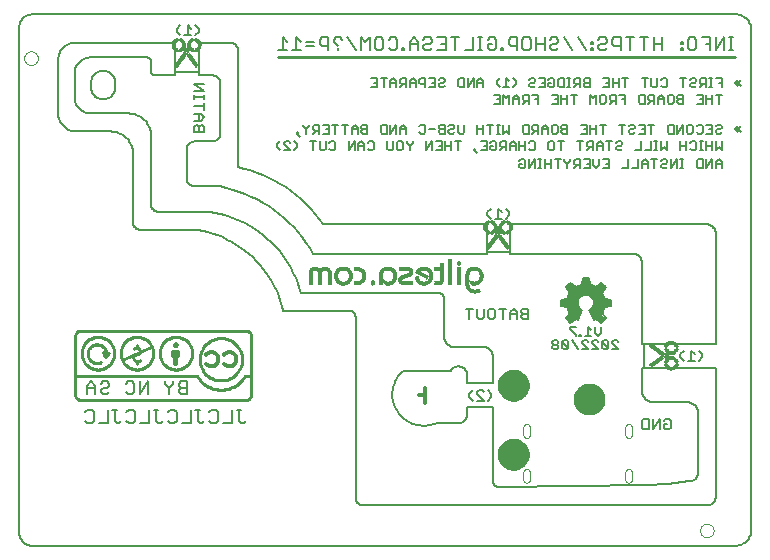
<source format=gbo>
G75*
G70*
%OFA0B0*%
%FSLAX24Y24*%
%IPPOS*%
%LPD*%
%AMOC8*
5,1,8,0,0,1.08239X$1,22.5*
%
%ADD10C,0.0060*%
%ADD11C,0.0050*%
%ADD12C,0.0080*%
%ADD13C,0.0100*%
%ADD14C,0.0004*%
%ADD15C,0.0120*%
%ADD16R,0.0062X0.0002*%
%ADD17R,0.0105X0.0002*%
%ADD18R,0.0133X0.0002*%
%ADD19R,0.0159X0.0002*%
%ADD20R,0.0179X0.0002*%
%ADD21R,0.0199X0.0002*%
%ADD22R,0.0215X0.0002*%
%ADD23R,0.0229X0.0002*%
%ADD24R,0.0246X0.0002*%
%ADD25R,0.0258X0.0002*%
%ADD26R,0.0272X0.0002*%
%ADD27R,0.0284X0.0002*%
%ADD28R,0.0296X0.0002*%
%ADD29R,0.0308X0.0002*%
%ADD30R,0.0320X0.0002*%
%ADD31R,0.0330X0.0002*%
%ADD32R,0.0340X0.0002*%
%ADD33R,0.0346X0.0002*%
%ADD34R,0.0350X0.0002*%
%ADD35R,0.0350X0.0002*%
%ADD36R,0.0354X0.0002*%
%ADD37R,0.0358X0.0002*%
%ADD38R,0.0360X0.0002*%
%ADD39R,0.0362X0.0002*%
%ADD40R,0.0366X0.0002*%
%ADD41R,0.0368X0.0002*%
%ADD42R,0.0368X0.0002*%
%ADD43R,0.0372X0.0002*%
%ADD44R,0.0374X0.0002*%
%ADD45R,0.0378X0.0002*%
%ADD46R,0.0378X0.0002*%
%ADD47R,0.0380X0.0002*%
%ADD48R,0.0382X0.0002*%
%ADD49R,0.0386X0.0002*%
%ADD50R,0.0386X0.0002*%
%ADD51R,0.0388X0.0002*%
%ADD52R,0.0390X0.0002*%
%ADD53R,0.0392X0.0002*%
%ADD54R,0.0392X0.0002*%
%ADD55R,0.0395X0.0002*%
%ADD56R,0.0397X0.0002*%
%ADD57R,0.0399X0.0002*%
%ADD58R,0.0399X0.0002*%
%ADD59R,0.0401X0.0002*%
%ADD60R,0.0403X0.0002*%
%ADD61R,0.0405X0.0002*%
%ADD62R,0.0405X0.0002*%
%ADD63R,0.0407X0.0002*%
%ADD64R,0.0409X0.0002*%
%ADD65R,0.0409X0.0002*%
%ADD66R,0.0411X0.0002*%
%ADD67R,0.0137X0.0002*%
%ADD68R,0.0213X0.0002*%
%ADD69R,0.0119X0.0002*%
%ADD70R,0.0197X0.0002*%
%ADD71R,0.0105X0.0002*%
%ADD72R,0.0189X0.0002*%
%ADD73R,0.0093X0.0002*%
%ADD74R,0.0181X0.0002*%
%ADD75R,0.0085X0.0002*%
%ADD76R,0.0175X0.0002*%
%ADD77R,0.0074X0.0002*%
%ADD78R,0.0167X0.0002*%
%ADD79R,0.0064X0.0002*%
%ADD80R,0.0163X0.0002*%
%ADD81R,0.0056X0.0002*%
%ADD82R,0.0159X0.0002*%
%ADD83R,0.0048X0.0002*%
%ADD84R,0.0155X0.0002*%
%ADD85R,0.0040X0.0002*%
%ADD86R,0.0151X0.0002*%
%ADD87R,0.0030X0.0002*%
%ADD88R,0.0149X0.0002*%
%ADD89R,0.0022X0.0002*%
%ADD90R,0.0145X0.0002*%
%ADD91R,0.0014X0.0002*%
%ADD92R,0.0143X0.0002*%
%ADD93R,0.0006X0.0002*%
%ADD94R,0.0139X0.0002*%
%ADD95R,0.0137X0.0002*%
%ADD96R,0.0133X0.0002*%
%ADD97R,0.0133X0.0002*%
%ADD98R,0.0129X0.0002*%
%ADD99R,0.0129X0.0002*%
%ADD100R,0.0127X0.0002*%
%ADD101R,0.0127X0.0002*%
%ADD102R,0.0125X0.0002*%
%ADD103R,0.0125X0.0002*%
%ADD104R,0.0123X0.0002*%
%ADD105R,0.0123X0.0002*%
%ADD106R,0.0121X0.0002*%
%ADD107R,0.0121X0.0002*%
%ADD108R,0.0119X0.0002*%
%ADD109R,0.0117X0.0002*%
%ADD110R,0.0115X0.0002*%
%ADD111R,0.0117X0.0002*%
%ADD112R,0.0115X0.0002*%
%ADD113R,0.0115X0.0002*%
%ADD114R,0.0113X0.0002*%
%ADD115R,0.0113X0.0002*%
%ADD116R,0.0113X0.0002*%
%ADD117R,0.0111X0.0002*%
%ADD118R,0.0111X0.0002*%
%ADD119R,0.0109X0.0002*%
%ADD120R,0.0109X0.0002*%
%ADD121R,0.0109X0.0002*%
%ADD122R,0.0107X0.0002*%
%ADD123R,0.0107X0.0002*%
%ADD124R,0.0107X0.0002*%
%ADD125R,0.0107X0.0002*%
%ADD126R,0.0105X0.0002*%
%ADD127R,0.0105X0.0002*%
%ADD128R,0.0105X0.0002*%
%ADD129R,0.0054X0.0002*%
%ADD130R,0.0062X0.0002*%
%ADD131R,0.0062X0.0002*%
%ADD132R,0.0085X0.0002*%
%ADD133R,0.0097X0.0002*%
%ADD134R,0.0093X0.0002*%
%ADD135R,0.0095X0.0002*%
%ADD136R,0.0020X0.0002*%
%ADD137R,0.0125X0.0002*%
%ADD138R,0.0107X0.0002*%
%ADD139R,0.0141X0.0002*%
%ADD140R,0.0133X0.0002*%
%ADD141R,0.0038X0.0002*%
%ADD142R,0.0137X0.0002*%
%ADD143R,0.0141X0.0002*%
%ADD144R,0.0157X0.0002*%
%ADD145R,0.0147X0.0002*%
%ADD146R,0.0050X0.0002*%
%ADD147R,0.0153X0.0002*%
%ADD148R,0.0173X0.0002*%
%ADD149R,0.0169X0.0002*%
%ADD150R,0.0169X0.0002*%
%ADD151R,0.0171X0.0002*%
%ADD152R,0.0185X0.0002*%
%ADD153R,0.0326X0.0002*%
%ADD154R,0.0171X0.0002*%
%ADD155R,0.0070X0.0002*%
%ADD156R,0.0131X0.0002*%
%ADD157R,0.0183X0.0002*%
%ADD158R,0.0183X0.0002*%
%ADD159R,0.0183X0.0002*%
%ADD160R,0.0199X0.0002*%
%ADD161R,0.0181X0.0002*%
%ADD162R,0.0074X0.0002*%
%ADD163R,0.0145X0.0002*%
%ADD164R,0.0195X0.0002*%
%ADD165R,0.0195X0.0002*%
%ADD166R,0.0193X0.0002*%
%ADD167R,0.0211X0.0002*%
%ADD168R,0.0352X0.0002*%
%ADD169R,0.0193X0.0002*%
%ADD170R,0.0083X0.0002*%
%ADD171R,0.0157X0.0002*%
%ADD172R,0.0207X0.0002*%
%ADD173R,0.0205X0.0002*%
%ADD174R,0.0201X0.0002*%
%ADD175R,0.0221X0.0002*%
%ADD176R,0.0360X0.0002*%
%ADD177R,0.0203X0.0002*%
%ADD178R,0.0087X0.0002*%
%ADD179R,0.0165X0.0002*%
%ADD180R,0.0217X0.0002*%
%ADD181R,0.0217X0.0002*%
%ADD182R,0.0207X0.0002*%
%ADD183R,0.0231X0.0002*%
%ADD184R,0.0366X0.0002*%
%ADD185R,0.0091X0.0002*%
%ADD186R,0.0175X0.0002*%
%ADD187R,0.0229X0.0002*%
%ADD188R,0.0225X0.0002*%
%ADD189R,0.0213X0.0002*%
%ADD190R,0.0242X0.0002*%
%ADD191R,0.0372X0.0002*%
%ADD192R,0.0221X0.0002*%
%ADD193R,0.0097X0.0002*%
%ADD194R,0.0238X0.0002*%
%ADD195R,0.0237X0.0002*%
%ADD196R,0.0252X0.0002*%
%ADD197R,0.0378X0.0002*%
%ADD198R,0.0101X0.0002*%
%ADD199R,0.0187X0.0002*%
%ADD200R,0.0248X0.0002*%
%ADD201R,0.0246X0.0002*%
%ADD202R,0.0223X0.0002*%
%ADD203R,0.0260X0.0002*%
%ADD204R,0.0384X0.0002*%
%ADD205R,0.0238X0.0002*%
%ADD206R,0.0254X0.0002*%
%ADD207R,0.0227X0.0002*%
%ADD208R,0.0270X0.0002*%
%ADD209R,0.0246X0.0002*%
%ADD210R,0.0266X0.0002*%
%ADD211R,0.0262X0.0002*%
%ADD212R,0.0231X0.0002*%
%ADD213R,0.0280X0.0002*%
%ADD214R,0.0252X0.0002*%
%ADD215R,0.0205X0.0002*%
%ADD216R,0.0274X0.0002*%
%ADD217R,0.0270X0.0002*%
%ADD218R,0.0235X0.0002*%
%ADD219R,0.0288X0.0002*%
%ADD220R,0.0399X0.0002*%
%ADD221R,0.0260X0.0002*%
%ADD222R,0.0282X0.0002*%
%ADD223R,0.0278X0.0002*%
%ADD224R,0.0296X0.0002*%
%ADD225R,0.0215X0.0002*%
%ADD226R,0.0290X0.0002*%
%ADD227R,0.0286X0.0002*%
%ADD228R,0.0241X0.0002*%
%ADD229R,0.0300X0.0002*%
%ADD230R,0.0405X0.0002*%
%ADD231R,0.0272X0.0002*%
%ADD232R,0.0121X0.0002*%
%ADD233R,0.0221X0.0002*%
%ADD234R,0.0298X0.0002*%
%ADD235R,0.0292X0.0002*%
%ADD236R,0.0244X0.0002*%
%ADD237R,0.0308X0.0002*%
%ADD238R,0.0123X0.0002*%
%ADD239R,0.0304X0.0002*%
%ADD240R,0.0294X0.0002*%
%ADD241R,0.0316X0.0002*%
%ADD242R,0.0411X0.0002*%
%ADD243R,0.0312X0.0002*%
%ADD244R,0.0250X0.0002*%
%ADD245R,0.0324X0.0002*%
%ADD246R,0.0415X0.0002*%
%ADD247R,0.0292X0.0002*%
%ADD248R,0.0233X0.0002*%
%ADD249R,0.0318X0.0002*%
%ADD250R,0.0302X0.0002*%
%ADD251R,0.0328X0.0002*%
%ADD252R,0.0417X0.0002*%
%ADD253R,0.0324X0.0002*%
%ADD254R,0.0256X0.0002*%
%ADD255R,0.0336X0.0002*%
%ADD256R,0.0421X0.0002*%
%ADD257R,0.0131X0.0002*%
%ADD258R,0.0330X0.0002*%
%ADD259R,0.0258X0.0002*%
%ADD260R,0.0340X0.0002*%
%ADD261R,0.0423X0.0002*%
%ADD262R,0.0135X0.0002*%
%ADD263R,0.0338X0.0002*%
%ADD264R,0.0310X0.0002*%
%ADD265R,0.0348X0.0002*%
%ADD266R,0.0425X0.0002*%
%ADD267R,0.0342X0.0002*%
%ADD268R,0.0314X0.0002*%
%ADD269R,0.0262X0.0002*%
%ADD270R,0.0429X0.0002*%
%ADD271R,0.0320X0.0002*%
%ADD272R,0.0316X0.0002*%
%ADD273R,0.0264X0.0002*%
%ADD274R,0.0360X0.0002*%
%ADD275R,0.0431X0.0002*%
%ADD276R,0.0324X0.0002*%
%ADD277R,0.0139X0.0002*%
%ADD278R,0.0256X0.0002*%
%ADD279R,0.0318X0.0002*%
%ADD280R,0.0266X0.0002*%
%ADD281R,0.0364X0.0002*%
%ADD282R,0.0433X0.0002*%
%ADD283R,0.0139X0.0002*%
%ADD284R,0.0360X0.0002*%
%ADD285R,0.0322X0.0002*%
%ADD286R,0.0268X0.0002*%
%ADD287R,0.0370X0.0002*%
%ADD288R,0.0435X0.0002*%
%ADD289R,0.0330X0.0002*%
%ADD290R,0.0376X0.0002*%
%ADD291R,0.0437X0.0002*%
%ADD292R,0.0332X0.0002*%
%ADD293R,0.0141X0.0002*%
%ADD294R,0.0326X0.0002*%
%ADD295R,0.0272X0.0002*%
%ADD296R,0.0380X0.0002*%
%ADD297R,0.0439X0.0002*%
%ADD298R,0.0334X0.0002*%
%ADD299R,0.0143X0.0002*%
%ADD300R,0.0268X0.0002*%
%ADD301R,0.0376X0.0002*%
%ADD302R,0.0274X0.0002*%
%ADD303R,0.0441X0.0002*%
%ADD304R,0.0382X0.0002*%
%ADD305R,0.0276X0.0002*%
%ADD306R,0.0391X0.0002*%
%ADD307R,0.0443X0.0002*%
%ADD308R,0.0340X0.0002*%
%ADD309R,0.0274X0.0002*%
%ADD310R,0.0334X0.0002*%
%ADD311R,0.0445X0.0002*%
%ADD312R,0.0342X0.0002*%
%ADD313R,0.0278X0.0002*%
%ADD314R,0.0401X0.0002*%
%ADD315R,0.0445X0.0002*%
%ADD316R,0.0344X0.0002*%
%ADD317R,0.0395X0.0002*%
%ADD318R,0.0280X0.0002*%
%ADD319R,0.0447X0.0002*%
%ADD320R,0.0409X0.0002*%
%ADD321R,0.0449X0.0002*%
%ADD322R,0.0348X0.0002*%
%ADD323R,0.0407X0.0002*%
%ADD324R,0.0344X0.0002*%
%ADD325R,0.0415X0.0002*%
%ADD326R,0.0451X0.0002*%
%ADD327R,0.0350X0.0002*%
%ADD328R,0.0411X0.0002*%
%ADD329R,0.0346X0.0002*%
%ADD330R,0.0284X0.0002*%
%ADD331R,0.0419X0.0002*%
%ADD332R,0.0451X0.0002*%
%ADD333R,0.0352X0.0002*%
%ADD334R,0.0290X0.0002*%
%ADD335R,0.0415X0.0002*%
%ADD336R,0.0286X0.0002*%
%ADD337R,0.0423X0.0002*%
%ADD338R,0.0453X0.0002*%
%ADD339R,0.0354X0.0002*%
%ADD340R,0.0292X0.0002*%
%ADD341R,0.0419X0.0002*%
%ADD342R,0.0427X0.0002*%
%ADD343R,0.0455X0.0002*%
%ADD344R,0.0356X0.0002*%
%ADD345R,0.0288X0.0002*%
%ADD346R,0.0431X0.0002*%
%ADD347R,0.0358X0.0002*%
%ADD348R,0.0296X0.0002*%
%ADD349R,0.0290X0.0002*%
%ADD350R,0.0435X0.0002*%
%ADD351R,0.0457X0.0002*%
%ADD352R,0.0300X0.0002*%
%ADD353R,0.0356X0.0002*%
%ADD354R,0.0290X0.0002*%
%ADD355R,0.0439X0.0002*%
%ADD356R,0.0457X0.0002*%
%ADD357R,0.0362X0.0002*%
%ADD358R,0.0302X0.0002*%
%ADD359R,0.0443X0.0002*%
%ADD360R,0.0459X0.0002*%
%ADD361R,0.0304X0.0002*%
%ADD362R,0.0447X0.0002*%
%ADD363R,0.0461X0.0002*%
%ADD364R,0.0306X0.0002*%
%ADD365R,0.0360X0.0002*%
%ADD366R,0.0294X0.0002*%
%ADD367R,0.0461X0.0002*%
%ADD368R,0.0368X0.0002*%
%ADD369R,0.0447X0.0002*%
%ADD370R,0.0463X0.0002*%
%ADD371R,0.0368X0.0002*%
%ADD372R,0.0457X0.0002*%
%ADD373R,0.0455X0.0002*%
%ADD374R,0.0372X0.0002*%
%ADD375R,0.0314X0.0002*%
%ADD376R,0.0203X0.0002*%
%ADD377R,0.0298X0.0002*%
%ADD378R,0.0201X0.0002*%
%ADD379R,0.0201X0.0002*%
%ADD380R,0.0465X0.0002*%
%ADD381R,0.0121X0.0002*%
%ADD382R,0.0316X0.0002*%
%ADD383R,0.0191X0.0002*%
%ADD384R,0.0298X0.0002*%
%ADD385R,0.0189X0.0002*%
%ADD386R,0.0465X0.0002*%
%ADD387R,0.0300X0.0002*%
%ADD388R,0.0181X0.0002*%
%ADD389R,0.0467X0.0002*%
%ADD390R,0.0103X0.0002*%
%ADD391R,0.0320X0.0002*%
%ADD392R,0.0177X0.0002*%
%ADD393R,0.0171X0.0002*%
%ADD394R,0.0079X0.0002*%
%ADD395R,0.0173X0.0002*%
%ADD396R,0.0169X0.0002*%
%ADD397R,0.0467X0.0002*%
%ADD398R,0.0171X0.0002*%
%ADD399R,0.0091X0.0002*%
%ADD400R,0.0324X0.0002*%
%ADD401R,0.0173X0.0002*%
%ADD402R,0.0072X0.0002*%
%ADD403R,0.0469X0.0002*%
%ADD404R,0.0163X0.0002*%
%ADD405R,0.0066X0.0002*%
%ADD406R,0.0165X0.0002*%
%ADD407R,0.0161X0.0002*%
%ADD408R,0.0149X0.0002*%
%ADD409R,0.0163X0.0002*%
%ADD410R,0.0081X0.0002*%
%ADD411R,0.0139X0.0002*%
%ADD412R,0.0076X0.0002*%
%ADD413R,0.0157X0.0002*%
%ADD414R,0.0058X0.0002*%
%ADD415R,0.0159X0.0002*%
%ADD416R,0.0155X0.0002*%
%ADD417R,0.0137X0.0002*%
%ADD418R,0.0159X0.0002*%
%ADD419R,0.0072X0.0002*%
%ADD420R,0.0195X0.0002*%
%ADD421R,0.0052X0.0002*%
%ADD422R,0.0127X0.0002*%
%ADD423R,0.0153X0.0002*%
%ADD424R,0.0155X0.0002*%
%ADD425R,0.0068X0.0002*%
%ADD426R,0.0189X0.0002*%
%ADD427R,0.0125X0.0002*%
%ADD428R,0.0151X0.0002*%
%ADD429R,0.0064X0.0002*%
%ADD430R,0.0044X0.0002*%
%ADD431R,0.0123X0.0002*%
%ADD432R,0.0103X0.0002*%
%ADD433R,0.0179X0.0002*%
%ADD434R,0.0147X0.0002*%
%ADD435R,0.0040X0.0002*%
%ADD436R,0.0151X0.0002*%
%ADD437R,0.0125X0.0002*%
%ADD438R,0.0099X0.0002*%
%ADD439R,0.0175X0.0002*%
%ADD440R,0.0145X0.0002*%
%ADD441R,0.0036X0.0002*%
%ADD442R,0.0056X0.0002*%
%ADD443R,0.0095X0.0002*%
%ADD444R,0.0032X0.0002*%
%ADD445R,0.0117X0.0002*%
%ADD446R,0.0052X0.0002*%
%ADD447R,0.0028X0.0002*%
%ADD448R,0.0115X0.0002*%
%ADD449R,0.0050X0.0002*%
%ADD450R,0.0141X0.0002*%
%ADD451R,0.0024X0.0002*%
%ADD452R,0.0117X0.0002*%
%ADD453R,0.0046X0.0002*%
%ADD454R,0.0119X0.0002*%
%ADD455R,0.0074X0.0002*%
%ADD456R,0.0143X0.0002*%
%ADD457R,0.0137X0.0002*%
%ADD458R,0.0016X0.0002*%
%ADD459R,0.0042X0.0002*%
%ADD460R,0.0135X0.0002*%
%ADD461R,0.0012X0.0002*%
%ADD462R,0.0038X0.0002*%
%ADD463R,0.0058X0.0002*%
%ADD464R,0.0010X0.0002*%
%ADD465R,0.0135X0.0002*%
%ADD466R,0.0115X0.0002*%
%ADD467R,0.0135X0.0002*%
%ADD468R,0.0036X0.0002*%
%ADD469R,0.0153X0.0002*%
%ADD470R,0.0034X0.0002*%
%ADD471R,0.0034X0.0002*%
%ADD472R,0.0002X0.0002*%
%ADD473R,0.0133X0.0002*%
%ADD474R,0.0030X0.0002*%
%ADD475R,0.0149X0.0002*%
%ADD476R,0.0129X0.0002*%
%ADD477R,0.0131X0.0002*%
%ADD478R,0.0028X0.0002*%
%ADD479R,0.0024X0.0002*%
%ADD480R,0.0022X0.0002*%
%ADD481R,0.0020X0.0002*%
%ADD482R,0.0018X0.0002*%
%ADD483R,0.0121X0.0002*%
%ADD484R,0.0012X0.0002*%
%ADD485R,0.0127X0.0002*%
%ADD486R,0.0010X0.0002*%
%ADD487R,0.0008X0.0002*%
%ADD488R,0.0006X0.0002*%
%ADD489R,0.0119X0.0002*%
%ADD490R,0.0004X0.0002*%
%ADD491R,0.0002X0.0002*%
%ADD492R,0.0117X0.0002*%
%ADD493R,0.0004X0.0002*%
%ADD494R,0.0111X0.0002*%
%ADD495R,0.0111X0.0002*%
%ADD496R,0.0018X0.0002*%
%ADD497R,0.0109X0.0002*%
%ADD498R,0.0022X0.0002*%
%ADD499R,0.0042X0.0002*%
%ADD500R,0.0046X0.0002*%
%ADD501R,0.0056X0.0002*%
%ADD502R,0.0161X0.0002*%
%ADD503R,0.0070X0.0002*%
%ADD504R,0.0109X0.0002*%
%ADD505R,0.0185X0.0002*%
%ADD506R,0.0089X0.0002*%
%ADD507R,0.0093X0.0002*%
%ADD508R,0.0099X0.0002*%
%ADD509R,0.0211X0.0002*%
%ADD510R,0.0231X0.0002*%
%ADD511R,0.0240X0.0002*%
%ADD512R,0.0149X0.0002*%
%ADD513R,0.0264X0.0002*%
%ADD514R,0.0268X0.0002*%
%ADD515R,0.0272X0.0002*%
%ADD516R,0.0167X0.0002*%
%ADD517R,0.0068X0.0002*%
%ADD518R,0.0284X0.0002*%
%ADD519R,0.0018X0.0002*%
%ADD520R,0.0185X0.0002*%
%ADD521R,0.0002X0.0002*%
%ADD522R,0.0197X0.0002*%
%ADD523R,0.0197X0.0002*%
%ADD524R,0.0310X0.0002*%
%ADD525R,0.0199X0.0002*%
%ADD526R,0.0310X0.0002*%
%ADD527R,0.0312X0.0002*%
%ADD528R,0.0312X0.0002*%
%ADD529R,0.0310X0.0002*%
%ADD530R,0.0306X0.0002*%
%ADD531R,0.0199X0.0002*%
%ADD532R,0.0197X0.0002*%
%ADD533R,0.0296X0.0002*%
%ADD534R,0.0254X0.0002*%
%ADD535R,0.0225X0.0002*%
%ADD536R,0.0219X0.0002*%
%ADD537R,0.0157X0.0002*%
%ADD538R,0.0107X0.0002*%
%ADD539R,0.0117X0.0002*%
%ADD540R,0.0197X0.0002*%
%ADD541R,0.0141X0.0002*%
%ADD542R,0.0111X0.0002*%
%ADD543R,0.0119X0.0002*%
%ADD544R,0.0111X0.0002*%
%ADD545R,0.0123X0.0002*%
%ADD546R,0.0197X0.0002*%
%ADD547R,0.0121X0.0002*%
%ADD548R,0.0119X0.0002*%
%ADD549R,0.0127X0.0002*%
%ADD550R,0.0193X0.0002*%
%ADD551R,0.0187X0.0002*%
%ADD552R,0.0131X0.0002*%
%ADD553R,0.0125X0.0002*%
%ADD554R,0.0123X0.0002*%
%ADD555R,0.0177X0.0002*%
%ADD556R,0.0127X0.0002*%
%ADD557R,0.0163X0.0002*%
%ADD558R,0.0135X0.0002*%
%ADD559R,0.0129X0.0002*%
%ADD560R,0.0143X0.0002*%
%ADD561R,0.0139X0.0002*%
%ADD562R,0.0135X0.0002*%
%ADD563R,0.0115X0.0002*%
%ADD564R,0.0129X0.0002*%
%ADD565R,0.0137X0.0002*%
%ADD566R,0.0131X0.0002*%
%ADD567R,0.0141X0.0002*%
%ADD568R,0.0153X0.0002*%
%ADD569R,0.0151X0.0002*%
%ADD570R,0.0155X0.0002*%
%ADD571R,0.0159X0.0002*%
%ADD572R,0.0161X0.0002*%
%ADD573R,0.0143X0.0002*%
%ADD574R,0.0147X0.0002*%
%ADD575R,0.0165X0.0002*%
%ADD576R,0.0167X0.0002*%
%ADD577R,0.0167X0.0002*%
%ADD578R,0.0153X0.0002*%
%ADD579R,0.0175X0.0002*%
%ADD580R,0.0149X0.0002*%
%ADD581R,0.0179X0.0002*%
%ADD582R,0.0153X0.0002*%
%ADD583R,0.0191X0.0002*%
%ADD584R,0.0161X0.0002*%
%ADD585R,0.0195X0.0002*%
%ADD586R,0.0199X0.0002*%
%ADD587R,0.0163X0.0002*%
%ADD588R,0.0207X0.0002*%
%ADD589R,0.0167X0.0002*%
%ADD590R,0.0173X0.0002*%
%ADD591R,0.0316X0.0002*%
%ADD592R,0.0171X0.0002*%
%ADD593R,0.0441X0.0002*%
%ADD594R,0.0177X0.0002*%
%ADD595R,0.0322X0.0002*%
%ADD596R,0.0173X0.0002*%
%ADD597R,0.0229X0.0002*%
%ADD598R,0.0441X0.0002*%
%ADD599R,0.0185X0.0002*%
%ADD600R,0.0320X0.0002*%
%ADD601R,0.0147X0.0002*%
%ADD602R,0.0240X0.0002*%
%ADD603R,0.0179X0.0002*%
%ADD604R,0.0264X0.0002*%
%ADD605R,0.0199X0.0002*%
%ADD606R,0.0201X0.0002*%
%ADD607R,0.0439X0.0002*%
%ADD608R,0.0205X0.0002*%
%ADD609R,0.0211X0.0002*%
%ADD610R,0.0201X0.0002*%
%ADD611R,0.0165X0.0002*%
%ADD612R,0.0286X0.0002*%
%ADD613R,0.0449X0.0002*%
%ADD614R,0.0437X0.0002*%
%ADD615R,0.0473X0.0002*%
%ADD616R,0.0314X0.0002*%
%ADD617R,0.0455X0.0002*%
%ADD618R,0.0702X0.0002*%
%ADD619R,0.0700X0.0002*%
%ADD620R,0.0698X0.0002*%
%ADD621R,0.0445X0.0002*%
%ADD622R,0.0435X0.0002*%
%ADD623R,0.0463X0.0002*%
%ADD624R,0.0308X0.0002*%
%ADD625R,0.0447X0.0002*%
%ADD626R,0.0694X0.0002*%
%ADD627R,0.0433X0.0002*%
%ADD628R,0.0459X0.0002*%
%ADD629R,0.0443X0.0002*%
%ADD630R,0.0694X0.0002*%
%ADD631R,0.0431X0.0002*%
%ADD632R,0.0690X0.0002*%
%ADD633R,0.0427X0.0002*%
%ADD634R,0.0686X0.0002*%
%ADD635R,0.0423X0.0002*%
%ADD636R,0.0429X0.0002*%
%ADD637R,0.0431X0.0002*%
%ADD638R,0.0449X0.0002*%
%ADD639R,0.0298X0.0002*%
%ADD640R,0.0686X0.0002*%
%ADD641R,0.0425X0.0002*%
%ADD642R,0.0429X0.0002*%
%ADD643R,0.0427X0.0002*%
%ADD644R,0.0682X0.0002*%
%ADD645R,0.0421X0.0002*%
%ADD646R,0.0441X0.0002*%
%ADD647R,0.0678X0.0002*%
%ADD648R,0.0676X0.0002*%
%ADD649R,0.0407X0.0002*%
%ADD650R,0.0413X0.0002*%
%ADD651R,0.0425X0.0002*%
%ADD652R,0.0433X0.0002*%
%ADD653R,0.0290X0.0002*%
%ADD654R,0.0415X0.0002*%
%ADD655R,0.0336X0.0002*%
%ADD656R,0.0336X0.0002*%
%ADD657R,0.0403X0.0002*%
%ADD658R,0.0423X0.0002*%
%ADD659R,0.0429X0.0002*%
%ADD660R,0.0286X0.0002*%
%ADD661R,0.0411X0.0002*%
%ADD662R,0.0332X0.0002*%
%ADD663R,0.0399X0.0002*%
%ADD664R,0.0328X0.0002*%
%ADD665R,0.0394X0.0002*%
%ADD666R,0.0390X0.0002*%
%ADD667R,0.0397X0.0002*%
%ADD668R,0.0419X0.0002*%
%ADD669R,0.0417X0.0002*%
%ADD670R,0.0278X0.0002*%
%ADD671R,0.0395X0.0002*%
%ADD672R,0.0324X0.0002*%
%ADD673R,0.0386X0.0002*%
%ADD674R,0.0417X0.0002*%
%ADD675R,0.0413X0.0002*%
%ADD676R,0.0276X0.0002*%
%ADD677R,0.0391X0.0002*%
%ADD678R,0.0382X0.0002*%
%ADD679R,0.0316X0.0002*%
%ADD680R,0.0413X0.0002*%
%ADD681R,0.0372X0.0002*%
%ADD682R,0.0396X0.0002*%
%ADD683R,0.0268X0.0002*%
%ADD684R,0.0376X0.0002*%
%ADD685R,0.0370X0.0002*%
%ADD686R,0.0304X0.0002*%
%ADD687R,0.0380X0.0002*%
%ADD688R,0.0352X0.0002*%
%ADD689R,0.0356X0.0002*%
%ADD690R,0.0403X0.0002*%
%ADD691R,0.0376X0.0002*%
%ADD692R,0.0256X0.0002*%
%ADD693R,0.0354X0.0002*%
%ADD694R,0.0294X0.0002*%
%ADD695R,0.0292X0.0002*%
%ADD696R,0.0350X0.0002*%
%ADD697R,0.0350X0.0002*%
%ADD698R,0.0288X0.0002*%
%ADD699R,0.0346X0.0002*%
%ADD700R,0.0364X0.0002*%
%ADD701R,0.0334X0.0002*%
%ADD702R,0.0280X0.0002*%
%ADD703R,0.0328X0.0002*%
%ADD704R,0.0334X0.0002*%
%ADD705R,0.0242X0.0002*%
%ADD706R,0.0330X0.0002*%
%ADD707R,0.0274X0.0002*%
%ADD708R,0.0276X0.0002*%
%ADD709R,0.0388X0.0002*%
%ADD710R,0.0237X0.0002*%
%ADD711R,0.0270X0.0002*%
%ADD712R,0.0270X0.0002*%
%ADD713R,0.0264X0.0002*%
%ADD714R,0.0304X0.0002*%
%ADD715R,0.0380X0.0002*%
%ADD716R,0.0326X0.0002*%
%ADD717R,0.0225X0.0002*%
%ADD718R,0.0254X0.0002*%
%ADD719R,0.0300X0.0002*%
%ADD720R,0.0298X0.0002*%
%ADD721R,0.0250X0.0002*%
%ADD722R,0.0248X0.0002*%
%ADD723R,0.0244X0.0002*%
%ADD724R,0.0274X0.0002*%
%ADD725R,0.0362X0.0002*%
%ADD726R,0.0296X0.0002*%
%ADD727R,0.0205X0.0002*%
%ADD728R,0.0229X0.0002*%
%ADD729R,0.0231X0.0002*%
%ADD730R,0.0266X0.0002*%
%ADD731R,0.0358X0.0002*%
%ADD732R,0.0223X0.0002*%
%ADD733R,0.0215X0.0002*%
%ADD734R,0.0209X0.0002*%
%ADD735R,0.0240X0.0002*%
%ADD736R,0.0244X0.0002*%
%ADD737R,0.0340X0.0002*%
%ADD738R,0.0262X0.0002*%
%ADD739R,0.0238X0.0002*%
%ADD740R,0.0229X0.0002*%
%ADD741R,0.0231X0.0002*%
%ADD742R,0.0229X0.0002*%
%ADD743R,0.0219X0.0002*%
%ADD744R,0.0223X0.0002*%
%ADD745R,0.0183X0.0002*%
%ADD746R,0.0215X0.0002*%
%ADD747R,0.0195X0.0002*%
%ADD748R,0.0203X0.0002*%
%ADD749R,0.0187X0.0002*%
%ADD750R,0.0169X0.0002*%
%ADD751R,0.0143X0.0002*%
%ADD752R,0.0155X0.0002*%
%ADD753R,0.0095X0.0002*%
%ADD754R,0.0078X0.0002*%
%ADD755R,0.0081X0.0002*%
%ADD756R,0.0072X0.0002*%
%ADD757R,0.0020X0.0002*%
%ADD758R,0.0050X0.0002*%
%ADD759R,0.0060X0.0002*%
%ADD760R,0.0066X0.0002*%
%ADD761R,0.0079X0.0002*%
%ADD762R,0.0089X0.0002*%
%ADD763R,0.0091X0.0002*%
%ADD764R,0.0095X0.0002*%
%ADD765R,0.0099X0.0002*%
%ADD766R,0.0103X0.0002*%
%ADD767R,0.0101X0.0002*%
%ADD768R,0.0087X0.0002*%
%ADD769R,0.0074X0.0002*%
%ADD770R,0.0062X0.0002*%
%ADD771R,0.0054X0.0002*%
%ADD772R,0.0044X0.0002*%
%ADD773R,0.0030X0.0002*%
%ADD774C,0.0000*%
%ADD775R,0.0001X0.0042*%
%ADD776R,0.0001X0.0063*%
%ADD777R,0.0001X0.0078*%
%ADD778R,0.0001X0.0103*%
%ADD779R,0.0001X0.0113*%
%ADD780R,0.0001X0.0121*%
%ADD781R,0.0001X0.0131*%
%ADD782R,0.0001X0.0138*%
%ADD783R,0.0001X0.0145*%
%ADD784R,0.0001X0.0155*%
%ADD785R,0.0001X0.0167*%
%ADD786R,0.0001X0.0173*%
%ADD787R,0.0001X0.0177*%
%ADD788R,0.0001X0.0184*%
%ADD789R,0.0001X0.0190*%
%ADD790R,0.0001X0.0195*%
%ADD791R,0.0001X0.0199*%
%ADD792R,0.0001X0.0204*%
%ADD793R,0.0001X0.0215*%
%ADD794R,0.0001X0.0219*%
%ADD795R,0.0001X0.0223*%
%ADD796R,0.0001X0.0227*%
%ADD797R,0.0001X0.0231*%
%ADD798R,0.0001X0.0237*%
%ADD799R,0.0001X0.0238*%
%ADD800R,0.0001X0.0248*%
%ADD801R,0.0001X0.0251*%
%ADD802R,0.0001X0.0256*%
%ADD803R,0.0001X0.0259*%
%ADD804R,0.0001X0.0261*%
%ADD805R,0.0001X0.0265*%
%ADD806R,0.0001X0.0268*%
%ADD807R,0.0001X0.0273*%
%ADD808R,0.0001X0.0279*%
%ADD809R,0.0001X0.0282*%
%ADD810R,0.0001X0.0284*%
%ADD811R,0.0001X0.0287*%
%ADD812R,0.0001X0.0290*%
%ADD813R,0.0001X0.0293*%
%ADD814R,0.0001X0.0298*%
%ADD815R,0.0001X0.0303*%
%ADD816R,0.0001X0.0305*%
%ADD817R,0.0001X0.0307*%
%ADD818R,0.0001X0.0309*%
%ADD819R,0.0001X0.0312*%
%ADD820R,0.0001X0.0315*%
%ADD821R,0.0001X0.0318*%
%ADD822R,0.0001X0.0321*%
%ADD823R,0.0001X0.0325*%
%ADD824R,0.0001X0.0326*%
%ADD825R,0.0001X0.0329*%
%ADD826R,0.0001X0.0332*%
%ADD827R,0.0001X0.0335*%
%ADD828R,0.0001X0.0337*%
%ADD829R,0.0001X0.0340*%
%ADD830R,0.0001X0.0344*%
%ADD831R,0.0001X0.0346*%
%ADD832R,0.0001X0.0347*%
%ADD833R,0.0001X0.0349*%
%ADD834R,0.0001X0.0351*%
%ADD835R,0.0001X0.0354*%
%ADD836R,0.0001X0.0357*%
%ADD837R,0.0001X0.0362*%
%ADD838R,0.0001X0.0364*%
%ADD839R,0.0001X0.0365*%
%ADD840R,0.0001X0.0367*%
%ADD841R,0.0001X0.0368*%
%ADD842R,0.0001X0.0371*%
%ADD843R,0.0001X0.0176*%
%ADD844R,0.0001X0.0176*%
%ADD845R,0.0001X0.0162*%
%ADD846R,0.0001X0.0160*%
%ADD847R,0.0001X0.0156*%
%ADD848R,0.0001X0.0153*%
%ADD849R,0.0001X0.0152*%
%ADD850R,0.0001X0.0151*%
%ADD851R,0.0001X0.0151*%
%ADD852R,0.0001X0.0146*%
%ADD853R,0.0001X0.0146*%
%ADD854R,0.0001X0.0144*%
%ADD855R,0.0001X0.0142*%
%ADD856R,0.0001X0.0144*%
%ADD857R,0.0001X0.0138*%
%ADD858R,0.0001X0.0139*%
%ADD859R,0.0001X0.0137*%
%ADD860R,0.0001X0.0134*%
%ADD861R,0.0001X0.0134*%
%ADD862R,0.0001X0.0132*%
%ADD863R,0.0001X0.0131*%
%ADD864R,0.0001X0.0130*%
%ADD865R,0.0001X0.0128*%
%ADD866R,0.0001X0.0128*%
%ADD867R,0.0001X0.0125*%
%ADD868R,0.0001X0.0125*%
%ADD869R,0.0001X0.0124*%
%ADD870R,0.0001X0.0124*%
%ADD871R,0.0001X0.0123*%
%ADD872R,0.0001X0.0123*%
%ADD873R,0.0001X0.0124*%
%ADD874R,0.0001X0.0120*%
%ADD875R,0.0001X0.0119*%
%ADD876R,0.0001X0.0117*%
%ADD877R,0.0001X0.0036*%
%ADD878R,0.0001X0.0116*%
%ADD879R,0.0001X0.0052*%
%ADD880R,0.0001X0.0117*%
%ADD881R,0.0001X0.0116*%
%ADD882R,0.0001X0.0074*%
%ADD883R,0.0001X0.0114*%
%ADD884R,0.0001X0.0082*%
%ADD885R,0.0001X0.0114*%
%ADD886R,0.0001X0.0114*%
%ADD887R,0.0001X0.0089*%
%ADD888R,0.0001X0.0113*%
%ADD889R,0.0001X0.0098*%
%ADD890R,0.0001X0.0112*%
%ADD891R,0.0001X0.0110*%
%ADD892R,0.0001X0.0110*%
%ADD893R,0.0001X0.0127*%
%ADD894R,0.0001X0.0137*%
%ADD895R,0.0001X0.0109*%
%ADD896R,0.0001X0.0109*%
%ADD897R,0.0001X0.0141*%
%ADD898R,0.0001X0.0107*%
%ADD899R,0.0001X0.0109*%
%ADD900R,0.0001X0.0107*%
%ADD901R,0.0001X0.0106*%
%ADD902R,0.0001X0.0158*%
%ADD903R,0.0001X0.0106*%
%ADD904R,0.0001X0.0167*%
%ADD905R,0.0001X0.0105*%
%ADD906R,0.0001X0.0170*%
%ADD907R,0.0001X0.0174*%
%ADD908R,0.0001X0.0178*%
%ADD909R,0.0001X0.0105*%
%ADD910R,0.0001X0.0105*%
%ADD911R,0.0001X0.0103*%
%ADD912R,0.0001X0.0105*%
%ADD913R,0.0001X0.0188*%
%ADD914R,0.0001X0.0191*%
%ADD915R,0.0001X0.0194*%
%ADD916R,0.0001X0.0197*%
%ADD917R,0.0001X0.0201*%
%ADD918R,0.0001X0.0205*%
%ADD919R,0.0001X0.0102*%
%ADD920R,0.0001X0.0208*%
%ADD921R,0.0001X0.0212*%
%ADD922R,0.0001X0.0103*%
%ADD923R,0.0001X0.0102*%
%ADD924R,0.0001X0.0215*%
%ADD925R,0.0001X0.0100*%
%ADD926R,0.0001X0.0219*%
%ADD927R,0.0001X0.0220*%
%ADD928R,0.0001X0.0100*%
%ADD929R,0.0001X0.0099*%
%ADD930R,0.0001X0.0098*%
%ADD931R,0.0001X0.0099*%
%ADD932R,0.0001X0.0219*%
%ADD933R,0.0001X0.0098*%
%ADD934R,0.0001X0.0220*%
%ADD935R,0.0001X0.0096*%
%ADD936R,0.0001X0.0099*%
%ADD937R,0.0001X0.0099*%
%ADD938R,0.0001X0.0096*%
%ADD939R,0.0001X0.0096*%
%ADD940R,0.0001X0.0096*%
%ADD941R,0.0001X0.0220*%
%ADD942R,0.0001X0.0098*%
%ADD943R,0.0001X0.0100*%
%ADD944R,0.0001X0.0103*%
%ADD945R,0.0001X0.0107*%
%ADD946R,0.0001X0.0109*%
%ADD947R,0.0001X0.0113*%
%ADD948R,0.0001X0.0123*%
%ADD949R,0.0001X0.0135*%
%ADD950R,0.0001X0.0135*%
%ADD951R,0.0001X0.0137*%
%ADD952R,0.0001X0.0141*%
%ADD953R,0.0001X0.0162*%
%ADD954R,0.0001X0.0160*%
%ADD955R,0.0001X0.0176*%
%ADD956R,0.0001X0.0176*%
%ADD957R,0.0001X0.0360*%
%ADD958R,0.0001X0.0357*%
%ADD959R,0.0001X0.0351*%
%ADD960R,0.0001X0.0350*%
%ADD961R,0.0001X0.0353*%
%ADD962R,0.0001X0.0354*%
%ADD963R,0.0001X0.0354*%
%ADD964R,0.0001X0.0220*%
%ADD965R,0.0001X0.0356*%
%ADD966R,0.0001X0.0355*%
%ADD967R,0.0001X0.0217*%
%ADD968R,0.0001X0.0211*%
%ADD969R,0.0001X0.0357*%
%ADD970R,0.0001X0.0208*%
%ADD971R,0.0001X0.0358*%
%ADD972R,0.0001X0.0198*%
%ADD973R,0.0001X0.0358*%
%ADD974R,0.0001X0.0191*%
%ADD975R,0.0001X0.0187*%
%ADD976R,0.0001X0.0183*%
%ADD977R,0.0001X0.0361*%
%ADD978R,0.0001X0.0180*%
%ADD979R,0.0001X0.0361*%
%ADD980R,0.0001X0.0171*%
%ADD981R,0.0001X0.0166*%
%ADD982R,0.0001X0.0163*%
%ADD983R,0.0001X0.0159*%
%ADD984R,0.0001X0.0362*%
%ADD985R,0.0001X0.0362*%
%ADD986R,0.0001X0.0155*%
%ADD987R,0.0001X0.0364*%
%ADD988R,0.0001X0.0130*%
%ADD989R,0.0001X0.0127*%
%ADD990R,0.0001X0.0360*%
%ADD991R,0.0001X0.0119*%
%ADD992R,0.0001X0.0358*%
%ADD993R,0.0001X0.0095*%
%ADD994R,0.0001X0.0092*%
%ADD995R,0.0001X0.0075*%
%ADD996R,0.0001X0.0351*%
%ADD997R,0.0001X0.0072*%
%ADD998R,0.0001X0.0350*%
%ADD999R,0.0001X0.0070*%
%ADD1000R,0.0001X0.0066*%
%ADD1001R,0.0001X0.0061*%
%ADD1002R,0.0001X0.0342*%
%ADD1003R,0.0001X0.0054*%
%ADD1004R,0.0001X0.0342*%
%ADD1005R,0.0001X0.0052*%
%ADD1006R,0.0001X0.0337*%
%ADD1007R,0.0001X0.0049*%
%ADD1008R,0.0001X0.0046*%
%ADD1009R,0.0001X0.0330*%
%ADD1010R,0.0001X0.0040*%
%ADD1011R,0.0001X0.0328*%
%ADD1012R,0.0001X0.0038*%
%ADD1013R,0.0001X0.0322*%
%ADD1014R,0.0001X0.0033*%
%ADD1015R,0.0001X0.0031*%
%ADD1016R,0.0001X0.0056*%
%ADD1017R,0.0001X0.0025*%
%ADD1018R,0.0001X0.0021*%
%ADD1019R,0.0001X0.0050*%
%ADD1020R,0.0001X0.0018*%
%ADD1021R,0.0001X0.0050*%
%ADD1022R,0.0001X0.0013*%
%ADD1023R,0.0001X0.0134*%
%ADD1024R,0.0001X0.0011*%
%ADD1025R,0.0001X0.0008*%
%ADD1026R,0.0001X0.0004*%
%ADD1027R,0.0001X0.0053*%
%ADD1028R,0.0001X0.0053*%
%ADD1029R,0.0001X0.0054*%
%ADD1030R,0.0001X0.0059*%
%ADD1031R,0.0001X0.0060*%
%ADD1032R,0.0001X0.0063*%
%ADD1033R,0.0001X0.0091*%
%ADD1034R,0.0001X0.0064*%
%ADD1035R,0.0001X0.0066*%
%ADD1036R,0.0001X0.0086*%
%ADD1037R,0.0001X0.0067*%
%ADD1038R,0.0001X0.0086*%
%ADD1039R,0.0001X0.0071*%
%ADD1040R,0.0001X0.0088*%
%ADD1041R,0.0001X0.0071*%
%ADD1042R,0.0001X0.0074*%
%ADD1043R,0.0001X0.0075*%
%ADD1044R,0.0001X0.0093*%
%ADD1045R,0.0001X0.0079*%
%ADD1046R,0.0001X0.0081*%
%ADD1047R,0.0001X0.0082*%
%ADD1048R,0.0001X0.0086*%
%ADD1049R,0.0001X0.0106*%
%ADD1050R,0.0001X0.0091*%
%ADD1051R,0.0001X0.0131*%
%ADD1052R,0.0001X0.0116*%
%ADD1053R,0.0001X0.0250*%
%ADD1054R,0.0001X0.0259*%
%ADD1055R,0.0001X0.0270*%
%ADD1056R,0.0001X0.0435*%
%ADD1057R,0.0001X0.0441*%
%ADD1058R,0.0001X0.0446*%
%ADD1059R,0.0001X0.0452*%
%ADD1060R,0.0001X0.0464*%
%ADD1061R,0.0001X0.0467*%
%ADD1062R,0.0001X0.0474*%
%ADD1063R,0.0001X0.0480*%
%ADD1064R,0.0001X0.0482*%
%ADD1065R,0.0001X0.0488*%
%ADD1066R,0.0001X0.0492*%
%ADD1067R,0.0001X0.0498*%
%ADD1068R,0.0001X0.0505*%
%ADD1069R,0.0001X0.0509*%
%ADD1070R,0.0001X0.0513*%
%ADD1071R,0.0001X0.0517*%
%ADD1072R,0.0001X0.0521*%
%ADD1073R,0.0001X0.0524*%
%ADD1074R,0.0001X0.0530*%
%ADD1075R,0.0001X0.0535*%
%ADD1076R,0.0001X0.0540*%
%ADD1077R,0.0001X0.0544*%
%ADD1078R,0.0001X0.0546*%
%ADD1079R,0.0001X0.0552*%
%ADD1080R,0.0001X0.0553*%
%ADD1081R,0.0001X0.0558*%
%ADD1082R,0.0001X0.0560*%
%ADD1083R,0.0001X0.0569*%
%ADD1084R,0.0001X0.0572*%
%ADD1085R,0.0001X0.0574*%
%ADD1086R,0.0001X0.0577*%
%ADD1087R,0.0001X0.0580*%
%ADD1088R,0.0001X0.0353*%
%ADD1089R,0.0001X0.0219*%
%ADD1090R,0.0001X0.0158*%
%ADD1091R,0.0001X0.0158*%
%ADD1092R,0.0001X0.0155*%
%ADD1093R,0.0001X0.0148*%
%ADD1094R,0.0001X0.0135*%
%ADD1095R,0.0001X0.0131*%
%ADD1096R,0.0001X0.0120*%
%ADD1097R,0.0001X0.0121*%
%ADD1098R,0.0001X0.0112*%
%ADD1099R,0.0001X0.0106*%
%ADD1100R,0.0001X0.0107*%
%ADD1101R,0.0001X0.0100*%
%ADD1102R,0.0001X0.0216*%
%ADD1103R,0.0001X0.0212*%
%ADD1104R,0.0001X0.0206*%
%ADD1105R,0.0001X0.0164*%
%ADD1106R,0.0001X0.0110*%
%ADD1107R,0.0001X0.0110*%
%ADD1108R,0.0001X0.0085*%
%ADD1109R,0.0001X0.0077*%
%ADD1110R,0.0001X0.0116*%
%ADD1111R,0.0001X0.0067*%
%ADD1112R,0.0001X0.0042*%
%ADD1113R,0.0001X0.0021*%
%ADD1114R,0.0001X0.0125*%
%ADD1115R,0.0001X0.0124*%
%ADD1116R,0.0001X0.0142*%
%ADD1117R,0.0001X0.0145*%
%ADD1118R,0.0001X0.0153*%
%ADD1119R,0.0001X0.0368*%
%ADD1120R,0.0001X0.0336*%
%ADD1121R,0.0001X0.0329*%
%ADD1122R,0.0001X0.0326*%
%ADD1123R,0.0001X0.0305*%
%ADD1124R,0.0001X0.0298*%
%ADD1125R,0.0001X0.0296*%
%ADD1126R,0.0001X0.0283*%
%ADD1127R,0.0001X0.0280*%
%ADD1128R,0.0001X0.0277*%
%ADD1129R,0.0001X0.0268*%
%ADD1130R,0.0001X0.0264*%
%ADD1131R,0.0001X0.0254*%
%ADD1132R,0.0001X0.0241*%
%ADD1133R,0.0001X0.0234*%
%ADD1134R,0.0001X0.0229*%
%ADD1135R,0.0001X0.0226*%
%ADD1136R,0.0001X0.0222*%
%ADD1137R,0.0001X0.0197*%
%ADD1138R,0.0001X0.0192*%
%ADD1139R,0.0001X0.0084*%
%ADD1140R,0.0001X0.0020*%
%ADD1141R,0.0042X0.0001*%
%ADD1142R,0.0063X0.0001*%
%ADD1143R,0.0078X0.0001*%
%ADD1144R,0.0103X0.0001*%
%ADD1145R,0.0113X0.0001*%
%ADD1146R,0.0121X0.0001*%
%ADD1147R,0.0131X0.0001*%
%ADD1148R,0.0138X0.0001*%
%ADD1149R,0.0145X0.0001*%
%ADD1150R,0.0155X0.0001*%
%ADD1151R,0.0167X0.0001*%
%ADD1152R,0.0173X0.0001*%
%ADD1153R,0.0177X0.0001*%
%ADD1154R,0.0184X0.0001*%
%ADD1155R,0.0190X0.0001*%
%ADD1156R,0.0195X0.0001*%
%ADD1157R,0.0199X0.0001*%
%ADD1158R,0.0204X0.0001*%
%ADD1159R,0.0215X0.0001*%
%ADD1160R,0.0219X0.0001*%
%ADD1161R,0.0223X0.0001*%
%ADD1162R,0.0227X0.0001*%
%ADD1163R,0.0231X0.0001*%
%ADD1164R,0.0237X0.0001*%
%ADD1165R,0.0238X0.0001*%
%ADD1166R,0.0248X0.0001*%
%ADD1167R,0.0251X0.0001*%
%ADD1168R,0.0256X0.0001*%
%ADD1169R,0.0259X0.0001*%
%ADD1170R,0.0261X0.0001*%
%ADD1171R,0.0265X0.0001*%
%ADD1172R,0.0268X0.0001*%
%ADD1173R,0.0273X0.0001*%
%ADD1174R,0.0279X0.0001*%
%ADD1175R,0.0282X0.0001*%
%ADD1176R,0.0284X0.0001*%
%ADD1177R,0.0287X0.0001*%
%ADD1178R,0.0290X0.0001*%
%ADD1179R,0.0293X0.0001*%
%ADD1180R,0.0298X0.0001*%
%ADD1181R,0.0303X0.0001*%
%ADD1182R,0.0305X0.0001*%
%ADD1183R,0.0307X0.0001*%
%ADD1184R,0.0309X0.0001*%
%ADD1185R,0.0312X0.0001*%
%ADD1186R,0.0315X0.0001*%
%ADD1187R,0.0318X0.0001*%
%ADD1188R,0.0321X0.0001*%
%ADD1189R,0.0325X0.0001*%
%ADD1190R,0.0326X0.0001*%
%ADD1191R,0.0329X0.0001*%
%ADD1192R,0.0332X0.0001*%
%ADD1193R,0.0335X0.0001*%
%ADD1194R,0.0337X0.0001*%
%ADD1195R,0.0340X0.0001*%
%ADD1196R,0.0344X0.0001*%
%ADD1197R,0.0346X0.0001*%
%ADD1198R,0.0347X0.0001*%
%ADD1199R,0.0349X0.0001*%
%ADD1200R,0.0351X0.0001*%
%ADD1201R,0.0354X0.0001*%
%ADD1202R,0.0357X0.0001*%
%ADD1203R,0.0362X0.0001*%
%ADD1204R,0.0364X0.0001*%
%ADD1205R,0.0365X0.0001*%
%ADD1206R,0.0367X0.0001*%
%ADD1207R,0.0368X0.0001*%
%ADD1208R,0.0371X0.0001*%
%ADD1209R,0.0176X0.0001*%
%ADD1210R,0.0176X0.0001*%
%ADD1211R,0.0162X0.0001*%
%ADD1212R,0.0160X0.0001*%
%ADD1213R,0.0156X0.0001*%
%ADD1214R,0.0153X0.0001*%
%ADD1215R,0.0152X0.0001*%
%ADD1216R,0.0151X0.0001*%
%ADD1217R,0.0151X0.0001*%
%ADD1218R,0.0146X0.0001*%
%ADD1219R,0.0146X0.0001*%
%ADD1220R,0.0144X0.0001*%
%ADD1221R,0.0142X0.0001*%
%ADD1222R,0.0144X0.0001*%
%ADD1223R,0.0138X0.0001*%
%ADD1224R,0.0139X0.0001*%
%ADD1225R,0.0137X0.0001*%
%ADD1226R,0.0134X0.0001*%
%ADD1227R,0.0134X0.0001*%
%ADD1228R,0.0132X0.0001*%
%ADD1229R,0.0131X0.0001*%
%ADD1230R,0.0130X0.0001*%
%ADD1231R,0.0128X0.0001*%
%ADD1232R,0.0128X0.0001*%
%ADD1233R,0.0125X0.0001*%
%ADD1234R,0.0125X0.0001*%
%ADD1235R,0.0124X0.0001*%
%ADD1236R,0.0124X0.0001*%
%ADD1237R,0.0123X0.0001*%
%ADD1238R,0.0123X0.0001*%
%ADD1239R,0.0124X0.0001*%
%ADD1240R,0.0120X0.0001*%
%ADD1241R,0.0119X0.0001*%
%ADD1242R,0.0117X0.0001*%
%ADD1243R,0.0036X0.0001*%
%ADD1244R,0.0116X0.0001*%
%ADD1245R,0.0052X0.0001*%
%ADD1246R,0.0117X0.0001*%
%ADD1247R,0.0116X0.0001*%
%ADD1248R,0.0074X0.0001*%
%ADD1249R,0.0114X0.0001*%
%ADD1250R,0.0082X0.0001*%
%ADD1251R,0.0114X0.0001*%
%ADD1252R,0.0114X0.0001*%
%ADD1253R,0.0089X0.0001*%
%ADD1254R,0.0113X0.0001*%
%ADD1255R,0.0098X0.0001*%
%ADD1256R,0.0112X0.0001*%
%ADD1257R,0.0110X0.0001*%
%ADD1258R,0.0110X0.0001*%
%ADD1259R,0.0127X0.0001*%
%ADD1260R,0.0137X0.0001*%
%ADD1261R,0.0109X0.0001*%
%ADD1262R,0.0109X0.0001*%
%ADD1263R,0.0141X0.0001*%
%ADD1264R,0.0107X0.0001*%
%ADD1265R,0.0109X0.0001*%
%ADD1266R,0.0107X0.0001*%
%ADD1267R,0.0106X0.0001*%
%ADD1268R,0.0158X0.0001*%
%ADD1269R,0.0106X0.0001*%
%ADD1270R,0.0167X0.0001*%
%ADD1271R,0.0105X0.0001*%
%ADD1272R,0.0170X0.0001*%
%ADD1273R,0.0174X0.0001*%
%ADD1274R,0.0178X0.0001*%
%ADD1275R,0.0105X0.0001*%
%ADD1276R,0.0105X0.0001*%
%ADD1277R,0.0103X0.0001*%
%ADD1278R,0.0105X0.0001*%
%ADD1279R,0.0188X0.0001*%
%ADD1280R,0.0191X0.0001*%
%ADD1281R,0.0194X0.0001*%
%ADD1282R,0.0197X0.0001*%
%ADD1283R,0.0201X0.0001*%
%ADD1284R,0.0205X0.0001*%
%ADD1285R,0.0102X0.0001*%
%ADD1286R,0.0208X0.0001*%
%ADD1287R,0.0212X0.0001*%
%ADD1288R,0.0103X0.0001*%
%ADD1289R,0.0102X0.0001*%
%ADD1290R,0.0215X0.0001*%
%ADD1291R,0.0100X0.0001*%
%ADD1292R,0.0219X0.0001*%
%ADD1293R,0.0220X0.0001*%
%ADD1294R,0.0100X0.0001*%
%ADD1295R,0.0099X0.0001*%
%ADD1296R,0.0098X0.0001*%
%ADD1297R,0.0099X0.0001*%
%ADD1298R,0.0219X0.0001*%
%ADD1299R,0.0098X0.0001*%
%ADD1300R,0.0220X0.0001*%
%ADD1301R,0.0096X0.0001*%
%ADD1302R,0.0099X0.0001*%
%ADD1303R,0.0099X0.0001*%
%ADD1304R,0.0096X0.0001*%
%ADD1305R,0.0096X0.0001*%
%ADD1306R,0.0096X0.0001*%
%ADD1307R,0.0220X0.0001*%
%ADD1308R,0.0098X0.0001*%
%ADD1309R,0.0100X0.0001*%
%ADD1310R,0.0103X0.0001*%
%ADD1311R,0.0107X0.0001*%
%ADD1312R,0.0109X0.0001*%
%ADD1313R,0.0113X0.0001*%
%ADD1314R,0.0123X0.0001*%
%ADD1315R,0.0135X0.0001*%
%ADD1316R,0.0135X0.0001*%
%ADD1317R,0.0137X0.0001*%
%ADD1318R,0.0141X0.0001*%
%ADD1319R,0.0162X0.0001*%
%ADD1320R,0.0160X0.0001*%
%ADD1321R,0.0176X0.0001*%
%ADD1322R,0.0176X0.0001*%
%ADD1323R,0.0360X0.0001*%
%ADD1324R,0.0357X0.0001*%
%ADD1325R,0.0351X0.0001*%
%ADD1326R,0.0350X0.0001*%
%ADD1327R,0.0353X0.0001*%
%ADD1328R,0.0354X0.0001*%
%ADD1329R,0.0354X0.0001*%
%ADD1330R,0.0220X0.0001*%
%ADD1331R,0.0356X0.0001*%
%ADD1332R,0.0355X0.0001*%
%ADD1333R,0.0217X0.0001*%
%ADD1334R,0.0211X0.0001*%
%ADD1335R,0.0357X0.0001*%
%ADD1336R,0.0208X0.0001*%
%ADD1337R,0.0358X0.0001*%
%ADD1338R,0.0198X0.0001*%
%ADD1339R,0.0358X0.0001*%
%ADD1340R,0.0191X0.0001*%
%ADD1341R,0.0187X0.0001*%
%ADD1342R,0.0183X0.0001*%
%ADD1343R,0.0361X0.0001*%
%ADD1344R,0.0180X0.0001*%
%ADD1345R,0.0361X0.0001*%
%ADD1346R,0.0171X0.0001*%
%ADD1347R,0.0166X0.0001*%
%ADD1348R,0.0163X0.0001*%
%ADD1349R,0.0159X0.0001*%
%ADD1350R,0.0362X0.0001*%
%ADD1351R,0.0362X0.0001*%
%ADD1352R,0.0155X0.0001*%
%ADD1353R,0.0364X0.0001*%
%ADD1354R,0.0130X0.0001*%
%ADD1355R,0.0127X0.0001*%
%ADD1356R,0.0360X0.0001*%
%ADD1357R,0.0119X0.0001*%
%ADD1358R,0.0358X0.0001*%
%ADD1359R,0.0095X0.0001*%
%ADD1360R,0.0092X0.0001*%
%ADD1361R,0.0075X0.0001*%
%ADD1362R,0.0351X0.0001*%
%ADD1363R,0.0072X0.0001*%
%ADD1364R,0.0350X0.0001*%
%ADD1365R,0.0070X0.0001*%
%ADD1366R,0.0066X0.0001*%
%ADD1367R,0.0061X0.0001*%
%ADD1368R,0.0342X0.0001*%
%ADD1369R,0.0054X0.0001*%
%ADD1370R,0.0342X0.0001*%
%ADD1371R,0.0052X0.0001*%
%ADD1372R,0.0337X0.0001*%
%ADD1373R,0.0049X0.0001*%
%ADD1374R,0.0046X0.0001*%
%ADD1375R,0.0330X0.0001*%
%ADD1376R,0.0040X0.0001*%
%ADD1377R,0.0328X0.0001*%
%ADD1378R,0.0038X0.0001*%
%ADD1379R,0.0322X0.0001*%
%ADD1380R,0.0033X0.0001*%
%ADD1381R,0.0031X0.0001*%
%ADD1382R,0.0056X0.0001*%
%ADD1383R,0.0025X0.0001*%
%ADD1384R,0.0021X0.0001*%
%ADD1385R,0.0050X0.0001*%
%ADD1386R,0.0018X0.0001*%
%ADD1387R,0.0050X0.0001*%
%ADD1388R,0.0013X0.0001*%
%ADD1389R,0.0134X0.0001*%
%ADD1390R,0.0011X0.0001*%
%ADD1391R,0.0008X0.0001*%
%ADD1392R,0.0004X0.0001*%
%ADD1393R,0.0053X0.0001*%
%ADD1394R,0.0053X0.0001*%
%ADD1395R,0.0054X0.0001*%
%ADD1396R,0.0059X0.0001*%
%ADD1397R,0.0060X0.0001*%
%ADD1398R,0.0063X0.0001*%
%ADD1399R,0.0091X0.0001*%
%ADD1400R,0.0064X0.0001*%
%ADD1401R,0.0066X0.0001*%
%ADD1402R,0.0086X0.0001*%
%ADD1403R,0.0067X0.0001*%
%ADD1404R,0.0086X0.0001*%
%ADD1405R,0.0071X0.0001*%
%ADD1406R,0.0088X0.0001*%
%ADD1407R,0.0071X0.0001*%
%ADD1408R,0.0074X0.0001*%
%ADD1409R,0.0075X0.0001*%
%ADD1410R,0.0093X0.0001*%
%ADD1411R,0.0079X0.0001*%
%ADD1412R,0.0081X0.0001*%
%ADD1413R,0.0082X0.0001*%
%ADD1414R,0.0086X0.0001*%
%ADD1415R,0.0106X0.0001*%
%ADD1416R,0.0091X0.0001*%
%ADD1417R,0.0131X0.0001*%
%ADD1418R,0.0116X0.0001*%
%ADD1419R,0.0250X0.0001*%
%ADD1420R,0.0259X0.0001*%
%ADD1421R,0.0270X0.0001*%
%ADD1422R,0.0435X0.0001*%
%ADD1423R,0.0441X0.0001*%
%ADD1424R,0.0446X0.0001*%
%ADD1425R,0.0452X0.0001*%
%ADD1426R,0.0464X0.0001*%
%ADD1427R,0.0467X0.0001*%
%ADD1428R,0.0474X0.0001*%
%ADD1429R,0.0480X0.0001*%
%ADD1430R,0.0482X0.0001*%
%ADD1431R,0.0488X0.0001*%
%ADD1432R,0.0492X0.0001*%
%ADD1433R,0.0498X0.0001*%
%ADD1434R,0.0505X0.0001*%
%ADD1435R,0.0509X0.0001*%
%ADD1436R,0.0513X0.0001*%
%ADD1437R,0.0517X0.0001*%
%ADD1438R,0.0521X0.0001*%
%ADD1439R,0.0524X0.0001*%
%ADD1440R,0.0530X0.0001*%
%ADD1441R,0.0535X0.0001*%
%ADD1442R,0.0540X0.0001*%
%ADD1443R,0.0544X0.0001*%
%ADD1444R,0.0546X0.0001*%
%ADD1445R,0.0552X0.0001*%
%ADD1446R,0.0553X0.0001*%
%ADD1447R,0.0558X0.0001*%
%ADD1448R,0.0560X0.0001*%
%ADD1449R,0.0569X0.0001*%
%ADD1450R,0.0572X0.0001*%
%ADD1451R,0.0574X0.0001*%
%ADD1452R,0.0577X0.0001*%
%ADD1453R,0.0580X0.0001*%
%ADD1454R,0.0353X0.0001*%
%ADD1455R,0.0219X0.0001*%
%ADD1456R,0.0158X0.0001*%
%ADD1457R,0.0158X0.0001*%
%ADD1458R,0.0155X0.0001*%
%ADD1459R,0.0148X0.0001*%
%ADD1460R,0.0135X0.0001*%
%ADD1461R,0.0131X0.0001*%
%ADD1462R,0.0120X0.0001*%
%ADD1463R,0.0121X0.0001*%
%ADD1464R,0.0112X0.0001*%
%ADD1465R,0.0106X0.0001*%
%ADD1466R,0.0107X0.0001*%
%ADD1467R,0.0100X0.0001*%
%ADD1468R,0.0216X0.0001*%
%ADD1469R,0.0212X0.0001*%
%ADD1470R,0.0206X0.0001*%
%ADD1471R,0.0164X0.0001*%
%ADD1472R,0.0110X0.0001*%
%ADD1473R,0.0110X0.0001*%
%ADD1474R,0.0085X0.0001*%
%ADD1475R,0.0077X0.0001*%
%ADD1476R,0.0116X0.0001*%
%ADD1477R,0.0067X0.0001*%
%ADD1478R,0.0042X0.0001*%
%ADD1479R,0.0021X0.0001*%
%ADD1480R,0.0125X0.0001*%
%ADD1481R,0.0124X0.0001*%
%ADD1482R,0.0142X0.0001*%
%ADD1483R,0.0145X0.0001*%
%ADD1484R,0.0153X0.0001*%
%ADD1485R,0.0368X0.0001*%
%ADD1486R,0.0336X0.0001*%
%ADD1487R,0.0329X0.0001*%
%ADD1488R,0.0326X0.0001*%
%ADD1489R,0.0305X0.0001*%
%ADD1490R,0.0298X0.0001*%
%ADD1491R,0.0296X0.0001*%
%ADD1492R,0.0283X0.0001*%
%ADD1493R,0.0280X0.0001*%
%ADD1494R,0.0277X0.0001*%
%ADD1495R,0.0268X0.0001*%
%ADD1496R,0.0264X0.0001*%
%ADD1497R,0.0254X0.0001*%
%ADD1498R,0.0241X0.0001*%
%ADD1499R,0.0234X0.0001*%
%ADD1500R,0.0229X0.0001*%
%ADD1501R,0.0226X0.0001*%
%ADD1502R,0.0222X0.0001*%
%ADD1503R,0.0197X0.0001*%
%ADD1504R,0.0192X0.0001*%
%ADD1505R,0.0084X0.0001*%
%ADD1506R,0.0020X0.0001*%
D10*
X015428Y008434D02*
X015655Y008434D01*
X015541Y008434D02*
X015541Y008094D01*
X015796Y008151D02*
X015796Y008434D01*
X016023Y008434D02*
X016023Y008151D01*
X015966Y008094D01*
X015853Y008094D01*
X015796Y008151D01*
X016165Y008151D02*
X016165Y008378D01*
X016221Y008434D01*
X016335Y008434D01*
X016391Y008378D01*
X016391Y008151D01*
X016335Y008094D01*
X016221Y008094D01*
X016165Y008151D01*
X016533Y008434D02*
X016760Y008434D01*
X016646Y008434D02*
X016646Y008094D01*
X016901Y008094D02*
X016901Y008321D01*
X017015Y008434D01*
X017128Y008321D01*
X017128Y008094D01*
X017269Y008151D02*
X017326Y008094D01*
X017496Y008094D01*
X017496Y008434D01*
X017326Y008434D01*
X017269Y008378D01*
X017269Y008321D01*
X017326Y008264D01*
X017496Y008264D01*
X017326Y008264D02*
X017269Y008207D01*
X017269Y008151D01*
X017128Y008264D02*
X016901Y008264D01*
X018308Y007331D02*
X018308Y007281D01*
X018358Y007231D01*
X018458Y007231D01*
X018508Y007281D01*
X018508Y007331D01*
X018458Y007381D01*
X018358Y007381D01*
X018308Y007331D01*
X018358Y007231D02*
X018308Y007181D01*
X018308Y007131D01*
X018358Y007081D01*
X018458Y007081D01*
X018508Y007131D01*
X018508Y007181D01*
X018458Y007231D01*
X018640Y007131D02*
X018690Y007081D01*
X018790Y007081D01*
X018840Y007131D01*
X018640Y007331D01*
X018640Y007131D01*
X018840Y007131D02*
X018840Y007331D01*
X018790Y007381D01*
X018690Y007381D01*
X018640Y007331D01*
X018971Y007381D02*
X019171Y007081D01*
X019303Y007081D02*
X019503Y007081D01*
X019303Y007281D01*
X019303Y007331D01*
X019353Y007381D01*
X019453Y007381D01*
X019503Y007331D01*
X019634Y007331D02*
X019634Y007281D01*
X019834Y007081D01*
X019634Y007081D01*
X019966Y007131D02*
X020016Y007081D01*
X020116Y007081D01*
X020166Y007131D01*
X019966Y007331D01*
X019966Y007131D01*
X020166Y007131D02*
X020166Y007331D01*
X020116Y007381D01*
X020016Y007381D01*
X019966Y007331D01*
X019834Y007331D02*
X019784Y007381D01*
X019684Y007381D01*
X019634Y007331D01*
X019586Y007511D02*
X019385Y007511D01*
X019486Y007511D02*
X019486Y007811D01*
X019586Y007711D01*
X019717Y007611D02*
X019717Y007811D01*
X019717Y007611D02*
X019817Y007511D01*
X019917Y007611D01*
X019917Y007811D01*
X019939Y007972D02*
X020079Y008112D01*
X019959Y008292D01*
X019925Y008314D02*
X019593Y008314D01*
X019559Y008372D02*
X019709Y008122D01*
X019759Y008122D01*
X019909Y008022D01*
X020009Y008122D01*
X019909Y008272D01*
X020009Y008522D01*
X020209Y008572D01*
X020209Y008722D01*
X020009Y008722D01*
X019909Y008972D01*
X020059Y009172D01*
X019909Y009272D01*
X019759Y009122D01*
X019559Y009222D01*
X019509Y009422D01*
X019359Y009422D01*
X019309Y009222D01*
X019109Y009122D01*
X018909Y009272D01*
X018809Y009172D01*
X018909Y008972D01*
X018809Y008722D01*
X018609Y008722D01*
X018609Y008572D01*
X018859Y008522D01*
X018909Y008272D01*
X018809Y008122D01*
X018909Y008022D01*
X019059Y008122D01*
X019159Y008072D01*
X019259Y008372D01*
X019109Y008572D01*
X019159Y008822D01*
X019359Y008922D01*
X019559Y008922D01*
X019709Y008772D01*
X019709Y008472D01*
X019559Y008372D01*
X019559Y008373D02*
X019949Y008373D01*
X019972Y008431D02*
X019647Y008431D01*
X019709Y008490D02*
X019995Y008490D01*
X020039Y008492D02*
X020259Y008532D01*
X020259Y008732D01*
X020029Y008772D01*
X019985Y008782D02*
X019699Y008782D01*
X019709Y008724D02*
X020008Y008724D01*
X019961Y008841D02*
X019640Y008841D01*
X019582Y008899D02*
X019938Y008899D01*
X019914Y008958D02*
X018903Y008958D01*
X018899Y008962D02*
X018759Y009152D01*
X018899Y009292D01*
X019099Y009162D01*
X019094Y009133D02*
X018828Y009133D01*
X018828Y009192D02*
X019016Y009192D01*
X018938Y009250D02*
X018886Y009250D01*
X018857Y009075D02*
X019985Y009075D01*
X020029Y009133D02*
X019769Y009133D01*
X019737Y009133D02*
X019130Y009133D01*
X019247Y009192D02*
X019620Y009192D01*
X019569Y009232D02*
X019519Y009472D01*
X019329Y009472D01*
X019279Y009232D01*
X019315Y009250D02*
X019552Y009250D01*
X019537Y009309D02*
X019330Y009309D01*
X019345Y009367D02*
X019522Y009367D01*
X019749Y009162D02*
X019939Y009292D01*
X020079Y009152D01*
X019949Y008962D01*
X019941Y009016D02*
X018887Y009016D01*
X018879Y008899D02*
X019312Y008899D01*
X019195Y008841D02*
X018856Y008841D01*
X018832Y008782D02*
X019150Y008782D01*
X019139Y008724D02*
X018809Y008724D01*
X018809Y008772D02*
X018589Y008732D01*
X018589Y008532D01*
X018809Y008492D01*
X018865Y008490D02*
X019170Y008490D01*
X019127Y008548D02*
X018729Y008548D01*
X018609Y008607D02*
X019115Y008607D01*
X019127Y008665D02*
X018609Y008665D01*
X018877Y008431D02*
X019214Y008431D01*
X019258Y008373D02*
X018888Y008373D01*
X018900Y008314D02*
X019239Y008314D01*
X019220Y008256D02*
X018897Y008256D01*
X018889Y008292D02*
X018759Y008112D01*
X018899Y007972D01*
X019079Y008092D01*
X019159Y008052D01*
X019299Y008392D01*
X019200Y008197D02*
X018858Y008197D01*
X018819Y008139D02*
X019181Y008139D01*
X019161Y008080D02*
X019143Y008080D01*
X018995Y008080D02*
X018851Y008080D01*
X018888Y007811D02*
X018888Y007761D01*
X019088Y007561D01*
X019088Y007511D01*
X019204Y007511D02*
X019204Y007561D01*
X019254Y007561D01*
X019254Y007511D01*
X019204Y007511D01*
X019088Y007811D02*
X018888Y007811D01*
X019689Y008052D02*
X019539Y008392D01*
X019628Y008256D02*
X019920Y008256D01*
X019959Y008197D02*
X019664Y008197D01*
X019699Y008139D02*
X019998Y008139D01*
X019966Y008080D02*
X019822Y008080D01*
X019759Y008092D02*
X019939Y007972D01*
X019759Y008092D02*
X019689Y008052D01*
X019709Y008548D02*
X020112Y008548D01*
X020209Y008607D02*
X019709Y008607D01*
X019709Y008665D02*
X020209Y008665D01*
X020029Y009192D02*
X019828Y009192D01*
X019886Y009250D02*
X019942Y009250D01*
X020036Y008476D02*
X020021Y008429D01*
X020003Y008383D01*
X019981Y008339D01*
X019956Y008297D01*
X019746Y009158D02*
X019704Y009181D01*
X019661Y009200D01*
X019616Y009217D01*
X019570Y009229D01*
X019539Y008392D02*
X019567Y008408D01*
X019594Y008427D01*
X019617Y008449D01*
X019638Y008474D01*
X019656Y008502D01*
X019671Y008531D01*
X019681Y008562D01*
X019689Y008593D01*
X019692Y008626D01*
X019691Y008658D01*
X019687Y008691D01*
X019678Y008722D01*
X019666Y008752D01*
X019651Y008781D01*
X019632Y008808D01*
X019610Y008832D01*
X019586Y008853D01*
X019559Y008872D01*
X019530Y008887D01*
X019499Y008898D01*
X019468Y008906D01*
X019435Y008910D01*
X019403Y008910D01*
X019370Y008906D01*
X019339Y008898D01*
X019308Y008887D01*
X019279Y008872D01*
X019252Y008853D01*
X019228Y008832D01*
X019206Y008808D01*
X019187Y008781D01*
X019172Y008752D01*
X019160Y008722D01*
X019151Y008691D01*
X019147Y008658D01*
X019146Y008626D01*
X019149Y008593D01*
X019157Y008562D01*
X019167Y008531D01*
X019182Y008502D01*
X019200Y008474D01*
X019221Y008449D01*
X019244Y008427D01*
X019271Y008408D01*
X019299Y008392D01*
X018806Y008773D02*
X018818Y008813D01*
X018833Y008852D01*
X018851Y008890D01*
X018871Y008926D01*
X018893Y008961D01*
X019099Y009162D02*
X019142Y009185D01*
X019186Y009205D01*
X019232Y009221D01*
X019278Y009233D01*
X018809Y008493D02*
X018819Y008451D01*
X018832Y008410D01*
X018848Y008370D01*
X018867Y008331D01*
X018889Y008294D01*
X020030Y008774D02*
X020019Y008814D01*
X020005Y008853D01*
X019989Y008890D01*
X019970Y008927D01*
X019949Y008962D01*
X020347Y007381D02*
X020447Y007381D01*
X020497Y007331D01*
X020347Y007381D02*
X020297Y007331D01*
X020297Y007281D01*
X020497Y007081D01*
X020297Y007081D01*
X022571Y006929D02*
X022684Y007043D01*
X022571Y006929D02*
X022571Y006816D01*
X022684Y006702D01*
X022826Y006702D02*
X023052Y006702D01*
X022939Y006702D02*
X022939Y007043D01*
X023052Y006929D01*
X023185Y007043D02*
X023298Y006929D01*
X023298Y006816D01*
X023185Y006702D01*
X022191Y004753D02*
X022077Y004753D01*
X022021Y004696D01*
X022021Y004583D02*
X022134Y004583D01*
X022021Y004583D02*
X022021Y004470D01*
X022077Y004413D01*
X022191Y004413D01*
X022248Y004470D01*
X022248Y004696D01*
X022191Y004753D01*
X021879Y004753D02*
X021879Y004413D01*
X021652Y004413D02*
X021652Y004753D01*
X021511Y004753D02*
X021341Y004753D01*
X021284Y004696D01*
X021284Y004470D01*
X021341Y004413D01*
X021511Y004413D01*
X021511Y004753D01*
X021879Y004753D02*
X021652Y004413D01*
X016269Y005485D02*
X016155Y005371D01*
X016023Y005371D02*
X015796Y005598D01*
X015796Y005655D01*
X015853Y005712D01*
X015966Y005712D01*
X016023Y005655D01*
X016155Y005712D02*
X016269Y005598D01*
X016269Y005485D01*
X016023Y005371D02*
X015796Y005371D01*
X015655Y005371D02*
X015541Y005485D01*
X015541Y005598D01*
X015655Y005712D01*
X016254Y011437D02*
X016140Y011550D01*
X016140Y011663D01*
X016254Y011777D01*
X016509Y011777D02*
X016509Y011437D01*
X016622Y011437D02*
X016395Y011437D01*
X016754Y011437D02*
X016868Y011550D01*
X016868Y011663D01*
X016754Y011777D01*
X016622Y011663D02*
X016509Y011777D01*
X006699Y014334D02*
X006699Y014504D01*
X006643Y014561D01*
X006586Y014561D01*
X006529Y014504D01*
X006529Y014334D01*
X006529Y014504D02*
X006472Y014561D01*
X006416Y014561D01*
X006359Y014504D01*
X006359Y014334D01*
X006699Y014334D01*
X006586Y014702D02*
X006359Y014702D01*
X006529Y014702D02*
X006529Y014929D01*
X006586Y014929D02*
X006359Y014929D01*
X006586Y014929D02*
X006699Y014816D01*
X006586Y014702D01*
X006699Y015070D02*
X006699Y015297D01*
X006699Y015184D02*
X006359Y015184D01*
X006359Y015439D02*
X006359Y015552D01*
X006359Y015495D02*
X006699Y015495D01*
X006699Y015439D02*
X006699Y015552D01*
X006699Y015684D02*
X006359Y015911D01*
X006699Y015911D01*
X006699Y015684D02*
X006359Y015684D01*
X006403Y017544D02*
X006516Y017657D01*
X006516Y017771D01*
X006403Y017884D01*
X006271Y017771D02*
X006157Y017884D01*
X006157Y017544D01*
X006044Y017544D02*
X006271Y017544D01*
X005902Y017544D02*
X005789Y017657D01*
X005789Y017771D01*
X005902Y017884D01*
D11*
X000929Y000534D02*
X024328Y000534D01*
X024327Y000533D02*
X024374Y000530D01*
X024420Y000531D01*
X024466Y000536D01*
X024512Y000544D01*
X024556Y000557D01*
X024600Y000573D01*
X024642Y000592D01*
X024682Y000615D01*
X024720Y000641D01*
X024756Y000671D01*
X024790Y000703D01*
X024821Y000737D01*
X024848Y000775D01*
X024873Y000814D01*
X024894Y000855D01*
X024912Y000898D01*
X024926Y000942D01*
X024936Y000987D01*
X024943Y001033D01*
X024943Y001034D02*
X024943Y017752D01*
X024943Y017753D02*
X024936Y017798D01*
X024926Y017844D01*
X024911Y017888D01*
X024894Y017930D01*
X024872Y017971D01*
X024848Y018011D01*
X024820Y018048D01*
X024789Y018082D01*
X024756Y018114D01*
X024720Y018143D01*
X024682Y018170D01*
X024641Y018192D01*
X024599Y018212D01*
X024556Y018228D01*
X024511Y018240D01*
X024466Y018248D01*
X024420Y018253D01*
X024374Y018254D01*
X024327Y018251D01*
X024328Y018250D02*
X000929Y018250D01*
X000930Y018250D02*
X000889Y018243D01*
X000849Y018233D01*
X000809Y018219D01*
X000772Y018201D01*
X000736Y018180D01*
X000702Y018156D01*
X000671Y018129D01*
X000642Y018099D01*
X000616Y018066D01*
X000593Y018032D01*
X000574Y017995D01*
X000558Y017956D01*
X000546Y017917D01*
X000537Y017876D01*
X000532Y017835D01*
X000531Y017793D01*
X000534Y017752D01*
X000534Y001034D01*
X000531Y000993D01*
X000532Y000951D01*
X000537Y000910D01*
X000545Y000869D01*
X000558Y000829D01*
X000574Y000791D01*
X000593Y000754D01*
X000616Y000719D01*
X000642Y000686D01*
X000670Y000656D01*
X000702Y000629D01*
X000736Y000604D01*
X000772Y000583D01*
X000809Y000565D01*
X000848Y000551D01*
X000889Y000541D01*
X000930Y000534D01*
X002797Y004623D02*
X002722Y004698D01*
X002797Y004623D02*
X002947Y004623D01*
X003022Y004698D01*
X003022Y004998D01*
X002947Y005073D01*
X002797Y005073D01*
X002722Y004998D01*
X003182Y004623D02*
X003483Y004623D01*
X003483Y005073D01*
X003643Y005073D02*
X003793Y005073D01*
X003718Y005073D02*
X003718Y004698D01*
X003793Y004623D01*
X003868Y004623D01*
X003943Y004698D01*
X004103Y004698D02*
X004178Y004623D01*
X004328Y004623D01*
X004403Y004698D01*
X004403Y004998D01*
X004328Y005073D01*
X004178Y005073D01*
X004103Y004998D01*
X004564Y004623D02*
X004864Y004623D01*
X004864Y005073D01*
X005024Y005073D02*
X005174Y005073D01*
X005099Y005073D02*
X005099Y004698D01*
X005174Y004623D01*
X005249Y004623D01*
X005324Y004698D01*
X005484Y004698D02*
X005559Y004623D01*
X005710Y004623D01*
X005785Y004698D01*
X005785Y004998D01*
X005710Y005073D01*
X005559Y005073D01*
X005484Y004998D01*
X005945Y004623D02*
X006245Y004623D01*
X006245Y005073D01*
X006405Y005073D02*
X006555Y005073D01*
X006480Y005073D02*
X006480Y004698D01*
X006555Y004623D01*
X006630Y004623D01*
X006705Y004698D01*
X006866Y004698D02*
X006941Y004623D01*
X007091Y004623D01*
X007166Y004698D01*
X007166Y004998D01*
X007091Y005073D01*
X006941Y005073D01*
X006866Y004998D01*
X007326Y004623D02*
X007626Y004623D01*
X007626Y005073D01*
X007786Y005073D02*
X007936Y005073D01*
X007861Y005073D02*
X007861Y004698D01*
X007936Y004623D01*
X008012Y004623D01*
X008087Y004698D01*
X009337Y008375D02*
X009294Y008543D01*
X009242Y008708D01*
X009183Y008870D01*
X009115Y009030D01*
X009040Y009186D01*
X008957Y009338D01*
X008867Y009486D01*
X008770Y009629D01*
X008666Y009767D01*
X008556Y009900D01*
X008439Y010028D01*
X008316Y010150D01*
X008187Y010266D01*
X008053Y010375D01*
X007913Y010477D01*
X007769Y010573D01*
X007620Y010662D01*
X007467Y010743D01*
X007311Y010816D01*
X007151Y010882D01*
X006987Y010940D01*
X006822Y010990D01*
X006654Y011032D01*
X006484Y011066D01*
X006484Y011065D02*
X004578Y011065D01*
X004548Y011067D01*
X004518Y011072D01*
X004489Y011081D01*
X004462Y011094D01*
X004436Y011109D01*
X004412Y011128D01*
X004391Y011149D01*
X004372Y011173D01*
X004357Y011199D01*
X004344Y011226D01*
X004335Y011255D01*
X004330Y011285D01*
X004328Y011315D01*
X004328Y013595D01*
X004326Y013649D01*
X004320Y013702D01*
X004311Y013754D01*
X004298Y013806D01*
X004281Y013857D01*
X004260Y013907D01*
X004236Y013954D01*
X004209Y014000D01*
X004178Y014044D01*
X004145Y014086D01*
X004108Y014125D01*
X004069Y014162D01*
X004027Y014195D01*
X003983Y014226D01*
X003937Y014253D01*
X003890Y014277D01*
X003840Y014298D01*
X003789Y014315D01*
X003737Y014328D01*
X003685Y014337D01*
X003632Y014343D01*
X003578Y014345D01*
X002387Y014345D01*
X002341Y014350D01*
X002296Y014359D01*
X002251Y014371D01*
X002207Y014386D01*
X002165Y014405D01*
X002124Y014428D01*
X002085Y014453D01*
X002048Y014481D01*
X002014Y014512D01*
X001982Y014546D01*
X001953Y014582D01*
X001927Y014621D01*
X001903Y014661D01*
X001884Y014703D01*
X001867Y014746D01*
X001854Y014791D01*
X001844Y014836D01*
X001838Y014882D01*
X001836Y014928D01*
X001837Y014975D01*
X001837Y016756D01*
X001839Y016801D01*
X001845Y016847D01*
X001854Y016891D01*
X001867Y016935D01*
X001883Y016977D01*
X001903Y017018D01*
X001927Y017057D01*
X001953Y017094D01*
X001982Y017129D01*
X002014Y017161D01*
X002049Y017190D01*
X002086Y017216D01*
X002125Y017240D01*
X002166Y017260D01*
X002208Y017276D01*
X002252Y017289D01*
X002296Y017298D01*
X002342Y017304D01*
X002387Y017306D01*
X005733Y017306D01*
X005733Y016215D01*
X005078Y016215D01*
X005055Y016217D01*
X005032Y016222D01*
X005010Y016231D01*
X004990Y016244D01*
X004972Y016259D01*
X004957Y016277D01*
X004944Y016297D01*
X004935Y016319D01*
X004930Y016342D01*
X004928Y016365D01*
X004928Y016665D01*
X004926Y016688D01*
X004921Y016711D01*
X004912Y016733D01*
X004899Y016753D01*
X004884Y016771D01*
X004866Y016786D01*
X004846Y016799D01*
X004824Y016808D01*
X004801Y016813D01*
X004778Y016815D01*
X002928Y016815D01*
X002883Y016813D01*
X002837Y016807D01*
X002793Y016798D01*
X002749Y016785D01*
X002707Y016769D01*
X002666Y016749D01*
X002627Y016725D01*
X002590Y016699D01*
X002555Y016670D01*
X002523Y016638D01*
X002494Y016603D01*
X002468Y016566D01*
X002444Y016527D01*
X002424Y016486D01*
X002408Y016444D01*
X002395Y016400D01*
X002386Y016356D01*
X002380Y016310D01*
X002378Y016265D01*
X002378Y015495D01*
X002380Y015450D01*
X002386Y015404D01*
X002395Y015360D01*
X002408Y015316D01*
X002424Y015274D01*
X002444Y015233D01*
X002468Y015194D01*
X002494Y015157D01*
X002523Y015122D01*
X002555Y015090D01*
X002590Y015061D01*
X002627Y015035D01*
X002666Y015011D01*
X002707Y014991D01*
X002749Y014975D01*
X002793Y014962D01*
X002837Y014953D01*
X002883Y014947D01*
X002928Y014945D01*
X004178Y014945D01*
X004232Y014943D01*
X004285Y014937D01*
X004337Y014928D01*
X004389Y014915D01*
X004440Y014898D01*
X004490Y014877D01*
X004537Y014853D01*
X004583Y014826D01*
X004627Y014795D01*
X004669Y014762D01*
X004708Y014725D01*
X004745Y014686D01*
X004778Y014644D01*
X004809Y014600D01*
X004836Y014554D01*
X004860Y014507D01*
X004881Y014457D01*
X004898Y014406D01*
X004911Y014354D01*
X004920Y014302D01*
X004926Y014249D01*
X004928Y014195D01*
X004928Y011915D01*
X004930Y011885D01*
X004935Y011855D01*
X004944Y011826D01*
X004957Y011799D01*
X004972Y011773D01*
X004991Y011749D01*
X005012Y011728D01*
X005036Y011709D01*
X005062Y011694D01*
X005089Y011681D01*
X005118Y011672D01*
X005148Y011667D01*
X005178Y011665D01*
X006878Y011665D01*
X007228Y012515D02*
X006378Y012515D01*
X006348Y012517D01*
X006318Y012522D01*
X006289Y012531D01*
X006262Y012544D01*
X006236Y012559D01*
X006212Y012578D01*
X006191Y012599D01*
X006172Y012623D01*
X006157Y012649D01*
X006144Y012676D01*
X006135Y012705D01*
X006130Y012735D01*
X006128Y012765D01*
X006128Y013765D01*
X006130Y013795D01*
X006135Y013825D01*
X006144Y013854D01*
X006157Y013881D01*
X006172Y013907D01*
X006191Y013931D01*
X006212Y013952D01*
X006236Y013971D01*
X006262Y013986D01*
X006289Y013999D01*
X006318Y014008D01*
X006348Y014013D01*
X006378Y014015D01*
X006978Y014015D01*
X007008Y014017D01*
X007038Y014022D01*
X007067Y014031D01*
X007094Y014044D01*
X007120Y014059D01*
X007144Y014078D01*
X007165Y014099D01*
X007184Y014123D01*
X007199Y014149D01*
X007212Y014176D01*
X007221Y014205D01*
X007226Y014235D01*
X007228Y014265D01*
X007228Y014604D01*
X007228Y014614D02*
X007228Y015648D01*
X007228Y015628D02*
X007228Y015965D01*
X007226Y015995D01*
X007221Y016025D01*
X007212Y016054D01*
X007199Y016081D01*
X007184Y016107D01*
X007165Y016131D01*
X007144Y016152D01*
X007120Y016171D01*
X007094Y016186D01*
X007067Y016199D01*
X007038Y016208D01*
X007008Y016213D01*
X006978Y016215D01*
X006521Y016215D01*
X006521Y017306D01*
X007568Y017306D01*
X007569Y017306D02*
X007599Y017304D01*
X007628Y017299D01*
X007657Y017291D01*
X007684Y017279D01*
X007710Y017263D01*
X007734Y017245D01*
X007755Y017224D01*
X007774Y017201D01*
X007790Y017175D01*
X007802Y017148D01*
X007811Y017119D01*
X007817Y017090D01*
X007819Y017060D01*
X007818Y017060D02*
X007818Y013156D01*
X009141Y013821D02*
X009141Y013921D01*
X009241Y014021D01*
X009363Y013971D02*
X009413Y014021D01*
X009513Y014021D01*
X009563Y013971D01*
X009678Y014021D02*
X009778Y013921D01*
X009778Y013821D01*
X009678Y013721D01*
X009563Y013721D02*
X009363Y013921D01*
X009363Y013971D01*
X009363Y013721D02*
X009563Y013721D01*
X009241Y013721D02*
X009141Y013821D01*
X009786Y014271D02*
X009786Y014321D01*
X009836Y014321D01*
X009836Y014271D01*
X009786Y014271D01*
X009886Y014171D01*
X010108Y014271D02*
X010108Y014421D01*
X010008Y014521D01*
X010008Y014571D01*
X010108Y014421D02*
X010208Y014521D01*
X010208Y014571D01*
X010330Y014521D02*
X010330Y014421D01*
X010380Y014371D01*
X010531Y014371D01*
X010531Y014271D02*
X010531Y014571D01*
X010380Y014571D01*
X010330Y014521D01*
X010430Y014371D02*
X010330Y014271D01*
X010323Y014021D02*
X010323Y013721D01*
X010545Y013771D02*
X010545Y014021D01*
X010423Y014021D02*
X010222Y014021D01*
X010545Y013771D02*
X010595Y013721D01*
X010695Y013721D01*
X010745Y013771D01*
X010745Y014021D01*
X010867Y013971D02*
X010917Y014021D01*
X011017Y014021D01*
X011067Y013971D01*
X011067Y013771D01*
X011017Y013721D01*
X010917Y013721D01*
X010867Y013771D01*
X010853Y014271D02*
X010653Y014271D01*
X010753Y014421D02*
X010853Y014421D01*
X010853Y014571D02*
X010853Y014271D01*
X011075Y014271D02*
X011075Y014571D01*
X011175Y014571D02*
X010975Y014571D01*
X010853Y014571D02*
X010653Y014571D01*
X011297Y014571D02*
X011497Y014571D01*
X011397Y014571D02*
X011397Y014271D01*
X011619Y014271D02*
X011619Y014471D01*
X011720Y014571D01*
X011820Y014471D01*
X011820Y014271D01*
X011942Y014321D02*
X011992Y014271D01*
X012142Y014271D01*
X012142Y014571D01*
X011992Y014571D01*
X011942Y014521D01*
X011942Y014471D01*
X011992Y014421D01*
X012142Y014421D01*
X011992Y014421D02*
X011942Y014371D01*
X011942Y014321D01*
X011820Y014421D02*
X011619Y014421D01*
X011712Y014021D02*
X011512Y013721D01*
X011512Y014021D01*
X011712Y014021D02*
X011712Y013721D01*
X011834Y013721D02*
X011834Y013921D01*
X011934Y014021D01*
X012034Y013921D01*
X012034Y013721D01*
X012156Y013771D02*
X012206Y013721D01*
X012306Y013721D01*
X012356Y013771D01*
X012356Y013971D01*
X012306Y014021D01*
X012206Y014021D01*
X012156Y013971D01*
X012034Y013871D02*
X011834Y013871D01*
X012586Y014321D02*
X012586Y014521D01*
X012636Y014571D01*
X012786Y014571D01*
X012786Y014271D01*
X012636Y014271D01*
X012586Y014321D01*
X012909Y014271D02*
X012909Y014571D01*
X013109Y014571D02*
X012909Y014271D01*
X013109Y014271D02*
X013109Y014571D01*
X013231Y014471D02*
X013231Y014271D01*
X013231Y014421D02*
X013431Y014421D01*
X013431Y014471D02*
X013431Y014271D01*
X013445Y014021D02*
X013445Y013971D01*
X013545Y013871D01*
X013545Y013721D01*
X013545Y013871D02*
X013645Y013971D01*
X013645Y014021D01*
X013323Y013971D02*
X013323Y013771D01*
X013273Y013721D01*
X013173Y013721D01*
X013123Y013771D01*
X013123Y013971D01*
X013173Y014021D01*
X013273Y014021D01*
X013323Y013971D01*
X013001Y014021D02*
X013001Y013771D01*
X012951Y013721D01*
X012851Y013721D01*
X012801Y013771D01*
X012801Y014021D01*
X013231Y014471D02*
X013331Y014571D01*
X013431Y014471D01*
X013875Y014521D02*
X013925Y014571D01*
X014026Y014571D01*
X014076Y014521D01*
X014076Y014321D01*
X014026Y014271D01*
X013925Y014271D01*
X013875Y014321D01*
X014198Y014421D02*
X014398Y014421D01*
X014520Y014371D02*
X014520Y014321D01*
X014570Y014271D01*
X014720Y014271D01*
X014720Y014571D01*
X014570Y014571D01*
X014520Y014521D01*
X014520Y014471D01*
X014570Y014421D01*
X014720Y014421D01*
X014842Y014371D02*
X014842Y014321D01*
X014892Y014271D01*
X014992Y014271D01*
X015042Y014321D01*
X014992Y014421D02*
X015042Y014471D01*
X015042Y014521D01*
X014992Y014571D01*
X014892Y014571D01*
X014842Y014521D01*
X014892Y014421D02*
X014842Y014371D01*
X014892Y014421D02*
X014992Y014421D01*
X015164Y014321D02*
X015215Y014271D01*
X015315Y014271D01*
X015365Y014321D01*
X015365Y014571D01*
X015164Y014571D02*
X015164Y014321D01*
X015157Y014021D02*
X015157Y013721D01*
X014934Y013721D02*
X014934Y014021D01*
X015057Y014021D02*
X015257Y014021D01*
X014934Y013871D02*
X014734Y013871D01*
X014612Y013871D02*
X014512Y013871D01*
X014612Y013721D02*
X014412Y013721D01*
X014290Y013721D02*
X014290Y014021D01*
X014090Y013721D01*
X014090Y014021D01*
X014412Y014021D02*
X014612Y014021D01*
X014612Y013721D01*
X014734Y013721D02*
X014734Y014021D01*
X014520Y014371D02*
X014570Y014421D01*
X015694Y013771D02*
X015744Y013771D01*
X015744Y013721D01*
X015694Y013721D01*
X015694Y013771D01*
X015694Y013721D02*
X015794Y013621D01*
X015916Y013721D02*
X016116Y013721D01*
X016116Y014021D01*
X015916Y014021D01*
X016016Y013871D02*
X016116Y013871D01*
X016238Y013871D02*
X016338Y013871D01*
X016238Y013871D02*
X016238Y013771D01*
X016288Y013721D01*
X016388Y013721D01*
X016438Y013771D01*
X016438Y013971D01*
X016388Y014021D01*
X016288Y014021D01*
X016238Y013971D01*
X016231Y014271D02*
X016231Y014571D01*
X016331Y014571D02*
X016131Y014571D01*
X016009Y014571D02*
X016009Y014271D01*
X016009Y014421D02*
X015809Y014421D01*
X015809Y014571D02*
X015809Y014271D01*
X016446Y014271D02*
X016546Y014271D01*
X016496Y014271D02*
X016496Y014571D01*
X016546Y014571D02*
X016446Y014571D01*
X016668Y014571D02*
X016668Y014271D01*
X016769Y014371D01*
X016869Y014271D01*
X016869Y014571D01*
X017313Y014521D02*
X017313Y014321D01*
X017363Y014271D01*
X017513Y014271D01*
X017513Y014571D01*
X017363Y014571D01*
X017313Y014521D01*
X017635Y014521D02*
X017635Y014421D01*
X017685Y014371D01*
X017835Y014371D01*
X017735Y014371D02*
X017635Y014271D01*
X017835Y014271D02*
X017835Y014571D01*
X017685Y014571D01*
X017635Y014521D01*
X017958Y014471D02*
X017958Y014271D01*
X017958Y014421D02*
X018158Y014421D01*
X018158Y014471D02*
X018058Y014571D01*
X017958Y014471D01*
X018158Y014471D02*
X018158Y014271D01*
X018280Y014321D02*
X018330Y014271D01*
X018430Y014271D01*
X018480Y014321D01*
X018480Y014521D01*
X018430Y014571D01*
X018330Y014571D01*
X018280Y014521D01*
X018280Y014321D01*
X018322Y014021D02*
X018372Y013971D01*
X018372Y013771D01*
X018322Y013721D01*
X018222Y013721D01*
X018172Y013771D01*
X018172Y013971D01*
X018222Y014021D01*
X018322Y014021D01*
X018494Y014021D02*
X018694Y014021D01*
X018594Y014021D02*
X018594Y013721D01*
X018587Y013421D02*
X018387Y013421D01*
X018487Y013421D02*
X018487Y013121D01*
X018265Y013121D02*
X018265Y013421D01*
X018265Y013271D02*
X018064Y013271D01*
X018064Y013421D02*
X018064Y013121D01*
X017942Y013121D02*
X017842Y013121D01*
X017892Y013121D02*
X017892Y013421D01*
X017942Y013421D02*
X017842Y013421D01*
X017728Y013421D02*
X017527Y013121D01*
X017527Y013421D01*
X017405Y013371D02*
X017405Y013171D01*
X017355Y013121D01*
X017255Y013121D01*
X017205Y013171D01*
X017205Y013271D01*
X017305Y013271D01*
X017205Y013371D02*
X017255Y013421D01*
X017355Y013421D01*
X017405Y013371D01*
X017728Y013421D02*
X017728Y013121D01*
X017678Y013721D02*
X017577Y013721D01*
X017527Y013771D01*
X017405Y013721D02*
X017405Y014021D01*
X017527Y013971D02*
X017577Y014021D01*
X017678Y014021D01*
X017728Y013971D01*
X017728Y013771D01*
X017678Y013721D01*
X017405Y013871D02*
X017205Y013871D01*
X017083Y013871D02*
X016883Y013871D01*
X016883Y013921D02*
X016883Y013721D01*
X016761Y013721D02*
X016761Y014021D01*
X016611Y014021D01*
X016561Y013971D01*
X016561Y013871D01*
X016611Y013821D01*
X016761Y013821D01*
X016661Y013821D02*
X016561Y013721D01*
X016883Y013921D02*
X016983Y014021D01*
X017083Y013921D01*
X017083Y013721D01*
X017205Y013721D02*
X017205Y014021D01*
X018602Y014321D02*
X018652Y014271D01*
X018802Y014271D01*
X018802Y014571D01*
X018652Y014571D01*
X018602Y014521D01*
X018602Y014471D01*
X018652Y014421D01*
X018802Y014421D01*
X018652Y014421D02*
X018602Y014371D01*
X018602Y014321D01*
X019139Y014021D02*
X019339Y014021D01*
X019239Y014021D02*
X019239Y013721D01*
X019461Y013721D02*
X019561Y013821D01*
X019511Y013821D02*
X019661Y013821D01*
X019661Y013721D02*
X019661Y014021D01*
X019511Y014021D01*
X019461Y013971D01*
X019461Y013871D01*
X019511Y013821D01*
X019783Y013871D02*
X019983Y013871D01*
X019983Y013921D02*
X019983Y013721D01*
X019783Y013721D02*
X019783Y013921D01*
X019883Y014021D01*
X019983Y013921D01*
X020106Y014021D02*
X020306Y014021D01*
X020206Y014021D02*
X020206Y013721D01*
X020428Y013771D02*
X020478Y013721D01*
X020578Y013721D01*
X020628Y013771D01*
X020578Y013871D02*
X020478Y013871D01*
X020428Y013821D01*
X020428Y013771D01*
X020578Y013871D02*
X020628Y013921D01*
X020628Y013971D01*
X020578Y014021D01*
X020478Y014021D01*
X020428Y013971D01*
X020636Y014271D02*
X020636Y014571D01*
X020736Y014571D02*
X020536Y014571D01*
X020858Y014521D02*
X020908Y014571D01*
X021008Y014571D01*
X021058Y014521D01*
X021058Y014471D01*
X021008Y014421D01*
X020908Y014421D01*
X020858Y014371D01*
X020858Y014321D01*
X020908Y014271D01*
X021008Y014271D01*
X021058Y014321D01*
X021180Y014271D02*
X021380Y014271D01*
X021380Y014571D01*
X021180Y014571D01*
X021280Y014421D02*
X021380Y014421D01*
X021503Y014571D02*
X021703Y014571D01*
X021603Y014571D02*
X021603Y014271D01*
X021595Y014021D02*
X021595Y013721D01*
X021395Y013721D01*
X021273Y013721D02*
X021072Y013721D01*
X021273Y013721D02*
X021273Y014021D01*
X021710Y014021D02*
X021810Y014021D01*
X021760Y014021D02*
X021760Y013721D01*
X021810Y013721D02*
X021710Y013721D01*
X021932Y013721D02*
X021932Y014021D01*
X022132Y014021D02*
X022132Y013721D01*
X022032Y013821D01*
X021932Y013721D01*
X021982Y013421D02*
X022082Y013421D01*
X022132Y013371D01*
X022132Y013321D01*
X022082Y013271D01*
X021982Y013271D01*
X021932Y013221D01*
X021932Y013171D01*
X021982Y013121D01*
X022082Y013121D01*
X022132Y013171D01*
X022254Y013121D02*
X022254Y013421D01*
X022454Y013421D02*
X022254Y013121D01*
X022454Y013121D02*
X022454Y013421D01*
X022569Y013421D02*
X022669Y013421D01*
X022619Y013421D02*
X022619Y013121D01*
X022669Y013121D02*
X022569Y013121D01*
X023113Y013171D02*
X023113Y013371D01*
X023164Y013421D01*
X023314Y013421D01*
X023314Y013121D01*
X023164Y013121D01*
X023113Y013171D01*
X023436Y013121D02*
X023436Y013421D01*
X023636Y013421D02*
X023436Y013121D01*
X023636Y013121D02*
X023636Y013421D01*
X023758Y013321D02*
X023758Y013121D01*
X023758Y013271D02*
X023958Y013271D01*
X023958Y013321D02*
X023858Y013421D01*
X023758Y013321D01*
X023958Y013321D02*
X023958Y013121D01*
X023958Y013721D02*
X023858Y013821D01*
X023758Y013721D01*
X023758Y014021D01*
X023636Y014021D02*
X023636Y013721D01*
X023636Y013871D02*
X023436Y013871D01*
X023436Y014021D02*
X023436Y013721D01*
X023314Y013721D02*
X023214Y013721D01*
X023264Y013721D02*
X023264Y014021D01*
X023314Y014021D02*
X023214Y014021D01*
X023099Y013971D02*
X023099Y013771D01*
X023049Y013721D01*
X022949Y013721D01*
X022899Y013771D01*
X022777Y013721D02*
X022777Y014021D01*
X022899Y013971D02*
X022949Y014021D01*
X023049Y014021D01*
X023099Y013971D01*
X023164Y014271D02*
X023114Y014321D01*
X023164Y014271D02*
X023264Y014271D01*
X023314Y014321D01*
X023314Y014521D01*
X023264Y014571D01*
X023164Y014571D01*
X023114Y014521D01*
X022992Y014521D02*
X022992Y014321D01*
X022942Y014271D01*
X022842Y014271D01*
X022792Y014321D01*
X022792Y014521D01*
X022842Y014571D01*
X022942Y014571D01*
X022992Y014521D01*
X023436Y014571D02*
X023636Y014571D01*
X023636Y014271D01*
X023436Y014271D01*
X023536Y014421D02*
X023636Y014421D01*
X023758Y014371D02*
X023758Y014321D01*
X023809Y014271D01*
X023909Y014271D01*
X023959Y014321D01*
X023909Y014421D02*
X023959Y014471D01*
X023959Y014521D01*
X023909Y014571D01*
X023809Y014571D01*
X023758Y014521D01*
X023809Y014421D02*
X023758Y014371D01*
X023809Y014421D02*
X023909Y014421D01*
X023958Y014021D02*
X023958Y013721D01*
X024503Y014321D02*
X024403Y014421D01*
X024503Y014521D01*
X024603Y014521D02*
X024503Y014421D01*
X024603Y014321D01*
X023858Y015271D02*
X023858Y015571D01*
X023958Y015571D02*
X023758Y015571D01*
X023636Y015571D02*
X023636Y015271D01*
X023636Y015421D02*
X023436Y015421D01*
X023314Y015421D02*
X023214Y015421D01*
X023314Y015571D02*
X023314Y015271D01*
X023113Y015271D01*
X023113Y015571D02*
X023314Y015571D01*
X023436Y015571D02*
X023436Y015271D01*
X023422Y015821D02*
X023422Y016121D01*
X023271Y016121D01*
X023221Y016071D01*
X023221Y015971D01*
X023271Y015921D01*
X023422Y015921D01*
X023321Y015921D02*
X023221Y015821D01*
X023099Y015871D02*
X023049Y015821D01*
X022949Y015821D01*
X022899Y015871D01*
X022899Y015921D01*
X022949Y015971D01*
X023049Y015971D01*
X023099Y016021D01*
X023099Y016071D01*
X023049Y016121D01*
X022949Y016121D01*
X022899Y016071D01*
X022777Y016121D02*
X022577Y016121D01*
X022677Y016121D02*
X022677Y015821D01*
X022669Y015571D02*
X022519Y015571D01*
X022469Y015521D01*
X022469Y015471D01*
X022519Y015421D01*
X022669Y015421D01*
X022669Y015271D02*
X022669Y015571D01*
X022519Y015421D02*
X022469Y015371D01*
X022469Y015321D01*
X022519Y015271D01*
X022669Y015271D01*
X022347Y015321D02*
X022347Y015521D01*
X022297Y015571D01*
X022197Y015571D01*
X022147Y015521D01*
X022147Y015321D01*
X022197Y015271D01*
X022297Y015271D01*
X022347Y015321D01*
X022025Y015271D02*
X022025Y015471D01*
X021924Y015571D01*
X021824Y015471D01*
X021824Y015271D01*
X021702Y015271D02*
X021702Y015571D01*
X021552Y015571D01*
X021502Y015521D01*
X021502Y015421D01*
X021552Y015371D01*
X021702Y015371D01*
X021602Y015371D02*
X021502Y015271D01*
X021380Y015271D02*
X021380Y015571D01*
X021230Y015571D01*
X021180Y015521D01*
X021180Y015321D01*
X021230Y015271D01*
X021380Y015271D01*
X021824Y015421D02*
X022025Y015421D01*
X021982Y015821D02*
X021932Y015871D01*
X021982Y015821D02*
X022082Y015821D01*
X022132Y015871D01*
X022132Y016071D01*
X022082Y016121D01*
X021982Y016121D01*
X021932Y016071D01*
X021810Y016121D02*
X021810Y015871D01*
X021760Y015821D01*
X021660Y015821D01*
X021610Y015871D01*
X021610Y016121D01*
X021488Y016121D02*
X021288Y016121D01*
X021388Y016121D02*
X021388Y015821D01*
X020843Y016121D02*
X020643Y016121D01*
X020743Y016121D02*
X020743Y015821D01*
X020521Y015821D02*
X020521Y016121D01*
X020521Y015971D02*
X020321Y015971D01*
X020199Y015971D02*
X020099Y015971D01*
X020199Y015821D02*
X019999Y015821D01*
X020199Y015821D02*
X020199Y016121D01*
X019999Y016121D01*
X020321Y016121D02*
X020321Y015821D01*
X020263Y015571D02*
X020213Y015521D01*
X020213Y015421D01*
X020263Y015371D01*
X020413Y015371D01*
X020413Y015271D02*
X020413Y015571D01*
X020263Y015571D01*
X020091Y015521D02*
X020091Y015321D01*
X020041Y015271D01*
X019941Y015271D01*
X019891Y015321D01*
X019891Y015521D01*
X019941Y015571D01*
X020041Y015571D01*
X020091Y015521D01*
X020313Y015371D02*
X020213Y015271D01*
X020535Y015571D02*
X020735Y015571D01*
X020735Y015271D01*
X020735Y015421D02*
X020635Y015421D01*
X019769Y015271D02*
X019769Y015571D01*
X019669Y015471D01*
X019568Y015571D01*
X019568Y015271D01*
X019124Y015571D02*
X018924Y015571D01*
X019024Y015571D02*
X019024Y015271D01*
X018802Y015271D02*
X018802Y015571D01*
X018802Y015421D02*
X018602Y015421D01*
X018480Y015421D02*
X018379Y015421D01*
X018480Y015271D02*
X018279Y015271D01*
X018480Y015271D02*
X018480Y015571D01*
X018279Y015571D01*
X017835Y015571D02*
X017835Y015271D01*
X017835Y015421D02*
X017735Y015421D01*
X017835Y015571D02*
X017635Y015571D01*
X017513Y015571D02*
X017513Y015271D01*
X017513Y015371D02*
X017363Y015371D01*
X017313Y015421D01*
X017313Y015521D01*
X017363Y015571D01*
X017513Y015571D01*
X017413Y015371D02*
X017313Y015271D01*
X017190Y015271D02*
X017190Y015471D01*
X017090Y015571D01*
X016990Y015471D01*
X016990Y015271D01*
X016868Y015271D02*
X016868Y015571D01*
X016768Y015471D01*
X016668Y015571D01*
X016668Y015271D01*
X016546Y015271D02*
X016546Y015571D01*
X016346Y015571D01*
X016446Y015421D02*
X016546Y015421D01*
X016546Y015271D02*
X016346Y015271D01*
X016990Y015421D02*
X017190Y015421D01*
X016983Y015821D02*
X017083Y015921D01*
X017083Y016021D01*
X016983Y016121D01*
X016869Y016021D02*
X016769Y016121D01*
X016769Y015821D01*
X016869Y015821D02*
X016668Y015821D01*
X016546Y015821D02*
X016446Y015921D01*
X016446Y016021D01*
X016546Y016121D01*
X016009Y016021D02*
X016009Y015821D01*
X016009Y015971D02*
X015809Y015971D01*
X015809Y016021D02*
X015809Y015821D01*
X015687Y015821D02*
X015687Y016121D01*
X015487Y015821D01*
X015487Y016121D01*
X015365Y016121D02*
X015215Y016121D01*
X015164Y016071D01*
X015164Y015871D01*
X015215Y015821D01*
X015365Y015821D01*
X015365Y016121D01*
X015809Y016021D02*
X015909Y016121D01*
X016009Y016021D01*
X014720Y016021D02*
X014670Y015971D01*
X014570Y015971D01*
X014520Y015921D01*
X014520Y015871D01*
X014570Y015821D01*
X014670Y015821D01*
X014720Y015871D01*
X014720Y016021D02*
X014720Y016071D01*
X014670Y016121D01*
X014570Y016121D01*
X014520Y016071D01*
X014398Y016121D02*
X014398Y015821D01*
X014198Y015821D01*
X014076Y015821D02*
X014076Y016121D01*
X013925Y016121D01*
X013875Y016071D01*
X013875Y015971D01*
X013925Y015921D01*
X014076Y015921D01*
X014298Y015971D02*
X014398Y015971D01*
X014398Y016121D02*
X014198Y016121D01*
X013753Y016021D02*
X013753Y015821D01*
X013753Y015971D02*
X013553Y015971D01*
X013553Y016021D02*
X013553Y015821D01*
X013431Y015821D02*
X013431Y016121D01*
X013281Y016121D01*
X013231Y016071D01*
X013231Y015971D01*
X013281Y015921D01*
X013431Y015921D01*
X013331Y015921D02*
X013231Y015821D01*
X013109Y015821D02*
X013109Y016021D01*
X013009Y016121D01*
X012909Y016021D01*
X012909Y015821D01*
X012909Y015971D02*
X013109Y015971D01*
X012786Y016121D02*
X012586Y016121D01*
X012686Y016121D02*
X012686Y015821D01*
X012464Y015821D02*
X012464Y016121D01*
X012264Y016121D01*
X012364Y015971D02*
X012464Y015971D01*
X012464Y015821D02*
X012264Y015821D01*
X013553Y016021D02*
X013653Y016121D01*
X013753Y016021D01*
X017528Y016071D02*
X017578Y016121D01*
X017678Y016121D01*
X017728Y016071D01*
X017728Y016021D01*
X017678Y015971D01*
X017578Y015971D01*
X017528Y015921D01*
X017528Y015871D01*
X017578Y015821D01*
X017678Y015821D01*
X017728Y015871D01*
X017850Y015821D02*
X018050Y015821D01*
X018050Y016121D01*
X017850Y016121D01*
X017950Y015971D02*
X018050Y015971D01*
X018172Y015971D02*
X018172Y015871D01*
X018222Y015821D01*
X018323Y015821D01*
X018373Y015871D01*
X018373Y016071D01*
X018323Y016121D01*
X018222Y016121D01*
X018172Y016071D01*
X018172Y015971D02*
X018272Y015971D01*
X018495Y015871D02*
X018495Y016071D01*
X018545Y016121D01*
X018695Y016121D01*
X018695Y015821D01*
X018545Y015821D01*
X018495Y015871D01*
X018810Y015821D02*
X018910Y015821D01*
X018860Y015821D02*
X018860Y016121D01*
X018910Y016121D02*
X018810Y016121D01*
X019032Y016071D02*
X019032Y015971D01*
X019082Y015921D01*
X019232Y015921D01*
X019232Y015821D02*
X019232Y016121D01*
X019082Y016121D01*
X019032Y016071D01*
X019132Y015921D02*
X019032Y015821D01*
X019354Y015871D02*
X019404Y015821D01*
X019554Y015821D01*
X019554Y016121D01*
X019404Y016121D01*
X019354Y016071D01*
X019354Y016021D01*
X019404Y015971D01*
X019554Y015971D01*
X019404Y015971D02*
X019354Y015921D01*
X019354Y015871D01*
X018602Y015571D02*
X018602Y015271D01*
X019247Y014571D02*
X019447Y014571D01*
X019447Y014271D01*
X019247Y014271D01*
X019347Y014421D02*
X019447Y014421D01*
X019569Y014421D02*
X019769Y014421D01*
X019769Y014271D02*
X019769Y014571D01*
X019891Y014571D02*
X020091Y014571D01*
X019991Y014571D02*
X019991Y014271D01*
X019569Y014271D02*
X019569Y014571D01*
X019554Y013421D02*
X019354Y013421D01*
X019231Y013421D02*
X019081Y013421D01*
X019031Y013371D01*
X019031Y013271D01*
X019081Y013221D01*
X019231Y013221D01*
X019131Y013221D02*
X019031Y013121D01*
X019231Y013121D02*
X019231Y013421D01*
X019454Y013271D02*
X019554Y013271D01*
X019676Y013221D02*
X019776Y013121D01*
X019876Y013221D01*
X019876Y013421D01*
X019998Y013421D02*
X020198Y013421D01*
X020198Y013121D01*
X019998Y013121D01*
X020098Y013271D02*
X020198Y013271D01*
X020643Y013121D02*
X020843Y013121D01*
X020843Y013421D01*
X021165Y013421D02*
X021165Y013121D01*
X020965Y013121D01*
X021287Y013121D02*
X021287Y013321D01*
X021387Y013421D01*
X021487Y013321D01*
X021487Y013121D01*
X021487Y013271D02*
X021287Y013271D01*
X021610Y013421D02*
X021810Y013421D01*
X021710Y013421D02*
X021710Y013121D01*
X021932Y013371D02*
X021982Y013421D01*
X022576Y013721D02*
X022576Y014021D01*
X022576Y013871D02*
X022777Y013871D01*
X022670Y014271D02*
X022670Y014571D01*
X022469Y014271D01*
X022469Y014571D01*
X022347Y014571D02*
X022197Y014571D01*
X022147Y014521D01*
X022147Y014321D01*
X022197Y014271D01*
X022347Y014271D01*
X022347Y014571D01*
X023536Y015821D02*
X023636Y015821D01*
X023586Y015821D02*
X023586Y016121D01*
X023636Y016121D02*
X023536Y016121D01*
X023758Y016121D02*
X023959Y016121D01*
X023959Y015821D01*
X023959Y015971D02*
X023859Y015971D01*
X024403Y015971D02*
X024503Y015871D01*
X024503Y015971D02*
X024603Y015871D01*
X024503Y015971D02*
X024603Y016071D01*
X024503Y016071D02*
X024403Y015971D01*
X022873Y002683D02*
X022150Y002608D01*
X021424Y002565D01*
X016564Y002479D01*
X016534Y002481D01*
X016504Y002486D01*
X016475Y002495D01*
X016448Y002508D01*
X016422Y002523D01*
X016398Y002542D01*
X016377Y002563D01*
X016358Y002587D01*
X016343Y002613D01*
X016330Y002640D01*
X016321Y002669D01*
X016316Y002699D01*
X016314Y002729D01*
X016314Y005167D01*
X015468Y005167D01*
X015468Y004899D01*
X015463Y004867D01*
X015455Y004835D01*
X015443Y004805D01*
X015428Y004776D01*
X015410Y004749D01*
X015389Y004724D01*
X015365Y004701D01*
X015339Y004682D01*
X015311Y004665D01*
X015281Y004652D01*
X015250Y004642D01*
X015218Y004636D01*
X015186Y004633D01*
X015153Y004634D01*
X014444Y004634D01*
X014386Y004609D01*
X014326Y004587D01*
X014265Y004570D01*
X014203Y004556D01*
X014141Y004546D01*
X014078Y004539D01*
X014014Y004537D01*
X013951Y004539D01*
X013887Y004544D01*
X013825Y004553D01*
X013763Y004566D01*
X013701Y004583D01*
X013641Y004604D01*
X013583Y004628D01*
X013526Y004656D01*
X013470Y004687D01*
X013417Y004721D01*
X013366Y004759D01*
X013317Y004800D01*
X013271Y004844D01*
X013228Y004890D01*
X013188Y004939D01*
X013150Y004990D01*
X013116Y005044D01*
X013086Y005099D01*
X013058Y005157D01*
X013035Y005216D01*
X013015Y005276D01*
X012998Y005337D01*
X012986Y005399D01*
X012977Y005462D01*
X012972Y005525D01*
X012971Y005589D01*
X012974Y005652D01*
X012981Y005715D01*
X012991Y005778D01*
X013006Y005840D01*
X013024Y005901D01*
X013046Y005960D01*
X013072Y006018D01*
X013101Y006075D01*
X013133Y006129D01*
X013169Y006182D01*
X013208Y006232D01*
X013249Y006280D01*
X013294Y006325D01*
X013341Y006367D01*
X013342Y006367D02*
X014917Y006367D01*
X014916Y006367D02*
X014935Y006395D01*
X014956Y006421D01*
X014980Y006444D01*
X015007Y006464D01*
X015036Y006481D01*
X015067Y006495D01*
X015099Y006505D01*
X015132Y006511D01*
X015165Y006514D01*
X015199Y006513D01*
X015232Y006508D01*
X015264Y006499D01*
X015296Y006487D01*
X015325Y006471D01*
X015353Y006452D01*
X015378Y006430D01*
X015401Y006406D01*
X015421Y006378D01*
X015437Y006349D01*
X015450Y006318D01*
X015460Y006286D01*
X015466Y006253D01*
X015468Y006220D01*
X015468Y005956D01*
X016314Y005956D01*
X016314Y006881D01*
X016314Y006880D02*
X016310Y006913D01*
X016303Y006944D01*
X016293Y006975D01*
X016279Y007005D01*
X016262Y007032D01*
X016242Y007058D01*
X016219Y007081D01*
X016193Y007101D01*
X016166Y007119D01*
X016137Y007133D01*
X016106Y007144D01*
X016074Y007152D01*
X016042Y007155D01*
X016010Y007156D01*
X016009Y007156D02*
X015014Y007156D01*
X014979Y007160D01*
X014944Y007169D01*
X014910Y007180D01*
X014878Y007195D01*
X014847Y007214D01*
X014819Y007236D01*
X014793Y007260D01*
X014770Y007287D01*
X014749Y007316D01*
X014732Y007348D01*
X014718Y007381D01*
X014708Y007415D01*
X014701Y007450D01*
X014698Y007485D01*
X014699Y007521D01*
X014699Y008765D01*
X014700Y008765D02*
X014697Y008792D01*
X014690Y008819D01*
X014680Y008845D01*
X014666Y008869D01*
X014650Y008891D01*
X014630Y008911D01*
X014609Y008928D01*
X014585Y008942D01*
X014560Y008953D01*
X014533Y008960D01*
X014506Y008964D01*
X014478Y008965D01*
X009928Y008965D01*
X009337Y008375D02*
X011525Y008375D01*
X011553Y008374D01*
X011580Y008370D01*
X011607Y008363D01*
X011632Y008352D01*
X011656Y008338D01*
X011677Y008321D01*
X011697Y008301D01*
X011713Y008279D01*
X011727Y008255D01*
X011737Y008229D01*
X011744Y008202D01*
X011747Y008175D01*
X011747Y002142D01*
X011747Y002141D02*
X011748Y002112D01*
X011752Y002083D01*
X011760Y002054D01*
X011771Y002027D01*
X011786Y002001D01*
X011803Y001977D01*
X011823Y001955D01*
X011846Y001936D01*
X011871Y001920D01*
X011897Y001907D01*
X011925Y001897D01*
X011954Y001891D01*
X011984Y001888D01*
X011983Y001888D02*
X023464Y001888D01*
X023497Y001890D01*
X023530Y001896D01*
X023562Y001905D01*
X023592Y001918D01*
X023621Y001935D01*
X023648Y001954D01*
X023673Y001976D01*
X023695Y002001D01*
X023714Y002028D01*
X023730Y002058D01*
X023742Y002088D01*
X023751Y002120D01*
X023756Y002153D01*
X023758Y002186D01*
X023758Y006464D01*
X021278Y006464D01*
X021278Y005715D01*
X021282Y005676D01*
X021290Y005637D01*
X021301Y005600D01*
X021315Y005563D01*
X021333Y005528D01*
X021355Y005495D01*
X021379Y005464D01*
X021406Y005435D01*
X021435Y005409D01*
X021467Y005386D01*
X021500Y005365D01*
X021536Y005348D01*
X021573Y005334D01*
X021611Y005324D01*
X021649Y005317D01*
X021689Y005314D01*
X021728Y005315D01*
X022828Y005315D01*
X022827Y005316D02*
X022863Y005311D01*
X022899Y005303D01*
X022933Y005291D01*
X022967Y005276D01*
X022998Y005258D01*
X023028Y005237D01*
X023055Y005213D01*
X023080Y005186D01*
X023102Y005157D01*
X023121Y005126D01*
X023137Y005094D01*
X023150Y005059D01*
X023160Y005024D01*
X023166Y004988D01*
X023168Y004952D01*
X023167Y004916D01*
X023167Y004915D02*
X023167Y002977D01*
X023165Y002944D01*
X023160Y002912D01*
X023151Y002880D01*
X023138Y002849D01*
X023122Y002821D01*
X023103Y002794D01*
X023081Y002769D01*
X023056Y002747D01*
X023029Y002728D01*
X023001Y002712D01*
X022970Y002699D01*
X022938Y002690D01*
X022906Y002685D01*
X022873Y002683D01*
X019952Y005121D02*
X019896Y005055D01*
X019830Y005000D01*
X019755Y004957D01*
X019675Y004927D01*
X019590Y004913D01*
X019504Y004913D01*
X019419Y004927D01*
X019338Y004957D01*
X019264Y005000D01*
X019198Y005055D01*
X019142Y005122D01*
X019099Y005198D01*
X019070Y005280D01*
X019056Y005365D01*
X019056Y005452D01*
X019072Y005538D01*
X019102Y005619D01*
X019146Y005694D01*
X019203Y005760D01*
X019269Y005815D01*
X019343Y005859D01*
X019424Y005888D01*
X019509Y005903D01*
X019595Y005903D01*
X019680Y005888D01*
X019760Y005859D01*
X019835Y005815D01*
X019901Y005760D01*
X019956Y005693D01*
X019999Y005618D01*
X020028Y005536D01*
X020043Y005450D01*
X020042Y005363D01*
X020026Y005278D01*
X019996Y005196D01*
X019952Y005121D01*
X019964Y005141D02*
X019132Y005141D01*
X019104Y005190D02*
X019992Y005190D01*
X020012Y005238D02*
X019085Y005238D01*
X019069Y005287D02*
X020028Y005287D01*
X020037Y005335D02*
X019061Y005335D01*
X019056Y005384D02*
X020042Y005384D01*
X020043Y005432D02*
X019056Y005432D01*
X019062Y005481D02*
X020038Y005481D01*
X020029Y005529D02*
X019071Y005529D01*
X019087Y005578D02*
X020013Y005578D01*
X019994Y005626D02*
X019107Y005626D01*
X019135Y005675D02*
X019967Y005675D01*
X019931Y005723D02*
X019171Y005723D01*
X019217Y005772D02*
X019887Y005772D01*
X019827Y005820D02*
X019277Y005820D01*
X019371Y005869D02*
X019732Y005869D01*
X019928Y005093D02*
X019167Y005093D01*
X019211Y005044D02*
X019883Y005044D01*
X019823Y004996D02*
X019271Y004996D01*
X019365Y004947D02*
X019729Y004947D01*
X021373Y006464D02*
X021373Y007252D01*
X021278Y007252D02*
X023758Y007252D01*
X023758Y010915D01*
X023757Y010916D02*
X023756Y010951D01*
X023751Y010985D01*
X023742Y011019D01*
X023730Y011052D01*
X023715Y011084D01*
X023696Y011114D01*
X023674Y011141D01*
X023650Y011166D01*
X023623Y011189D01*
X023594Y011208D01*
X023563Y011225D01*
X023531Y011238D01*
X023497Y011248D01*
X023462Y011254D01*
X023427Y011256D01*
X023428Y011256D02*
X016908Y011256D01*
X016908Y010259D01*
X021028Y010259D01*
X021058Y010258D01*
X021087Y010253D01*
X021116Y010244D01*
X021143Y010232D01*
X021169Y010217D01*
X021192Y010199D01*
X021214Y010178D01*
X021232Y010155D01*
X021248Y010130D01*
X021261Y010103D01*
X021270Y010074D01*
X021276Y010045D01*
X021278Y010015D01*
X021278Y007252D01*
X017498Y005996D02*
X017513Y005910D01*
X017512Y005823D01*
X017496Y005738D01*
X017466Y005656D01*
X017422Y005581D01*
X017366Y005515D01*
X017300Y005460D01*
X017225Y005417D01*
X017145Y005387D01*
X017060Y005373D01*
X016974Y005373D01*
X016889Y005387D01*
X016808Y005417D01*
X016734Y005460D01*
X016668Y005515D01*
X016612Y005582D01*
X016569Y005658D01*
X016540Y005740D01*
X016526Y005825D01*
X016526Y005912D01*
X016542Y005998D01*
X016572Y006079D01*
X016616Y006154D01*
X016673Y006220D01*
X016739Y006275D01*
X016813Y006319D01*
X016894Y006348D01*
X016979Y006363D01*
X017065Y006363D01*
X017150Y006348D01*
X017230Y006319D01*
X017305Y006275D01*
X017371Y006220D01*
X017426Y006153D01*
X017469Y006078D01*
X017498Y005996D01*
X017492Y006014D02*
X016548Y006014D01*
X016536Y005966D02*
X017503Y005966D01*
X017512Y005917D02*
X016527Y005917D01*
X016526Y005869D02*
X017512Y005869D01*
X017512Y005820D02*
X016527Y005820D01*
X016535Y005772D02*
X017503Y005772D01*
X017491Y005723D02*
X016546Y005723D01*
X016563Y005675D02*
X017473Y005675D01*
X017448Y005626D02*
X016587Y005626D01*
X016616Y005578D02*
X017419Y005578D01*
X017378Y005529D02*
X016656Y005529D01*
X016709Y005481D02*
X017325Y005481D01*
X017252Y005432D02*
X016782Y005432D01*
X016910Y005384D02*
X017123Y005384D01*
X017474Y006063D02*
X016566Y006063D01*
X016591Y006111D02*
X017450Y006111D01*
X017421Y006160D02*
X016621Y006160D01*
X016663Y006208D02*
X017381Y006208D01*
X017327Y006257D02*
X016716Y006257D01*
X016790Y006305D02*
X017253Y006305D01*
X017117Y006354D02*
X016927Y006354D01*
X016979Y004063D02*
X017065Y004063D01*
X017150Y004048D01*
X017230Y004019D01*
X017305Y003975D01*
X017371Y003920D01*
X017426Y003853D01*
X017469Y003778D01*
X017498Y003696D01*
X017513Y003610D01*
X017512Y003523D01*
X017496Y003438D01*
X017466Y003356D01*
X017422Y003281D01*
X017366Y003215D01*
X017300Y003160D01*
X017225Y003117D01*
X017145Y003087D01*
X017060Y003073D01*
X016974Y003073D01*
X016889Y003087D01*
X016808Y003117D01*
X016734Y003160D01*
X016668Y003215D01*
X016612Y003282D01*
X016569Y003358D01*
X016540Y003440D01*
X016526Y003525D01*
X016526Y003612D01*
X016542Y003698D01*
X016572Y003779D01*
X016616Y003854D01*
X016673Y003920D01*
X016739Y003975D01*
X016813Y004019D01*
X016894Y004048D01*
X016979Y004063D01*
X016833Y004026D02*
X017211Y004026D01*
X017302Y003977D02*
X016742Y003977D01*
X016683Y003929D02*
X017361Y003929D01*
X017404Y003880D02*
X016639Y003880D01*
X016603Y003832D02*
X017438Y003832D01*
X017466Y003783D02*
X016575Y003783D01*
X016556Y003735D02*
X017484Y003735D01*
X017500Y003686D02*
X016540Y003686D01*
X016531Y003638D02*
X017508Y003638D01*
X017513Y003589D02*
X016526Y003589D01*
X016526Y003541D02*
X017512Y003541D01*
X017506Y003492D02*
X016531Y003492D01*
X016540Y003444D02*
X017498Y003444D01*
X017481Y003395D02*
X016556Y003395D01*
X016576Y003347D02*
X017460Y003347D01*
X017432Y003298D02*
X016603Y003298D01*
X016639Y003250D02*
X017395Y003250D01*
X017349Y003201D02*
X016684Y003201D01*
X016746Y003153D02*
X017287Y003153D01*
X017191Y003104D02*
X016843Y003104D01*
X016120Y010259D02*
X010328Y010259D01*
X010657Y011256D02*
X016120Y011256D01*
X016120Y010259D01*
X016115Y010322D02*
X016903Y010322D01*
X018809Y013121D02*
X018809Y013271D01*
X018709Y013371D01*
X018709Y013421D01*
X018809Y013271D02*
X018909Y013371D01*
X018909Y013421D01*
X019354Y013121D02*
X019554Y013121D01*
X019554Y013421D01*
X019676Y013421D02*
X019676Y013221D01*
X010657Y011256D02*
X010530Y011434D01*
X010394Y011605D01*
X010250Y011770D01*
X010099Y011928D01*
X009940Y012078D01*
X009774Y012221D01*
X009601Y012356D01*
X009422Y012482D01*
X009238Y012599D01*
X009047Y012707D01*
X008852Y012806D01*
X008653Y012896D01*
X008449Y012976D01*
X008242Y013046D01*
X008031Y013106D01*
X007818Y013156D01*
X006521Y016315D02*
X005733Y016315D01*
X003728Y015965D02*
X003728Y015815D01*
X003726Y015776D01*
X003720Y015737D01*
X003711Y015699D01*
X003698Y015662D01*
X003681Y015626D01*
X003661Y015593D01*
X003637Y015561D01*
X003611Y015532D01*
X003582Y015506D01*
X003550Y015482D01*
X003517Y015462D01*
X003481Y015445D01*
X003444Y015432D01*
X003406Y015423D01*
X003367Y015417D01*
X003328Y015415D01*
X003289Y015417D01*
X003250Y015423D01*
X003212Y015432D01*
X003175Y015445D01*
X003139Y015462D01*
X003106Y015482D01*
X003074Y015506D01*
X003045Y015532D01*
X003019Y015561D01*
X002995Y015593D01*
X002975Y015626D01*
X002958Y015662D01*
X002945Y015699D01*
X002936Y015737D01*
X002930Y015776D01*
X002928Y015815D01*
X002928Y015965D01*
X002930Y016004D01*
X002936Y016043D01*
X002945Y016081D01*
X002958Y016118D01*
X002975Y016154D01*
X002995Y016187D01*
X003019Y016219D01*
X003045Y016248D01*
X003074Y016274D01*
X003106Y016298D01*
X003139Y016318D01*
X003175Y016335D01*
X003212Y016348D01*
X003250Y016357D01*
X003289Y016363D01*
X003328Y016365D01*
X003367Y016363D01*
X003406Y016357D01*
X003444Y016348D01*
X003481Y016335D01*
X003517Y016318D01*
X003550Y016298D01*
X003582Y016274D01*
X003611Y016248D01*
X003637Y016219D01*
X003661Y016187D01*
X003681Y016154D01*
X003698Y016118D01*
X003711Y016081D01*
X003720Y016043D01*
X003726Y016004D01*
X003728Y015965D01*
X007228Y012515D02*
X007443Y012468D01*
X007655Y012410D01*
X007864Y012342D01*
X008070Y012264D01*
X008271Y012176D01*
X008469Y012079D01*
X008661Y011972D01*
X008847Y011856D01*
X009028Y011730D01*
X009203Y011597D01*
X009371Y011455D01*
X009532Y011305D01*
X009685Y011147D01*
X009831Y010983D01*
X009968Y010811D01*
X010097Y010633D01*
X010217Y010449D01*
X010328Y010259D01*
X009928Y008965D02*
X009877Y009137D01*
X009818Y009307D01*
X009751Y009474D01*
X009675Y009637D01*
X009592Y009797D01*
X009501Y009952D01*
X009403Y010102D01*
X009298Y010248D01*
X009185Y010388D01*
X009066Y010523D01*
X008941Y010652D01*
X008809Y010774D01*
X008671Y010890D01*
X008528Y010999D01*
X008380Y011101D01*
X008227Y011195D01*
X008070Y011282D01*
X007909Y011362D01*
X007744Y011433D01*
X007576Y011496D01*
X007404Y011551D01*
X007231Y011598D01*
X007055Y011636D01*
X006878Y011665D01*
D12*
X009172Y017057D02*
X009452Y017057D01*
X009312Y017057D02*
X009312Y017478D01*
X009452Y017337D01*
X009772Y017478D02*
X009772Y017057D01*
X009632Y017057D02*
X009913Y017057D01*
X010093Y017197D02*
X010373Y017197D01*
X010373Y017337D02*
X010093Y017337D01*
X009913Y017337D02*
X009772Y017478D01*
X010553Y017407D02*
X010553Y017267D01*
X010623Y017197D01*
X010833Y017197D01*
X010833Y017057D02*
X010833Y017478D01*
X010623Y017478D01*
X010553Y017407D01*
X011014Y017407D02*
X011014Y017337D01*
X011154Y017197D01*
X011154Y017127D02*
X011154Y017057D01*
X011294Y017407D02*
X011224Y017478D01*
X011084Y017478D01*
X011014Y017407D01*
X011474Y017478D02*
X011754Y017057D01*
X011934Y017057D02*
X011934Y017478D01*
X012074Y017337D01*
X012215Y017478D01*
X012215Y017057D01*
X012395Y017127D02*
X012395Y017407D01*
X012465Y017478D01*
X012605Y017478D01*
X012675Y017407D01*
X012675Y017127D01*
X012605Y017057D01*
X012465Y017057D01*
X012395Y017127D01*
X012855Y017127D02*
X012925Y017057D01*
X013065Y017057D01*
X013135Y017127D01*
X013135Y017407D01*
X013065Y017478D01*
X012925Y017478D01*
X012855Y017407D01*
X013295Y017127D02*
X013295Y017057D01*
X013366Y017057D01*
X013366Y017127D01*
X013295Y017127D01*
X013546Y017057D02*
X013546Y017337D01*
X013686Y017478D01*
X013826Y017337D01*
X013826Y017057D01*
X014006Y017127D02*
X014076Y017057D01*
X014216Y017057D01*
X014286Y017127D01*
X014216Y017267D02*
X014286Y017337D01*
X014286Y017407D01*
X014216Y017478D01*
X014076Y017478D01*
X014006Y017407D01*
X014076Y017267D02*
X014006Y017197D01*
X014006Y017127D01*
X014076Y017267D02*
X014216Y017267D01*
X014466Y017057D02*
X014747Y017057D01*
X014747Y017478D01*
X014466Y017478D01*
X014607Y017267D02*
X014747Y017267D01*
X014927Y017478D02*
X015207Y017478D01*
X015067Y017478D02*
X015067Y017057D01*
X015387Y017057D02*
X015667Y017057D01*
X015667Y017478D01*
X015834Y017478D02*
X015974Y017478D01*
X015904Y017478D02*
X015904Y017057D01*
X015974Y017057D02*
X015834Y017057D01*
X016155Y017127D02*
X016155Y017267D01*
X016295Y017267D01*
X016435Y017127D02*
X016365Y017057D01*
X016225Y017057D01*
X016155Y017127D01*
X016435Y017127D02*
X016435Y017407D01*
X016365Y017478D01*
X016225Y017478D01*
X016155Y017407D01*
X016595Y017127D02*
X016595Y017057D01*
X016665Y017057D01*
X016665Y017127D01*
X016595Y017127D01*
X016845Y017267D02*
X016845Y017407D01*
X016915Y017478D01*
X017125Y017478D01*
X017125Y017057D01*
X017125Y017197D02*
X016915Y017197D01*
X016845Y017267D01*
X017306Y017127D02*
X017306Y017407D01*
X017376Y017478D01*
X017516Y017478D01*
X017586Y017407D01*
X017586Y017127D01*
X017516Y017057D01*
X017376Y017057D01*
X017306Y017127D01*
X017766Y017057D02*
X017766Y017478D01*
X018046Y017478D02*
X018046Y017057D01*
X018226Y017127D02*
X018296Y017057D01*
X018436Y017057D01*
X018507Y017127D01*
X018436Y017267D02*
X018296Y017267D01*
X018226Y017197D01*
X018226Y017127D01*
X018046Y017267D02*
X017766Y017267D01*
X018226Y017407D02*
X018296Y017478D01*
X018436Y017478D01*
X018507Y017407D01*
X018507Y017337D01*
X018436Y017267D01*
X018687Y017478D02*
X018967Y017057D01*
X019147Y017478D02*
X019427Y017057D01*
X019587Y017057D02*
X019658Y017057D01*
X019658Y017127D01*
X019587Y017127D01*
X019587Y017057D01*
X019587Y017267D02*
X019658Y017267D01*
X019658Y017337D01*
X019587Y017337D01*
X019587Y017267D01*
X019838Y017197D02*
X019838Y017127D01*
X019908Y017057D01*
X020048Y017057D01*
X020118Y017127D01*
X020048Y017267D02*
X019908Y017267D01*
X019838Y017197D01*
X019838Y017407D02*
X019908Y017478D01*
X020048Y017478D01*
X020118Y017407D01*
X020118Y017337D01*
X020048Y017267D01*
X020298Y017267D02*
X020298Y017407D01*
X020368Y017478D01*
X020578Y017478D01*
X020578Y017057D01*
X020578Y017197D02*
X020368Y017197D01*
X020298Y017267D01*
X020758Y017478D02*
X021039Y017478D01*
X020899Y017478D02*
X020899Y017057D01*
X021359Y017057D02*
X021359Y017478D01*
X021499Y017478D02*
X021219Y017478D01*
X021679Y017478D02*
X021679Y017057D01*
X021679Y017267D02*
X021959Y017267D01*
X021959Y017057D02*
X021959Y017478D01*
X022580Y017337D02*
X022580Y017267D01*
X022650Y017267D01*
X022650Y017337D01*
X022580Y017337D01*
X022580Y017127D02*
X022580Y017057D01*
X022650Y017057D01*
X022650Y017127D01*
X022580Y017127D01*
X022830Y017127D02*
X022900Y017057D01*
X023040Y017057D01*
X023110Y017127D01*
X023110Y017407D01*
X023040Y017478D01*
X022900Y017478D01*
X022830Y017407D01*
X022830Y017127D01*
X023291Y017478D02*
X023571Y017478D01*
X023571Y017057D01*
X023751Y017057D02*
X023751Y017478D01*
X024031Y017478D02*
X023751Y017057D01*
X023571Y017267D02*
X023431Y017267D01*
X024031Y017057D02*
X024031Y017478D01*
X024198Y017478D02*
X024338Y017478D01*
X024268Y017478D02*
X024268Y017057D01*
X024338Y017057D02*
X024198Y017057D01*
X013826Y017267D02*
X013546Y017267D01*
X006127Y006011D02*
X005917Y006011D01*
X005847Y005941D01*
X005847Y005871D01*
X005917Y005801D01*
X006127Y005801D01*
X005917Y005801D02*
X005847Y005731D01*
X005847Y005661D01*
X005917Y005591D01*
X006127Y005591D01*
X006127Y006011D01*
X005667Y006011D02*
X005667Y005941D01*
X005527Y005801D01*
X005527Y005591D01*
X005527Y005801D02*
X005387Y005941D01*
X005387Y006011D01*
X004827Y006011D02*
X004827Y005591D01*
X004547Y005591D02*
X004547Y006011D01*
X004367Y005941D02*
X004367Y005661D01*
X004297Y005591D01*
X004157Y005591D01*
X004087Y005661D01*
X004087Y005941D02*
X004157Y006011D01*
X004297Y006011D01*
X004367Y005941D01*
X004547Y005591D02*
X004827Y006011D01*
X003527Y005941D02*
X003527Y005871D01*
X003457Y005801D01*
X003317Y005801D01*
X003247Y005731D01*
X003247Y005661D01*
X003317Y005591D01*
X003457Y005591D01*
X003527Y005661D01*
X003527Y005941D02*
X003457Y006011D01*
X003317Y006011D01*
X003247Y005941D01*
X003067Y005871D02*
X002927Y006011D01*
X002787Y005871D01*
X002787Y005591D01*
X002787Y005801D02*
X003067Y005801D01*
X003067Y005871D02*
X003067Y005591D01*
D13*
X002557Y005401D02*
X002534Y005403D01*
X002511Y005408D01*
X002489Y005417D01*
X002469Y005430D01*
X002451Y005445D01*
X002436Y005463D01*
X002423Y005483D01*
X002414Y005505D01*
X002409Y005528D01*
X002407Y005551D01*
X002407Y007551D01*
X002409Y007574D01*
X002414Y007597D01*
X002423Y007619D01*
X002436Y007639D01*
X002451Y007657D01*
X002469Y007672D01*
X002489Y007685D01*
X002511Y007694D01*
X002534Y007699D01*
X002557Y007701D01*
X008107Y007701D01*
X008130Y007699D01*
X008153Y007694D01*
X008175Y007685D01*
X008195Y007672D01*
X008213Y007657D01*
X008228Y007639D01*
X008241Y007619D01*
X008250Y007597D01*
X008255Y007574D01*
X008257Y007551D01*
X008257Y005551D01*
X008255Y005528D01*
X008250Y005505D01*
X008241Y005483D01*
X008228Y005463D01*
X008213Y005445D01*
X008195Y005430D01*
X008175Y005417D01*
X008153Y005408D01*
X008130Y005403D01*
X008107Y005401D01*
X002557Y005401D01*
X002407Y006201D02*
X006457Y006201D01*
X005767Y006601D02*
X005767Y006871D01*
X005837Y006871D01*
X005837Y007031D01*
X005627Y007031D01*
X005627Y006871D01*
X005697Y006871D01*
X005697Y006601D01*
X005767Y006601D01*
X005787Y006931D02*
X005717Y006931D01*
X005717Y006981D01*
X005216Y006951D02*
X005218Y006997D01*
X005224Y007042D01*
X005233Y007087D01*
X005247Y007131D01*
X005264Y007174D01*
X005285Y007215D01*
X005309Y007254D01*
X005336Y007291D01*
X005366Y007325D01*
X005400Y007357D01*
X005435Y007386D01*
X005473Y007412D01*
X005513Y007434D01*
X005555Y007453D01*
X005599Y007468D01*
X005643Y007480D01*
X005688Y007488D01*
X005734Y007492D01*
X005780Y007492D01*
X005826Y007488D01*
X005871Y007480D01*
X005915Y007468D01*
X005959Y007453D01*
X006001Y007434D01*
X006041Y007412D01*
X006079Y007386D01*
X006114Y007357D01*
X006148Y007325D01*
X006178Y007291D01*
X006205Y007254D01*
X006229Y007215D01*
X006250Y007174D01*
X006267Y007131D01*
X006281Y007087D01*
X006290Y007042D01*
X006296Y006997D01*
X006298Y006951D01*
X006296Y006905D01*
X006290Y006860D01*
X006281Y006815D01*
X006267Y006771D01*
X006250Y006728D01*
X006229Y006687D01*
X006205Y006648D01*
X006178Y006611D01*
X006148Y006577D01*
X006114Y006545D01*
X006079Y006516D01*
X006041Y006490D01*
X006001Y006468D01*
X005959Y006449D01*
X005915Y006434D01*
X005871Y006422D01*
X005826Y006414D01*
X005780Y006410D01*
X005734Y006410D01*
X005688Y006414D01*
X005643Y006422D01*
X005599Y006434D01*
X005555Y006449D01*
X005513Y006468D01*
X005473Y006490D01*
X005435Y006516D01*
X005400Y006545D01*
X005366Y006577D01*
X005336Y006611D01*
X005309Y006648D01*
X005285Y006687D01*
X005264Y006728D01*
X005247Y006771D01*
X005233Y006815D01*
X005224Y006860D01*
X005218Y006905D01*
X005216Y006951D01*
X004937Y007161D02*
X003977Y006721D01*
X004457Y006681D02*
X004457Y006601D01*
X004396Y006701D02*
X004380Y006713D01*
X004365Y006728D01*
X004354Y006745D01*
X004345Y006764D01*
X004340Y006784D01*
X004338Y006805D01*
X004340Y006826D01*
X004345Y006846D01*
X004354Y006865D01*
X004365Y006882D01*
X004380Y006897D01*
X004397Y006909D01*
X004415Y006918D01*
X004435Y006924D01*
X004456Y006927D01*
X004476Y006926D01*
X004497Y006921D01*
X003916Y006951D02*
X003918Y006997D01*
X003924Y007042D01*
X003933Y007087D01*
X003947Y007131D01*
X003964Y007174D01*
X003985Y007215D01*
X004009Y007254D01*
X004036Y007291D01*
X004066Y007325D01*
X004100Y007357D01*
X004135Y007386D01*
X004173Y007412D01*
X004213Y007434D01*
X004255Y007453D01*
X004299Y007468D01*
X004343Y007480D01*
X004388Y007488D01*
X004434Y007492D01*
X004480Y007492D01*
X004526Y007488D01*
X004571Y007480D01*
X004615Y007468D01*
X004659Y007453D01*
X004701Y007434D01*
X004741Y007412D01*
X004779Y007386D01*
X004814Y007357D01*
X004848Y007325D01*
X004878Y007291D01*
X004905Y007254D01*
X004929Y007215D01*
X004950Y007174D01*
X004967Y007131D01*
X004981Y007087D01*
X004990Y007042D01*
X004996Y006997D01*
X004998Y006951D01*
X004996Y006905D01*
X004990Y006860D01*
X004981Y006815D01*
X004967Y006771D01*
X004950Y006728D01*
X004929Y006687D01*
X004905Y006648D01*
X004878Y006611D01*
X004848Y006577D01*
X004814Y006545D01*
X004779Y006516D01*
X004741Y006490D01*
X004701Y006468D01*
X004659Y006449D01*
X004615Y006434D01*
X004571Y006422D01*
X004526Y006414D01*
X004480Y006410D01*
X004434Y006410D01*
X004388Y006414D01*
X004343Y006422D01*
X004299Y006434D01*
X004255Y006449D01*
X004213Y006468D01*
X004173Y006490D01*
X004135Y006516D01*
X004100Y006545D01*
X004066Y006577D01*
X004036Y006611D01*
X004009Y006648D01*
X003985Y006687D01*
X003964Y006728D01*
X003947Y006771D01*
X003933Y006815D01*
X003924Y006860D01*
X003918Y006905D01*
X003916Y006951D01*
X003517Y006961D02*
X003397Y006841D01*
X003317Y006981D01*
X003517Y006961D01*
X002616Y006951D02*
X002618Y006997D01*
X002624Y007042D01*
X002633Y007087D01*
X002647Y007131D01*
X002664Y007174D01*
X002685Y007215D01*
X002709Y007254D01*
X002736Y007291D01*
X002766Y007325D01*
X002800Y007357D01*
X002835Y007386D01*
X002873Y007412D01*
X002913Y007434D01*
X002955Y007453D01*
X002999Y007468D01*
X003043Y007480D01*
X003088Y007488D01*
X003134Y007492D01*
X003180Y007492D01*
X003226Y007488D01*
X003271Y007480D01*
X003315Y007468D01*
X003359Y007453D01*
X003401Y007434D01*
X003441Y007412D01*
X003479Y007386D01*
X003514Y007357D01*
X003548Y007325D01*
X003578Y007291D01*
X003605Y007254D01*
X003629Y007215D01*
X003650Y007174D01*
X003667Y007131D01*
X003681Y007087D01*
X003690Y007042D01*
X003696Y006997D01*
X003698Y006951D01*
X003696Y006905D01*
X003690Y006860D01*
X003681Y006815D01*
X003667Y006771D01*
X003650Y006728D01*
X003629Y006687D01*
X003605Y006648D01*
X003578Y006611D01*
X003548Y006577D01*
X003514Y006545D01*
X003479Y006516D01*
X003441Y006490D01*
X003401Y006468D01*
X003359Y006449D01*
X003315Y006434D01*
X003271Y006422D01*
X003226Y006414D01*
X003180Y006410D01*
X003134Y006410D01*
X003088Y006414D01*
X003043Y006422D01*
X002999Y006434D01*
X002955Y006449D01*
X002913Y006468D01*
X002873Y006490D01*
X002835Y006516D01*
X002800Y006545D01*
X002766Y006577D01*
X002736Y006611D01*
X002709Y006648D01*
X002685Y006687D01*
X002664Y006728D01*
X002647Y006771D01*
X002633Y006815D01*
X002624Y006860D01*
X002618Y006905D01*
X002616Y006951D01*
X003277Y006661D02*
X003246Y006646D01*
X003213Y006634D01*
X003179Y006627D01*
X003144Y006623D01*
X003110Y006622D01*
X003075Y006626D01*
X003041Y006634D01*
X003008Y006645D01*
X002977Y006660D01*
X002947Y006678D01*
X002920Y006700D01*
X002895Y006724D01*
X002873Y006751D01*
X002854Y006781D01*
X002839Y006812D01*
X002827Y006844D01*
X002819Y006878D01*
X002815Y006913D01*
X002814Y006948D01*
X002818Y006982D01*
X002825Y007016D01*
X002836Y007049D01*
X002851Y007081D01*
X002869Y007111D01*
X002890Y007138D01*
X002914Y007163D01*
X002941Y007185D01*
X002970Y007204D01*
X003001Y007220D01*
X003034Y007232D01*
X003068Y007240D01*
X003102Y007245D01*
X003137Y007246D01*
X003172Y007243D01*
X003206Y007236D01*
X003239Y007225D01*
X003270Y007211D01*
X003300Y007193D01*
X003328Y007172D01*
X003353Y007148D01*
X003376Y007121D01*
X003395Y007092D01*
X003411Y007061D01*
X003423Y007029D01*
X003432Y006995D01*
X003437Y006961D01*
X004357Y007101D02*
X004373Y007114D01*
X004391Y007125D01*
X004410Y007132D01*
X004431Y007136D01*
X004451Y007135D01*
X004472Y007132D01*
X004491Y007124D01*
X004509Y007113D01*
X004524Y007099D01*
X004537Y007083D01*
X004546Y007065D01*
X004552Y007045D01*
X004555Y007024D01*
X004554Y007004D01*
X004549Y006984D01*
X004540Y006965D01*
X004529Y006948D01*
X004514Y006933D01*
X004497Y006921D01*
X004577Y006741D02*
X004562Y006724D01*
X004545Y006709D01*
X004526Y006698D01*
X004505Y006689D01*
X004483Y006684D01*
X004461Y006683D01*
X004439Y006686D01*
X004417Y006692D01*
X004397Y006701D01*
X004457Y007161D02*
X004457Y007241D01*
X005687Y007231D02*
X005689Y007244D01*
X005694Y007257D01*
X005703Y007268D01*
X005714Y007275D01*
X005727Y007280D01*
X005740Y007281D01*
X005754Y007278D01*
X005766Y007272D01*
X005776Y007263D01*
X005783Y007251D01*
X005787Y007238D01*
X005787Y007224D01*
X005783Y007211D01*
X005776Y007199D01*
X005766Y007190D01*
X005754Y007184D01*
X005740Y007181D01*
X005727Y007182D01*
X005714Y007187D01*
X005703Y007194D01*
X005694Y007205D01*
X005689Y007218D01*
X005687Y007231D01*
X005787Y007001D02*
X005787Y006931D01*
X005797Y007001D02*
X005787Y007001D01*
X006550Y006751D02*
X006552Y006804D01*
X006558Y006856D01*
X006568Y006908D01*
X006581Y006959D01*
X006599Y007009D01*
X006620Y007058D01*
X006645Y007105D01*
X006673Y007149D01*
X006704Y007192D01*
X006739Y007232D01*
X006776Y007269D01*
X006816Y007304D01*
X006859Y007335D01*
X006904Y007363D01*
X006950Y007388D01*
X006999Y007409D01*
X007049Y007427D01*
X007100Y007440D01*
X007152Y007450D01*
X007204Y007456D01*
X007257Y007458D01*
X007310Y007456D01*
X007362Y007450D01*
X007414Y007440D01*
X007465Y007427D01*
X007515Y007409D01*
X007564Y007388D01*
X007611Y007363D01*
X007655Y007335D01*
X007698Y007304D01*
X007738Y007269D01*
X007775Y007232D01*
X007810Y007192D01*
X007841Y007149D01*
X007869Y007104D01*
X007894Y007058D01*
X007915Y007009D01*
X007933Y006959D01*
X007946Y006908D01*
X007956Y006856D01*
X007962Y006804D01*
X007964Y006751D01*
X007962Y006698D01*
X007956Y006646D01*
X007946Y006594D01*
X007933Y006543D01*
X007915Y006493D01*
X007894Y006444D01*
X007869Y006397D01*
X007841Y006353D01*
X007810Y006310D01*
X007775Y006270D01*
X007738Y006233D01*
X007698Y006198D01*
X007655Y006167D01*
X007610Y006139D01*
X007564Y006114D01*
X007515Y006093D01*
X007465Y006075D01*
X007414Y006062D01*
X007362Y006052D01*
X007310Y006046D01*
X007257Y006044D01*
X007204Y006046D01*
X007152Y006052D01*
X007100Y006062D01*
X007049Y006075D01*
X006999Y006093D01*
X006950Y006114D01*
X006903Y006139D01*
X006859Y006167D01*
X006816Y006198D01*
X006776Y006233D01*
X006739Y006270D01*
X006704Y006310D01*
X006673Y006353D01*
X006645Y006398D01*
X006620Y006444D01*
X006599Y006493D01*
X006581Y006543D01*
X006568Y006594D01*
X006558Y006646D01*
X006552Y006698D01*
X006550Y006751D01*
X006457Y006201D02*
X006488Y006151D01*
X006522Y006103D01*
X006559Y006058D01*
X006598Y006015D01*
X006641Y005974D01*
X006686Y005937D01*
X006733Y005902D01*
X006782Y005870D01*
X006834Y005842D01*
X006887Y005817D01*
X006941Y005795D01*
X006997Y005776D01*
X007053Y005762D01*
X007111Y005751D01*
X007169Y005743D01*
X007228Y005739D01*
X007286Y005739D01*
X007345Y005743D01*
X007403Y005751D01*
X007461Y005762D01*
X007517Y005776D01*
X007573Y005795D01*
X007627Y005817D01*
X007680Y005842D01*
X007732Y005870D01*
X007781Y005902D01*
X007828Y005937D01*
X007873Y005974D01*
X007916Y006015D01*
X007955Y006058D01*
X007992Y006103D01*
X008026Y006151D01*
X008057Y006201D01*
X008257Y006201D01*
X009149Y016825D02*
X024399Y016825D01*
D14*
X020956Y004483D02*
X020956Y004238D01*
X020955Y004238D02*
X020953Y004218D01*
X020948Y004199D01*
X020939Y004181D01*
X020927Y004165D01*
X020912Y004152D01*
X020895Y004141D01*
X020877Y004134D01*
X020857Y004130D01*
X020837Y004130D01*
X020817Y004134D01*
X020799Y004141D01*
X020782Y004152D01*
X020767Y004165D01*
X020755Y004181D01*
X020746Y004199D01*
X020741Y004218D01*
X020739Y004238D01*
X020739Y004483D01*
X020741Y004503D01*
X020746Y004522D01*
X020755Y004540D01*
X020767Y004556D01*
X020782Y004569D01*
X020799Y004580D01*
X020817Y004587D01*
X020837Y004591D01*
X020857Y004591D01*
X020877Y004587D01*
X020895Y004580D01*
X020912Y004569D01*
X020927Y004556D01*
X020939Y004540D01*
X020948Y004522D01*
X020953Y004503D01*
X020955Y004483D01*
X020956Y002986D02*
X020956Y002742D01*
X020955Y002742D02*
X020953Y002722D01*
X020948Y002703D01*
X020939Y002685D01*
X020927Y002669D01*
X020912Y002656D01*
X020895Y002645D01*
X020877Y002638D01*
X020857Y002634D01*
X020837Y002634D01*
X020817Y002638D01*
X020799Y002645D01*
X020782Y002656D01*
X020767Y002669D01*
X020755Y002685D01*
X020746Y002703D01*
X020741Y002722D01*
X020739Y002742D01*
X020739Y002986D01*
X020741Y003006D01*
X020746Y003025D01*
X020755Y003043D01*
X020767Y003059D01*
X020782Y003072D01*
X020799Y003083D01*
X020817Y003090D01*
X020837Y003094D01*
X020857Y003094D01*
X020877Y003090D01*
X020895Y003083D01*
X020912Y003072D01*
X020927Y003059D01*
X020939Y003043D01*
X020948Y003025D01*
X020953Y003006D01*
X020955Y002986D01*
X017554Y002986D02*
X017554Y002742D01*
X017552Y002722D01*
X017547Y002703D01*
X017538Y002685D01*
X017526Y002669D01*
X017511Y002656D01*
X017494Y002645D01*
X017476Y002638D01*
X017456Y002634D01*
X017436Y002634D01*
X017416Y002638D01*
X017398Y002645D01*
X017381Y002656D01*
X017366Y002669D01*
X017354Y002685D01*
X017345Y002703D01*
X017340Y002722D01*
X017338Y002742D01*
X017338Y002986D01*
X017340Y003006D01*
X017345Y003025D01*
X017354Y003043D01*
X017366Y003059D01*
X017381Y003072D01*
X017398Y003083D01*
X017416Y003090D01*
X017436Y003094D01*
X017456Y003094D01*
X017476Y003090D01*
X017494Y003083D01*
X017511Y003072D01*
X017526Y003059D01*
X017538Y003043D01*
X017547Y003025D01*
X017552Y003006D01*
X017554Y002986D01*
X017554Y004238D02*
X017554Y004483D01*
X017552Y004503D01*
X017547Y004522D01*
X017538Y004540D01*
X017526Y004556D01*
X017511Y004569D01*
X017494Y004580D01*
X017476Y004587D01*
X017456Y004591D01*
X017436Y004591D01*
X017416Y004587D01*
X017398Y004580D01*
X017381Y004569D01*
X017366Y004556D01*
X017354Y004540D01*
X017345Y004522D01*
X017340Y004503D01*
X017338Y004483D01*
X017338Y004238D01*
X017340Y004218D01*
X017345Y004199D01*
X017354Y004181D01*
X017366Y004165D01*
X017381Y004152D01*
X017398Y004141D01*
X017416Y004134D01*
X017436Y004130D01*
X017456Y004130D01*
X017476Y004134D01*
X017494Y004141D01*
X017511Y004152D01*
X017526Y004165D01*
X017538Y004181D01*
X017547Y004199D01*
X017552Y004218D01*
X017554Y004238D01*
D15*
X014068Y005297D02*
X014068Y005547D01*
X013868Y005547D01*
X014068Y005547D02*
X014068Y005797D01*
X007357Y006601D02*
X007377Y006579D01*
X007400Y006560D01*
X007425Y006544D01*
X007452Y006531D01*
X007480Y006522D01*
X007510Y006516D01*
X007539Y006514D01*
X007569Y006516D01*
X007598Y006521D01*
X007627Y006530D01*
X007654Y006543D01*
X007679Y006559D01*
X007702Y006578D01*
X007722Y006600D01*
X007740Y006624D01*
X007754Y006650D01*
X007765Y006678D01*
X007773Y006707D01*
X007777Y006736D01*
X007777Y006766D01*
X007773Y006795D01*
X007765Y006824D01*
X007754Y006852D01*
X007740Y006878D01*
X007722Y006902D01*
X007702Y006924D01*
X007679Y006943D01*
X007654Y006959D01*
X007627Y006972D01*
X007598Y006981D01*
X007569Y006986D01*
X007539Y006988D01*
X007510Y006986D01*
X007480Y006980D01*
X007452Y006971D01*
X007425Y006958D01*
X007400Y006942D01*
X007377Y006923D01*
X007357Y006901D01*
X006757Y006901D02*
X006777Y006923D01*
X006800Y006942D01*
X006825Y006958D01*
X006852Y006971D01*
X006880Y006980D01*
X006910Y006986D01*
X006939Y006988D01*
X006969Y006986D01*
X006998Y006981D01*
X007027Y006972D01*
X007054Y006959D01*
X007079Y006943D01*
X007102Y006924D01*
X007122Y006902D01*
X007140Y006878D01*
X007154Y006852D01*
X007165Y006824D01*
X007173Y006795D01*
X007177Y006766D01*
X007177Y006736D01*
X007173Y006707D01*
X007165Y006678D01*
X007154Y006650D01*
X007140Y006624D01*
X007122Y006600D01*
X007102Y006578D01*
X007079Y006559D01*
X007054Y006543D01*
X007027Y006530D01*
X006998Y006521D01*
X006969Y006516D01*
X006939Y006514D01*
X006910Y006516D01*
X006880Y006522D01*
X006852Y006531D01*
X006825Y006544D01*
X006800Y006560D01*
X006777Y006579D01*
X006757Y006601D01*
D16*
X015722Y008943D03*
D17*
X015723Y008945D03*
X015482Y009158D03*
X015482Y009160D03*
X015480Y009166D03*
X015480Y009168D03*
X012318Y009233D03*
D18*
X011541Y009657D03*
X011146Y009657D03*
X014224Y009657D03*
X015518Y009657D03*
X015725Y008947D03*
D19*
X015726Y008949D03*
X015865Y009323D03*
X014026Y009800D03*
X013861Y009323D03*
X012997Y009687D03*
X012842Y009216D03*
X011971Y009345D03*
D20*
X012977Y009700D03*
X013283Y009440D03*
X015728Y008951D03*
D21*
X015728Y008953D03*
X014082Y009494D03*
X014046Y009514D03*
X014028Y009524D03*
X013995Y009543D03*
X013955Y009565D03*
X013937Y009575D03*
X013923Y009583D03*
X013901Y009595D03*
X013883Y009605D03*
X013869Y009613D03*
X013850Y009623D03*
X011803Y009235D03*
D22*
X015730Y008955D03*
D23*
X015731Y008957D03*
X013521Y009565D03*
X011819Y009768D03*
X011819Y009247D03*
D24*
X015731Y008959D03*
D25*
X015733Y008961D03*
X015705Y009782D03*
X013501Y009555D03*
X013342Y009470D03*
X011833Y009263D03*
X011833Y009752D03*
X011344Y009782D03*
X011344Y009233D03*
D26*
X015734Y008963D03*
D27*
X015734Y008965D03*
X013476Y009543D03*
X012846Y009247D03*
X011846Y009281D03*
X011846Y009734D03*
D28*
X013377Y009488D03*
X015736Y008967D03*
D29*
X015736Y008969D03*
X015720Y009255D03*
X015706Y009768D03*
X013446Y009526D03*
X013442Y009524D03*
X013400Y009500D03*
X012846Y009255D03*
D30*
X015738Y008971D03*
D31*
X015739Y008973D03*
D32*
X015740Y008975D03*
X013488Y009220D03*
D33*
X012857Y009279D03*
X013383Y009784D03*
X015739Y008977D03*
D34*
X015737Y008979D03*
D35*
X015735Y008981D03*
X011344Y009259D03*
D36*
X011344Y009261D03*
X015733Y008983D03*
X015744Y009293D03*
D37*
X015746Y009297D03*
X015731Y008985D03*
X012823Y009760D03*
D38*
X015730Y008987D03*
D39*
X015727Y008989D03*
X015707Y009750D03*
D40*
X015707Y009748D03*
X015725Y008991D03*
D41*
X015724Y008993D03*
D42*
X015722Y008995D03*
D43*
X015720Y008997D03*
X013396Y009774D03*
D44*
X015719Y008999D03*
D45*
X015717Y009001D03*
D46*
X015715Y009003D03*
X014027Y009746D03*
D47*
X015714Y009005D03*
D48*
X015713Y009007D03*
D49*
X015711Y009009D03*
X014025Y009271D03*
X014027Y009742D03*
X013403Y009766D03*
X012823Y009750D03*
X011344Y009742D03*
X011344Y009273D03*
D50*
X015709Y009011D03*
D51*
X015708Y009013D03*
X013464Y009235D03*
D52*
X015707Y009015D03*
D53*
X015706Y009017D03*
X014028Y009740D03*
X013462Y009237D03*
X012824Y009748D03*
D54*
X013406Y009762D03*
X015704Y009019D03*
D55*
X015703Y009021D03*
D56*
X015702Y009023D03*
X014026Y009275D03*
D57*
X015701Y009025D03*
D58*
X015699Y009027D03*
D59*
X015698Y009029D03*
X014028Y009736D03*
X013458Y009241D03*
X012824Y009744D03*
X011345Y009736D03*
X011345Y009279D03*
D60*
X015697Y009031D03*
D61*
X015696Y009033D03*
D62*
X015694Y009035D03*
D63*
X015693Y009037D03*
D64*
X015692Y009039D03*
D65*
X015690Y009041D03*
X014028Y009732D03*
X013414Y009748D03*
X013454Y009245D03*
D66*
X013415Y009746D03*
X015689Y009043D03*
D67*
X015826Y009045D03*
X015890Y009343D03*
X015890Y009671D03*
X015528Y009078D03*
X013835Y009345D03*
X012318Y009303D03*
X011996Y009369D03*
X011996Y009645D03*
D68*
X011923Y009693D03*
X011923Y009321D03*
X013533Y009571D03*
X015591Y009045D03*
D69*
X015507Y009104D03*
X015835Y009047D03*
X015493Y009615D03*
X015704Y009804D03*
X015201Y009901D03*
X015201Y009953D03*
X014251Y009613D03*
X014253Y009406D03*
X014253Y009404D03*
X014251Y009402D03*
X013794Y009420D03*
X013794Y009422D03*
X013599Y009621D03*
X013245Y009339D03*
X013043Y009388D03*
X013055Y009605D03*
X013051Y009613D03*
X013051Y009615D03*
X012317Y009321D03*
X012317Y009241D03*
X012023Y009414D03*
X012025Y009418D03*
X012025Y009420D03*
X012027Y009591D03*
X012025Y009595D03*
X012025Y009597D03*
X012023Y009599D03*
X012021Y009605D03*
X011570Y009607D03*
X011568Y009613D03*
X011572Y009412D03*
X011570Y009406D03*
X011568Y009404D03*
X011568Y009402D03*
X011121Y009400D03*
X011119Y009404D03*
X011119Y009406D03*
X011117Y009410D03*
X011115Y009414D03*
X011117Y009605D03*
X011117Y009607D03*
X011121Y009615D03*
X010882Y009663D03*
X010572Y009629D03*
X010572Y009623D03*
X010262Y009663D03*
X010260Y009661D03*
D70*
X013854Y009621D03*
X013898Y009597D03*
X013908Y009591D03*
X013916Y009587D03*
X013930Y009579D03*
X013952Y009567D03*
X013966Y009559D03*
X013970Y009557D03*
X013980Y009551D03*
X013984Y009549D03*
X013988Y009547D03*
X013998Y009541D03*
X014002Y009539D03*
X014013Y009532D03*
X014017Y009530D03*
X014031Y009522D03*
X014043Y009516D03*
X014053Y009510D03*
X014061Y009506D03*
X014067Y009502D03*
X014075Y009498D03*
X015580Y009047D03*
D71*
X015480Y009170D03*
X015840Y009049D03*
D72*
X015574Y009049D03*
D73*
X015846Y009051D03*
D74*
X015568Y009051D03*
X013841Y009633D03*
X011794Y009786D03*
D75*
X013793Y009478D03*
X014115Y009444D03*
X015609Y009315D03*
X015850Y009053D03*
D76*
X015563Y009053D03*
X010741Y009792D03*
D77*
X015855Y009055D03*
D78*
X015859Y009319D03*
X015559Y009055D03*
X013873Y009695D03*
X013567Y009589D03*
X012987Y009693D03*
X011498Y009695D03*
X011190Y009695D03*
X011190Y009319D03*
X011498Y009319D03*
D79*
X015858Y009057D03*
D80*
X015555Y009057D03*
X011965Y009341D03*
D81*
X015862Y009059D03*
D82*
X015551Y009059D03*
X015549Y009689D03*
X014191Y009689D03*
X013865Y009689D03*
X011508Y009689D03*
X011180Y009689D03*
D83*
X015591Y009329D03*
X015866Y009061D03*
D84*
X015871Y009327D03*
X015549Y009061D03*
X015545Y009685D03*
X014197Y009685D03*
X014096Y009474D03*
X014197Y009329D03*
X012999Y009685D03*
X011510Y009687D03*
X011178Y009687D03*
X010741Y009796D03*
X010403Y009796D03*
X011178Y009327D03*
X011510Y009327D03*
D85*
X015870Y009063D03*
D86*
X015545Y009063D03*
X014199Y009331D03*
X013265Y009428D03*
X011977Y009663D03*
X010572Y009663D03*
X010292Y009702D03*
D87*
X015873Y009065D03*
D88*
X015542Y009065D03*
X013849Y009675D03*
D89*
X015877Y009068D03*
D90*
X015540Y009068D03*
X014210Y009673D03*
X013012Y009673D03*
X011984Y009657D03*
X011776Y009794D03*
X010856Y009698D03*
X010287Y009698D03*
D91*
X012691Y009371D03*
X012691Y009369D03*
X014134Y009414D03*
X015881Y009070D03*
D92*
X015883Y009337D03*
X015537Y009070D03*
X015535Y009072D03*
X015529Y009671D03*
X013007Y009339D03*
X012317Y009291D03*
X012317Y009289D03*
X012317Y009287D03*
X012317Y009283D03*
X012317Y009281D03*
X012317Y009279D03*
X012317Y009275D03*
X012317Y009273D03*
X012317Y009271D03*
X011989Y009361D03*
X011528Y009343D03*
X011528Y009671D03*
D93*
X015569Y009351D03*
X015885Y009072D03*
D94*
X015533Y009074D03*
X015885Y009675D03*
X011532Y009667D03*
D95*
X015530Y009076D03*
X015888Y009673D03*
D96*
X015899Y009351D03*
X015526Y009080D03*
X015516Y009655D03*
X014226Y009655D03*
X014226Y009359D03*
X013827Y009355D03*
X013590Y009607D03*
X013254Y009327D03*
X013020Y009353D03*
X013028Y009653D03*
X012825Y009804D03*
X012628Y009663D03*
X012626Y009661D03*
X012002Y009637D03*
X012000Y009639D03*
X012002Y009377D03*
X012000Y009375D03*
X011148Y009355D03*
X010867Y009687D03*
X010277Y009687D03*
X010275Y009685D03*
D97*
X011539Y009659D03*
X015524Y009082D03*
X015896Y009349D03*
D98*
X015522Y009084D03*
X015512Y009649D03*
X015202Y009923D03*
X015202Y009931D03*
X014230Y009649D03*
X013592Y009609D03*
X011547Y009649D03*
X010871Y009681D03*
D99*
X011138Y009645D03*
X011136Y009371D03*
X011138Y009369D03*
X011549Y009369D03*
X011551Y009371D03*
X011549Y009645D03*
X012006Y009631D03*
X012008Y009629D03*
X012008Y009386D03*
X012006Y009384D03*
X012622Y009655D03*
X013034Y009645D03*
X013038Y009639D03*
X013250Y009414D03*
X013252Y009329D03*
X013028Y009363D03*
X013026Y009361D03*
X013590Y009687D03*
X013817Y009371D03*
X013819Y009367D03*
X014232Y009367D03*
X014232Y009647D03*
X015202Y009921D03*
X015202Y009925D03*
X015202Y009929D03*
X015510Y009647D03*
X015510Y009645D03*
X015899Y009661D03*
X015905Y009359D03*
X015520Y009086D03*
D100*
X015519Y009088D03*
X015505Y009639D03*
X015904Y009655D03*
X014237Y009639D03*
X014237Y009375D03*
X014235Y009371D03*
X013818Y009369D03*
X013812Y009379D03*
X013810Y009384D03*
X013591Y009685D03*
X013247Y009410D03*
X013031Y009367D03*
X012317Y009315D03*
X012317Y009249D03*
X012317Y009247D03*
X012011Y009392D03*
X012009Y009388D03*
X012011Y009623D03*
X010874Y009677D03*
X010874Y009679D03*
X010270Y009679D03*
D101*
X011552Y009373D03*
X012011Y009390D03*
X012009Y009627D03*
X013029Y009365D03*
X013593Y009611D03*
X013816Y009373D03*
X014235Y009373D03*
X014235Y009643D03*
X015503Y009635D03*
X015906Y009651D03*
X015517Y009090D03*
D102*
X015516Y009092D03*
X015502Y009633D03*
X015907Y009649D03*
X013042Y009633D03*
X011130Y009633D03*
X010267Y009673D03*
D103*
X010269Y009677D03*
X011128Y009629D03*
X011132Y009637D03*
X011128Y009386D03*
X011132Y009379D03*
X011132Y009377D03*
X012012Y009394D03*
X012014Y009396D03*
X012016Y009400D03*
X012016Y009615D03*
X012012Y009621D03*
X012616Y009647D03*
X013042Y009631D03*
X013044Y009629D03*
X013036Y009375D03*
X013034Y009371D03*
X013032Y009369D03*
X013594Y009613D03*
X013805Y009394D03*
X013809Y009386D03*
X014238Y009377D03*
X014240Y009379D03*
X014242Y009384D03*
X014242Y009631D03*
X014238Y009637D03*
X015504Y009637D03*
X015905Y009653D03*
X015909Y009647D03*
X015909Y009363D03*
X015907Y009361D03*
X015514Y009094D03*
D104*
X015513Y009096D03*
X015499Y009629D03*
X015501Y009631D03*
X014243Y009629D03*
X013802Y009402D03*
X013802Y009400D03*
X013804Y009396D03*
X013806Y009392D03*
X013808Y009388D03*
X014243Y009386D03*
X014245Y009388D03*
X013245Y009406D03*
X013047Y009623D03*
X012615Y009645D03*
X012317Y009319D03*
X012019Y009406D03*
X012017Y009402D03*
X012017Y009613D03*
X011560Y009629D03*
X011560Y009388D03*
X011560Y009386D03*
X011129Y009384D03*
X011127Y009388D03*
X011125Y009392D03*
X011125Y009623D03*
X011129Y009631D03*
D105*
X010572Y009635D03*
X015511Y009098D03*
X015910Y009365D03*
X015912Y009643D03*
D106*
X015494Y009617D03*
X015510Y009100D03*
X014250Y009617D03*
X011122Y009617D03*
X010881Y009665D03*
X010263Y009665D03*
D107*
X010879Y009669D03*
X011120Y009613D03*
X011120Y009402D03*
X011122Y009396D03*
X011567Y009400D03*
X011567Y009615D03*
X012020Y009607D03*
X012022Y009412D03*
X012022Y009410D03*
X013040Y009384D03*
X013042Y009386D03*
X013246Y009337D03*
X013795Y009418D03*
X013797Y009414D03*
X013797Y009412D03*
X013799Y009410D03*
X013801Y009404D03*
X014027Y009210D03*
X014105Y009460D03*
X014246Y009392D03*
X014248Y009394D03*
X014248Y009396D03*
X014250Y009400D03*
X014250Y009615D03*
X014248Y009621D03*
X014246Y009623D03*
X015202Y009949D03*
X015496Y009623D03*
X015496Y009621D03*
X015492Y009613D03*
X015915Y009637D03*
X015508Y009102D03*
D108*
X015505Y009106D03*
X015491Y009611D03*
X015201Y009903D03*
X015201Y009951D03*
X014625Y009333D03*
X014253Y009611D03*
X013794Y009424D03*
X013796Y009416D03*
X013043Y009390D03*
X013053Y009611D03*
X012609Y009635D03*
X012027Y009424D03*
X011570Y009408D03*
X011566Y009398D03*
X011572Y009603D03*
X011568Y009611D03*
X011119Y009611D03*
X011117Y009408D03*
X010572Y009627D03*
X010260Y009659D03*
D109*
X010259Y009657D03*
X011573Y009601D03*
X012604Y009625D03*
X012608Y009633D03*
X013056Y009601D03*
X013600Y009625D03*
X013598Y009673D03*
X015202Y009899D03*
X015490Y009609D03*
X015925Y009617D03*
X015929Y009609D03*
X015504Y009108D03*
D110*
X015503Y009110D03*
X015924Y009388D03*
X015926Y009392D03*
X015926Y009394D03*
X015928Y009396D03*
X015930Y009400D03*
X015930Y009605D03*
X015930Y009607D03*
X015485Y009595D03*
X015481Y009583D03*
X015481Y009581D03*
X015201Y009897D03*
X015201Y009957D03*
X014267Y009567D03*
X014267Y009565D03*
X014265Y009573D03*
X014265Y009575D03*
X014263Y009579D03*
X014263Y009581D03*
X014263Y009583D03*
X014261Y009587D03*
X014261Y009589D03*
X014269Y009555D03*
X014269Y009460D03*
X014267Y009450D03*
X014265Y009442D03*
X014265Y009438D03*
X014263Y009436D03*
X014263Y009434D03*
X014261Y009428D03*
X014261Y009426D03*
X014259Y009422D03*
X013788Y009442D03*
X013786Y009450D03*
X013786Y009452D03*
X013784Y009458D03*
X013784Y009460D03*
X013601Y009629D03*
X013601Y009661D03*
X013601Y009663D03*
X013599Y009669D03*
X013239Y009392D03*
X013055Y009414D03*
X013053Y009410D03*
X013051Y009406D03*
X013051Y009404D03*
X013049Y009400D03*
X013061Y009587D03*
X013061Y009589D03*
X013059Y009595D03*
X013057Y009599D03*
X012840Y009210D03*
X012603Y009623D03*
X012317Y009239D03*
X012033Y009442D03*
X012033Y009444D03*
X012035Y009450D03*
X012035Y009452D03*
X012037Y009458D03*
X012037Y009460D03*
X012037Y009555D03*
X012037Y009557D03*
X012035Y009563D03*
X012035Y009565D03*
X012035Y009567D03*
X012033Y009571D03*
X012033Y009573D03*
X012033Y009575D03*
X011584Y009563D03*
X011582Y009571D03*
X011582Y009573D03*
X011580Y009579D03*
X011580Y009581D03*
X011578Y009583D03*
X011578Y009587D03*
X011576Y009591D03*
X011574Y009597D03*
X011584Y009454D03*
X011584Y009452D03*
X011582Y009446D03*
X011582Y009444D03*
X011582Y009442D03*
X011580Y009438D03*
X011580Y009436D03*
X011580Y009434D03*
X011578Y009430D03*
X011578Y009428D03*
X011574Y009418D03*
X011109Y009430D03*
X011109Y009434D03*
X011107Y009436D03*
X011107Y009438D03*
X011105Y009446D03*
X011103Y009458D03*
X011103Y009557D03*
X011105Y009567D03*
X011107Y009575D03*
X011107Y009579D03*
X011109Y009581D03*
X011109Y009583D03*
X010888Y009647D03*
X010572Y009615D03*
X010572Y009613D03*
X010254Y009645D03*
D111*
X010259Y009655D03*
X010571Y009621D03*
X011114Y009599D03*
X011114Y009597D03*
X011114Y009418D03*
X011116Y009412D03*
X011344Y009210D03*
X011571Y009410D03*
X011573Y009414D03*
X011575Y009420D03*
X011575Y009422D03*
X011577Y009426D03*
X011577Y009589D03*
X011575Y009595D03*
X011573Y009599D03*
X011571Y009605D03*
X011344Y009804D03*
X012028Y009589D03*
X012028Y009587D03*
X012028Y009428D03*
X012028Y009426D03*
X012026Y009422D03*
X012318Y009323D03*
X012606Y009629D03*
X012606Y009631D03*
X013054Y009607D03*
X013058Y009597D03*
X013050Y009402D03*
X013600Y009623D03*
X013598Y009671D03*
X013787Y009446D03*
X013787Y009444D03*
X014107Y009458D03*
X014262Y009430D03*
X014260Y009591D03*
X014254Y009607D03*
X014626Y009335D03*
X015486Y009597D03*
X015486Y009599D03*
X015488Y009605D03*
X015490Y009607D03*
X015923Y009621D03*
X015927Y009615D03*
X015927Y009613D03*
X015923Y009386D03*
X015502Y009112D03*
D112*
X015501Y009114D03*
X015485Y009593D03*
X015928Y009611D03*
X014267Y009448D03*
X014265Y009440D03*
X014263Y009432D03*
X014265Y009577D03*
X014259Y009593D03*
X013784Y009456D03*
X013786Y009448D03*
X013601Y009627D03*
X013239Y009390D03*
X013239Y009357D03*
X013053Y009408D03*
X013059Y009593D03*
X012605Y009627D03*
X012601Y009619D03*
X012317Y009325D03*
X012033Y009440D03*
X012035Y009448D03*
X011578Y009432D03*
X011576Y009424D03*
X011584Y009561D03*
X011582Y009569D03*
X011580Y009577D03*
X011578Y009585D03*
X011109Y009585D03*
X011107Y009577D03*
X011105Y009569D03*
X011105Y009448D03*
X011107Y009440D03*
X011109Y009432D03*
X010572Y009619D03*
X010254Y009643D03*
D113*
X010572Y009617D03*
X010888Y009649D03*
X010890Y009641D03*
X013601Y009665D03*
X015201Y009955D03*
X015487Y009601D03*
X015932Y009601D03*
X015499Y009116D03*
D114*
X015498Y009118D03*
X015498Y009120D03*
X015476Y009559D03*
X015478Y009571D03*
X015478Y009573D03*
X015480Y009575D03*
X015480Y009579D03*
X015933Y009597D03*
X015933Y009599D03*
X015935Y009595D03*
X015935Y009591D03*
X015937Y009587D03*
X015935Y009412D03*
X015933Y009406D03*
X015931Y009404D03*
X015931Y009402D03*
X014632Y009345D03*
X014268Y009452D03*
X014268Y009454D03*
X014268Y009458D03*
X014270Y009462D03*
X014270Y009466D03*
X014270Y009468D03*
X014270Y009470D03*
X014272Y009476D03*
X014272Y009478D03*
X014272Y009482D03*
X014272Y009484D03*
X014272Y009486D03*
X014272Y009490D03*
X014272Y009492D03*
X014272Y009494D03*
X014272Y009498D03*
X014272Y009516D03*
X014272Y009518D03*
X014272Y009522D03*
X014272Y009524D03*
X014272Y009526D03*
X014272Y009530D03*
X014272Y009532D03*
X014272Y009534D03*
X014272Y009539D03*
X014270Y009543D03*
X014270Y009547D03*
X014270Y009549D03*
X014270Y009551D03*
X014268Y009557D03*
X014268Y009559D03*
X014268Y009563D03*
X014266Y009571D03*
X014266Y009446D03*
X014266Y009444D03*
X013785Y009454D03*
X013783Y009462D03*
X013783Y009466D03*
X013781Y009474D03*
X013602Y009631D03*
X013602Y009637D03*
X013602Y009653D03*
X013602Y009655D03*
X013238Y009388D03*
X013238Y009386D03*
X013238Y009384D03*
X013238Y009379D03*
X013238Y009377D03*
X013238Y009375D03*
X013238Y009371D03*
X013238Y009369D03*
X013238Y009367D03*
X013238Y009363D03*
X013238Y009361D03*
X013238Y009359D03*
X013240Y009355D03*
X013240Y009353D03*
X013058Y009422D03*
X013056Y009418D03*
X013054Y009412D03*
X013065Y009575D03*
X013065Y009579D03*
X013062Y009581D03*
X013062Y009583D03*
X013060Y009591D03*
X012602Y009621D03*
X012600Y009615D03*
X012040Y009541D03*
X012040Y009539D03*
X012040Y009534D03*
X012040Y009532D03*
X012040Y009530D03*
X012040Y009526D03*
X012040Y009524D03*
X012038Y009547D03*
X012038Y009549D03*
X012038Y009551D03*
X012036Y009559D03*
X012040Y009490D03*
X012040Y009486D03*
X012040Y009484D03*
X012040Y009482D03*
X012040Y009478D03*
X012040Y009476D03*
X012040Y009474D03*
X012038Y009470D03*
X012038Y009468D03*
X012038Y009466D03*
X012038Y009462D03*
X012036Y009454D03*
X012034Y009446D03*
X011589Y009486D03*
X011589Y009490D03*
X011589Y009492D03*
X011589Y009494D03*
X011589Y009498D03*
X011589Y009500D03*
X011589Y009502D03*
X011589Y009506D03*
X011589Y009508D03*
X011589Y009510D03*
X011589Y009514D03*
X011589Y009516D03*
X011589Y009518D03*
X011589Y009522D03*
X011589Y009524D03*
X011589Y009526D03*
X011587Y009539D03*
X011587Y009541D03*
X011587Y009543D03*
X011587Y009547D03*
X011587Y009549D03*
X011585Y009551D03*
X011585Y009555D03*
X011585Y009557D03*
X011585Y009559D03*
X011583Y009565D03*
X011583Y009567D03*
X011581Y009575D03*
X011587Y009478D03*
X011587Y009476D03*
X011587Y009474D03*
X011587Y009470D03*
X011587Y009468D03*
X011587Y009466D03*
X011585Y009462D03*
X011585Y009460D03*
X011585Y009458D03*
X011583Y009450D03*
X011106Y009444D03*
X011106Y009442D03*
X011104Y009450D03*
X011104Y009452D03*
X011104Y009454D03*
X011102Y009460D03*
X011102Y009462D03*
X011102Y009466D03*
X011102Y009468D03*
X011100Y009474D03*
X011100Y009476D03*
X011100Y009478D03*
X011100Y009482D03*
X011100Y009484D03*
X011100Y009486D03*
X011100Y009526D03*
X011100Y009530D03*
X011100Y009532D03*
X011100Y009534D03*
X011100Y009539D03*
X011100Y009541D03*
X011100Y009543D03*
X011102Y009547D03*
X011102Y009549D03*
X011102Y009551D03*
X011102Y009555D03*
X011104Y009559D03*
X011104Y009563D03*
X011104Y009565D03*
X011106Y009571D03*
X011106Y009573D03*
X010891Y009637D03*
X010891Y009639D03*
X010889Y009645D03*
X010253Y009639D03*
X010253Y009637D03*
X010251Y009631D03*
X010251Y009629D03*
D115*
X010571Y009611D03*
X010889Y009643D03*
X010891Y009635D03*
X010893Y009627D03*
X011104Y009561D03*
X011102Y009553D03*
X011100Y009536D03*
X011100Y009528D03*
X011100Y009488D03*
X011100Y009480D03*
X011100Y009472D03*
X011102Y009464D03*
X011104Y009456D03*
X011581Y009440D03*
X011583Y009448D03*
X011585Y009456D03*
X011585Y009464D03*
X011587Y009472D03*
X011589Y009488D03*
X011589Y009496D03*
X011589Y009504D03*
X011589Y009512D03*
X011589Y009520D03*
X011589Y009528D03*
X011587Y009536D03*
X011587Y009545D03*
X011585Y009553D03*
X012034Y009569D03*
X012036Y009561D03*
X012038Y009553D03*
X012038Y009545D03*
X012040Y009536D03*
X012040Y009528D03*
X012040Y009488D03*
X012040Y009480D03*
X012038Y009464D03*
X012036Y009456D03*
X012598Y009611D03*
X013062Y009585D03*
X013065Y009577D03*
X013056Y009416D03*
X013238Y009382D03*
X013238Y009373D03*
X013238Y009365D03*
X013602Y009635D03*
X013602Y009651D03*
X013602Y009659D03*
X013781Y009472D03*
X013783Y009464D03*
X014266Y009569D03*
X014268Y009561D03*
X014270Y009553D03*
X014270Y009545D03*
X014272Y009536D03*
X014272Y009528D03*
X014272Y009520D03*
X014272Y009496D03*
X014272Y009488D03*
X014272Y009480D03*
X014270Y009472D03*
X014270Y009464D03*
X014268Y009456D03*
X014630Y009341D03*
X015202Y009895D03*
X015482Y009585D03*
X015480Y009577D03*
X015478Y009569D03*
X015476Y009561D03*
X015496Y009122D03*
X015929Y009398D03*
X015933Y009408D03*
X015937Y009585D03*
X015935Y009593D03*
X015931Y009603D03*
D116*
X015496Y009124D03*
X013602Y009633D03*
X013602Y009657D03*
X012600Y009617D03*
X010571Y009609D03*
X010253Y009641D03*
D117*
X010250Y009623D03*
X010250Y009621D03*
X010572Y009607D03*
X010572Y009605D03*
X010572Y009599D03*
X010572Y009597D03*
X010572Y009595D03*
X010892Y009629D03*
X010892Y009631D03*
X010894Y009623D03*
X010894Y009621D03*
X011099Y009524D03*
X011099Y009522D03*
X011099Y009518D03*
X011099Y009516D03*
X011099Y009514D03*
X011099Y009510D03*
X011099Y009508D03*
X011099Y009506D03*
X011099Y009502D03*
X011099Y009500D03*
X011099Y009498D03*
X011099Y009494D03*
X011099Y009492D03*
X011099Y009490D03*
X011101Y009470D03*
X011588Y009482D03*
X011588Y009484D03*
X011588Y009530D03*
X011588Y009532D03*
X011588Y009534D03*
X012039Y009543D03*
X012041Y009522D03*
X012041Y009518D03*
X012041Y009516D03*
X012041Y009514D03*
X012041Y009510D03*
X012041Y009508D03*
X012041Y009506D03*
X012041Y009502D03*
X012041Y009500D03*
X012041Y009498D03*
X012041Y009494D03*
X012041Y009492D03*
X012317Y009327D03*
X012599Y009613D03*
X012739Y009311D03*
X013057Y009420D03*
X013059Y009426D03*
X013061Y009430D03*
X013070Y009551D03*
X013068Y009563D03*
X013068Y009565D03*
X013068Y009567D03*
X013066Y009571D03*
X013066Y009573D03*
X013603Y009639D03*
X013603Y009645D03*
X013603Y009647D03*
X013782Y009470D03*
X013782Y009468D03*
X014271Y009474D03*
X014271Y009541D03*
X014633Y009347D03*
X014631Y009343D03*
X015201Y009893D03*
X015477Y009567D03*
X015477Y009565D03*
X015477Y009563D03*
X015475Y009557D03*
X015475Y009555D03*
X015475Y009551D03*
X015475Y009549D03*
X015473Y009541D03*
X015473Y009539D03*
X015491Y009134D03*
X015493Y009128D03*
X015495Y009126D03*
X015934Y009410D03*
X015938Y009420D03*
X015940Y009426D03*
X015944Y009559D03*
X015942Y009567D03*
X015942Y009571D03*
X015940Y009573D03*
X015940Y009575D03*
X015940Y009579D03*
X015938Y009581D03*
X015938Y009583D03*
D118*
X015940Y009577D03*
X015942Y009569D03*
X015944Y009561D03*
X015622Y009309D03*
X015493Y009130D03*
X015473Y009536D03*
X015475Y009553D03*
X015201Y009959D03*
X014108Y009456D03*
X013603Y009643D03*
X013070Y009553D03*
X013068Y009561D03*
X013066Y009569D03*
X013061Y009432D03*
X013059Y009424D03*
X012317Y009237D03*
X012039Y009472D03*
X012041Y009496D03*
X012041Y009504D03*
X012041Y009512D03*
X012041Y009520D03*
X011588Y009480D03*
X011099Y009496D03*
X011099Y009504D03*
X011099Y009512D03*
X011099Y009520D03*
X011101Y009545D03*
X010894Y009619D03*
X010572Y009603D03*
X010252Y009635D03*
X010250Y009627D03*
X010250Y009619D03*
D119*
X010249Y009617D03*
X010249Y009609D03*
X010895Y009609D03*
X010895Y009601D03*
X015488Y009140D03*
X015492Y009132D03*
D120*
X015490Y009136D03*
X015488Y009142D03*
X015472Y009506D03*
X015472Y009508D03*
X015472Y009510D03*
X015472Y009514D03*
X015472Y009516D03*
X015472Y009518D03*
X015472Y009522D03*
X015472Y009524D03*
X015472Y009526D03*
X015472Y009530D03*
X015472Y009532D03*
X015472Y009534D03*
X015474Y009543D03*
X015474Y009547D03*
X015943Y009563D03*
X015943Y009565D03*
X015945Y009557D03*
X015945Y009555D03*
X015945Y009551D03*
X015945Y009549D03*
X015947Y009547D03*
X015947Y009543D03*
X015947Y009541D03*
X015947Y009539D03*
X015947Y009534D03*
X015949Y009526D03*
X015949Y009524D03*
X015949Y009522D03*
X015949Y009518D03*
X015949Y009516D03*
X015949Y009514D03*
X015949Y009476D03*
X015949Y009474D03*
X015947Y009458D03*
X015945Y009446D03*
X015943Y009438D03*
X015943Y009436D03*
X015941Y009430D03*
X015941Y009428D03*
X015939Y009422D03*
X015202Y009961D03*
X014636Y009355D03*
X014636Y009353D03*
X014634Y009351D03*
X014109Y009454D03*
X013073Y009500D03*
X013073Y009502D03*
X013073Y009506D03*
X013073Y009508D03*
X013073Y009510D03*
X013073Y009514D03*
X013073Y009516D03*
X013073Y009518D03*
X013073Y009522D03*
X013073Y009524D03*
X013073Y009526D03*
X013071Y009539D03*
X013071Y009541D03*
X013071Y009543D03*
X013071Y009547D03*
X013071Y009549D03*
X013069Y009555D03*
X013069Y009557D03*
X013069Y009559D03*
X013071Y009474D03*
X013069Y009462D03*
X013069Y009460D03*
X013069Y009458D03*
X013067Y009452D03*
X013067Y009450D03*
X013060Y009428D03*
X012587Y009551D03*
X012587Y009555D03*
X012589Y009575D03*
X012591Y009587D03*
X012591Y009589D03*
X012591Y009591D03*
X012318Y009235D03*
X010895Y009595D03*
X010895Y009597D03*
X010895Y009599D03*
X010895Y009605D03*
X010895Y009607D03*
X010895Y009613D03*
X010895Y009615D03*
X010571Y009591D03*
X010571Y009589D03*
X010249Y009605D03*
X010249Y009607D03*
X010249Y009613D03*
X010249Y009615D03*
D121*
X010249Y009611D03*
X010249Y009603D03*
X010571Y009593D03*
X010895Y009603D03*
X010895Y009611D03*
X012587Y009553D03*
X012589Y009577D03*
X012591Y009585D03*
X013071Y009545D03*
X013071Y009536D03*
X013073Y009520D03*
X013073Y009512D03*
X013073Y009504D03*
X013067Y009448D03*
X014634Y009349D03*
X014636Y009357D03*
X014638Y009365D03*
X015472Y009512D03*
X015472Y009520D03*
X015472Y009528D03*
X015474Y009545D03*
X015486Y009146D03*
X015490Y009138D03*
X015939Y009424D03*
X015941Y009432D03*
X015943Y009440D03*
X015945Y009448D03*
X015949Y009520D03*
X015947Y009536D03*
X015947Y009545D03*
X015945Y009553D03*
D122*
X015948Y009532D03*
X015948Y009530D03*
X015948Y009470D03*
X015948Y009468D03*
X015948Y009466D03*
X015948Y009462D03*
X015948Y009460D03*
X015946Y009454D03*
X015946Y009452D03*
X015946Y009450D03*
X015944Y009444D03*
X015944Y009442D03*
X015942Y009434D03*
X015471Y009434D03*
X015471Y009436D03*
X015471Y009438D03*
X015471Y009442D03*
X015471Y009444D03*
X015471Y009446D03*
X015471Y009450D03*
X015471Y009452D03*
X015471Y009454D03*
X015471Y009458D03*
X015471Y009460D03*
X015471Y009462D03*
X015471Y009466D03*
X015471Y009468D03*
X015471Y009470D03*
X015471Y009474D03*
X015471Y009476D03*
X015471Y009478D03*
X015471Y009482D03*
X015471Y009484D03*
X015471Y009486D03*
X015471Y009490D03*
X015471Y009492D03*
X015471Y009494D03*
X015471Y009498D03*
X015471Y009500D03*
X015471Y009502D03*
X015471Y009430D03*
X015471Y009428D03*
X015471Y009426D03*
X015471Y009422D03*
X015471Y009420D03*
X015471Y009418D03*
X015471Y009414D03*
X015471Y009412D03*
X015471Y009410D03*
X015471Y009406D03*
X015471Y009404D03*
X015471Y009402D03*
X015471Y009400D03*
X015471Y009396D03*
X015471Y009394D03*
X015471Y009392D03*
X015471Y009388D03*
X015471Y009386D03*
X015471Y009384D03*
X015471Y009379D03*
X015471Y009377D03*
X015471Y009375D03*
X015471Y009371D03*
X015471Y009369D03*
X015471Y009367D03*
X015471Y009363D03*
X015471Y009361D03*
X015471Y009359D03*
X015471Y009355D03*
X015471Y009353D03*
X015471Y009351D03*
X015471Y009347D03*
X015471Y009345D03*
X015471Y009343D03*
X015471Y009339D03*
X015471Y009337D03*
X015471Y009335D03*
X015471Y009331D03*
X015471Y009329D03*
X015471Y009327D03*
X015471Y009323D03*
X015471Y009321D03*
X015471Y009319D03*
X015471Y009315D03*
X015471Y009313D03*
X015471Y009311D03*
X015471Y009307D03*
X015471Y009305D03*
X015471Y009303D03*
X015471Y009299D03*
X015471Y009297D03*
X015471Y009295D03*
X015471Y009291D03*
X015471Y009289D03*
X015471Y009287D03*
X015471Y009283D03*
X015471Y009281D03*
X015471Y009279D03*
X015471Y009275D03*
X015471Y009273D03*
X015471Y009271D03*
X015471Y009267D03*
X015471Y009265D03*
X015471Y009263D03*
X015471Y009259D03*
X015471Y009257D03*
X015471Y009255D03*
X015471Y009251D03*
X015471Y009249D03*
X015471Y009247D03*
X015471Y009243D03*
X015471Y009241D03*
X015471Y009239D03*
X015473Y009218D03*
X015473Y009216D03*
X015473Y009214D03*
X015473Y009210D03*
X015487Y009144D03*
X015201Y009218D03*
X015201Y009222D03*
X015201Y009225D03*
X015201Y009227D03*
X015201Y009231D03*
X015201Y009233D03*
X015201Y009235D03*
X015201Y009239D03*
X015201Y009241D03*
X015201Y009243D03*
X015201Y009247D03*
X015201Y009249D03*
X015201Y009251D03*
X015201Y009255D03*
X015201Y009257D03*
X015201Y009259D03*
X015201Y009263D03*
X015201Y009265D03*
X015201Y009267D03*
X015201Y009271D03*
X015201Y009273D03*
X015201Y009275D03*
X015201Y009279D03*
X015201Y009281D03*
X015201Y009283D03*
X015201Y009287D03*
X015201Y009289D03*
X015201Y009291D03*
X015201Y009295D03*
X015201Y009297D03*
X015201Y009299D03*
X015201Y009303D03*
X015201Y009305D03*
X015201Y009307D03*
X015201Y009311D03*
X015201Y009313D03*
X015201Y009315D03*
X015201Y009319D03*
X015201Y009321D03*
X015201Y009323D03*
X015201Y009327D03*
X015201Y009329D03*
X015201Y009331D03*
X015201Y009335D03*
X015201Y009337D03*
X015201Y009339D03*
X015201Y009343D03*
X015201Y009345D03*
X015201Y009347D03*
X015201Y009351D03*
X015201Y009353D03*
X015201Y009355D03*
X015201Y009359D03*
X015201Y009361D03*
X015201Y009363D03*
X015201Y009367D03*
X015201Y009369D03*
X015201Y009371D03*
X015201Y009375D03*
X015201Y009377D03*
X015201Y009379D03*
X015201Y009384D03*
X015201Y009386D03*
X015201Y009388D03*
X015201Y009392D03*
X015201Y009394D03*
X015201Y009396D03*
X015201Y009400D03*
X015201Y009402D03*
X015201Y009404D03*
X015201Y009406D03*
X015201Y009410D03*
X015201Y009412D03*
X015201Y009414D03*
X015201Y009418D03*
X015201Y009420D03*
X015201Y009422D03*
X015201Y009426D03*
X015201Y009428D03*
X015201Y009430D03*
X015201Y009434D03*
X015201Y009436D03*
X015201Y009438D03*
X015201Y009442D03*
X015201Y009444D03*
X015201Y009446D03*
X015201Y009450D03*
X015201Y009452D03*
X015201Y009454D03*
X015201Y009458D03*
X015201Y009460D03*
X015201Y009462D03*
X015201Y009466D03*
X015201Y009468D03*
X015201Y009470D03*
X015201Y009474D03*
X015201Y009476D03*
X015201Y009478D03*
X015201Y009482D03*
X015201Y009484D03*
X015201Y009486D03*
X015201Y009490D03*
X015201Y009492D03*
X015201Y009494D03*
X015201Y009498D03*
X015201Y009500D03*
X015201Y009502D03*
X015201Y009506D03*
X015201Y009508D03*
X015201Y009510D03*
X015201Y009514D03*
X015201Y009516D03*
X015201Y009518D03*
X015201Y009522D03*
X015201Y009524D03*
X015201Y009526D03*
X015201Y009530D03*
X015201Y009532D03*
X015201Y009534D03*
X015201Y009539D03*
X015201Y009541D03*
X015201Y009543D03*
X015201Y009547D03*
X015201Y009549D03*
X015201Y009551D03*
X015201Y009555D03*
X015201Y009557D03*
X015201Y009559D03*
X015201Y009563D03*
X015201Y009565D03*
X015201Y009567D03*
X015201Y009571D03*
X015201Y009573D03*
X015201Y009575D03*
X015201Y009579D03*
X015201Y009581D03*
X015201Y009583D03*
X015201Y009587D03*
X015201Y009589D03*
X015201Y009591D03*
X015201Y009595D03*
X015201Y009597D03*
X015201Y009599D03*
X015201Y009605D03*
X015201Y009607D03*
X015201Y009613D03*
X015201Y009615D03*
X015201Y009621D03*
X015201Y009623D03*
X015201Y009629D03*
X015201Y009631D03*
X015201Y009637D03*
X015201Y009639D03*
X015201Y009645D03*
X015201Y009647D03*
X015201Y009653D03*
X015201Y009655D03*
X015201Y009661D03*
X015201Y009663D03*
X015201Y009669D03*
X015201Y009671D03*
X015201Y009677D03*
X015201Y009679D03*
X015201Y009685D03*
X015201Y009687D03*
X015201Y009693D03*
X015201Y009695D03*
X015201Y009702D03*
X015201Y009704D03*
X015201Y009710D03*
X015201Y009712D03*
X015201Y009718D03*
X015201Y009720D03*
X015201Y009726D03*
X015201Y009728D03*
X015201Y009734D03*
X015201Y009736D03*
X015201Y009742D03*
X015201Y009744D03*
X015201Y009750D03*
X015201Y009752D03*
X015201Y009758D03*
X015201Y009760D03*
X015201Y009766D03*
X015201Y009768D03*
X015201Y009774D03*
X015201Y009776D03*
X015201Y009782D03*
X015201Y009784D03*
X015201Y009790D03*
X015201Y009792D03*
X015201Y009796D03*
X015201Y009889D03*
X014641Y009889D03*
X014641Y009893D03*
X014641Y009897D03*
X014641Y009901D03*
X014641Y009905D03*
X014641Y009909D03*
X014641Y009913D03*
X014641Y009917D03*
X014641Y009921D03*
X014641Y009925D03*
X014641Y009929D03*
X014641Y009933D03*
X014641Y009937D03*
X014641Y009941D03*
X014641Y009885D03*
X014641Y009881D03*
X014641Y009877D03*
X014641Y009873D03*
X014641Y009869D03*
X014641Y009865D03*
X014641Y009861D03*
X014641Y009857D03*
X014641Y009852D03*
X014641Y009848D03*
X014641Y009844D03*
X014641Y009840D03*
X014641Y009836D03*
X014641Y009832D03*
X014641Y009828D03*
X014641Y009824D03*
X014641Y009820D03*
X014641Y009816D03*
X014641Y009812D03*
X014641Y009808D03*
X014641Y009804D03*
X014641Y009800D03*
X014641Y009693D03*
X014641Y009687D03*
X014641Y009685D03*
X014641Y009679D03*
X014641Y009677D03*
X014641Y009671D03*
X014641Y009669D03*
X014641Y009663D03*
X014641Y009661D03*
X014641Y009655D03*
X014641Y009653D03*
X014641Y009647D03*
X014641Y009645D03*
X014641Y009639D03*
X014641Y009637D03*
X014641Y009631D03*
X014641Y009629D03*
X014641Y009623D03*
X014641Y009621D03*
X014641Y009615D03*
X014641Y009613D03*
X014641Y009607D03*
X014641Y009605D03*
X014641Y009599D03*
X014641Y009597D03*
X014641Y009595D03*
X014641Y009591D03*
X014641Y009589D03*
X014641Y009587D03*
X014641Y009583D03*
X014641Y009581D03*
X014641Y009579D03*
X014641Y009575D03*
X014641Y009573D03*
X014641Y009571D03*
X014641Y009567D03*
X014641Y009565D03*
X014641Y009563D03*
X014641Y009559D03*
X014641Y009557D03*
X014641Y009555D03*
X014641Y009551D03*
X014641Y009549D03*
X014641Y009547D03*
X014641Y009543D03*
X014641Y009541D03*
X014641Y009539D03*
X014641Y009534D03*
X014641Y009532D03*
X014641Y009530D03*
X014641Y009526D03*
X014641Y009524D03*
X014641Y009522D03*
X014641Y009518D03*
X014641Y009516D03*
X014641Y009514D03*
X014641Y009510D03*
X014641Y009508D03*
X014641Y009506D03*
X014641Y009502D03*
X014641Y009500D03*
X014641Y009498D03*
X014641Y009494D03*
X014641Y009492D03*
X014641Y009490D03*
X014641Y009486D03*
X014641Y009484D03*
X014641Y009482D03*
X014641Y009478D03*
X014641Y009476D03*
X014641Y009474D03*
X014641Y009470D03*
X014641Y009468D03*
X014641Y009466D03*
X014641Y009462D03*
X014641Y009460D03*
X014641Y009458D03*
X014641Y009454D03*
X014641Y009452D03*
X014641Y009450D03*
X014641Y009446D03*
X014641Y009444D03*
X014641Y009442D03*
X014641Y009438D03*
X014641Y009436D03*
X014641Y009434D03*
X014641Y009430D03*
X014641Y009428D03*
X014641Y009426D03*
X014641Y009422D03*
X014641Y009420D03*
X014641Y009418D03*
X014641Y009414D03*
X014641Y009412D03*
X014641Y009410D03*
X014641Y009406D03*
X014641Y009404D03*
X014641Y009402D03*
X014641Y009400D03*
X014641Y009396D03*
X014641Y009394D03*
X014641Y009392D03*
X014641Y009388D03*
X014641Y009386D03*
X014639Y009384D03*
X014639Y009379D03*
X014639Y009377D03*
X014639Y009375D03*
X014639Y009371D03*
X014639Y009369D03*
X014639Y009367D03*
X014637Y009363D03*
X014637Y009361D03*
X014637Y009359D03*
X013072Y009476D03*
X013072Y009478D03*
X013072Y009482D03*
X013072Y009484D03*
X013072Y009486D03*
X013072Y009490D03*
X013072Y009492D03*
X013072Y009494D03*
X013072Y009498D03*
X013070Y009470D03*
X013070Y009468D03*
X013070Y009466D03*
X013068Y009454D03*
X013072Y009530D03*
X013072Y009532D03*
X013072Y009534D03*
X012590Y009579D03*
X012590Y009581D03*
X012590Y009583D03*
X012588Y009573D03*
X012588Y009571D03*
X012588Y009567D03*
X012588Y009565D03*
X012588Y009563D03*
X012588Y009559D03*
X012588Y009557D03*
X012586Y009549D03*
X012586Y009547D03*
X012586Y009543D03*
X012586Y009541D03*
X012586Y009539D03*
X012586Y009534D03*
X012586Y009532D03*
X012586Y009530D03*
X012586Y009526D03*
X012586Y009524D03*
X012586Y009522D03*
X012586Y009518D03*
X012586Y009516D03*
X012586Y009514D03*
X012586Y009510D03*
X012586Y009508D03*
X012586Y009506D03*
X012586Y009502D03*
X012586Y009500D03*
X012586Y009498D03*
X012586Y009494D03*
X012586Y009492D03*
X012586Y009490D03*
X012586Y009486D03*
X012586Y009484D03*
X012586Y009482D03*
X012586Y009478D03*
X012586Y009476D03*
X012586Y009474D03*
X012586Y009470D03*
X012586Y009468D03*
X012586Y009466D03*
X012586Y009462D03*
X012586Y009460D03*
X012586Y009458D03*
X012586Y009454D03*
X012586Y009452D03*
X012586Y009450D03*
X012586Y009446D03*
X012586Y009444D03*
X012586Y009442D03*
X012586Y009438D03*
X012586Y009436D03*
X012586Y009434D03*
X012586Y009430D03*
X012586Y009428D03*
X012586Y009426D03*
X012586Y009422D03*
X012586Y009420D03*
X012586Y009418D03*
X012586Y009414D03*
X012586Y009412D03*
X012586Y009410D03*
X012586Y009406D03*
X012586Y009404D03*
X012586Y009402D03*
X012586Y009400D03*
X012586Y009396D03*
X012586Y009394D03*
X012586Y009392D03*
X012586Y009388D03*
X012586Y009386D03*
X012586Y009384D03*
X012586Y009379D03*
X012586Y009377D03*
X012586Y009375D03*
X012586Y009371D03*
X012586Y009369D03*
X012586Y009367D03*
X012586Y009363D03*
X012586Y009361D03*
X012586Y009359D03*
X012586Y009355D03*
X012586Y009353D03*
X012586Y009351D03*
X012586Y009347D03*
X012586Y009345D03*
X012586Y009343D03*
X012586Y009339D03*
X012586Y009337D03*
X012586Y009335D03*
X012586Y009331D03*
X012586Y009329D03*
X012586Y009327D03*
X012586Y009323D03*
X012586Y009321D03*
X012586Y009319D03*
X012586Y009315D03*
X012586Y009313D03*
X012586Y009311D03*
X012586Y009307D03*
X012586Y009305D03*
X012586Y009303D03*
X012586Y009299D03*
X012586Y009297D03*
X012586Y009295D03*
X012586Y009291D03*
X012586Y009289D03*
X012586Y009287D03*
X012586Y009283D03*
X012586Y009281D03*
X012586Y009279D03*
X012586Y009275D03*
X012586Y009273D03*
X012586Y009271D03*
X012586Y009267D03*
X012586Y009265D03*
X012586Y009263D03*
X012586Y009259D03*
X012586Y009257D03*
X012586Y009255D03*
X012586Y009251D03*
X012586Y009249D03*
X012586Y009247D03*
X012586Y009243D03*
X012586Y009241D03*
X012586Y009239D03*
X012586Y009235D03*
X012586Y009233D03*
X012586Y009231D03*
X012586Y009227D03*
X012586Y009225D03*
X012586Y009222D03*
X012586Y009218D03*
X012317Y009329D03*
X010896Y009329D03*
X010896Y009327D03*
X010896Y009323D03*
X010896Y009321D03*
X010896Y009319D03*
X010896Y009315D03*
X010896Y009313D03*
X010896Y009311D03*
X010896Y009307D03*
X010896Y009305D03*
X010896Y009303D03*
X010896Y009299D03*
X010896Y009297D03*
X010896Y009295D03*
X010896Y009291D03*
X010896Y009289D03*
X010896Y009287D03*
X010896Y009283D03*
X010896Y009281D03*
X010896Y009279D03*
X010896Y009275D03*
X010896Y009273D03*
X010896Y009271D03*
X010896Y009267D03*
X010896Y009265D03*
X010896Y009263D03*
X010896Y009259D03*
X010896Y009257D03*
X010896Y009255D03*
X010896Y009251D03*
X010896Y009249D03*
X010896Y009247D03*
X010896Y009243D03*
X010896Y009241D03*
X010896Y009239D03*
X010896Y009235D03*
X010896Y009233D03*
X010896Y009231D03*
X010896Y009227D03*
X010896Y009225D03*
X010896Y009222D03*
X010896Y009218D03*
X010896Y009331D03*
X010896Y009335D03*
X010896Y009337D03*
X010896Y009339D03*
X010896Y009343D03*
X010896Y009345D03*
X010896Y009347D03*
X010896Y009351D03*
X010896Y009353D03*
X010896Y009355D03*
X010896Y009359D03*
X010896Y009361D03*
X010896Y009363D03*
X010896Y009367D03*
X010896Y009369D03*
X010896Y009371D03*
X010896Y009375D03*
X010896Y009377D03*
X010896Y009379D03*
X010896Y009384D03*
X010896Y009386D03*
X010896Y009388D03*
X010896Y009392D03*
X010896Y009394D03*
X010896Y009396D03*
X010896Y009400D03*
X010896Y009402D03*
X010896Y009404D03*
X010896Y009406D03*
X010896Y009410D03*
X010896Y009412D03*
X010896Y009414D03*
X010896Y009418D03*
X010896Y009420D03*
X010896Y009422D03*
X010896Y009426D03*
X010896Y009428D03*
X010896Y009430D03*
X010896Y009434D03*
X010896Y009436D03*
X010896Y009438D03*
X010896Y009442D03*
X010896Y009444D03*
X010896Y009446D03*
X010896Y009450D03*
X010896Y009452D03*
X010896Y009454D03*
X010896Y009458D03*
X010896Y009460D03*
X010896Y009462D03*
X010896Y009466D03*
X010896Y009468D03*
X010896Y009470D03*
X010896Y009474D03*
X010896Y009476D03*
X010896Y009478D03*
X010896Y009482D03*
X010896Y009484D03*
X010896Y009486D03*
X010896Y009490D03*
X010896Y009492D03*
X010896Y009494D03*
X010896Y009498D03*
X010896Y009500D03*
X010896Y009502D03*
X010896Y009506D03*
X010896Y009508D03*
X010896Y009510D03*
X010896Y009514D03*
X010896Y009516D03*
X010896Y009518D03*
X010896Y009522D03*
X010896Y009524D03*
X010896Y009526D03*
X010896Y009530D03*
X010896Y009532D03*
X010896Y009534D03*
X010896Y009539D03*
X010896Y009541D03*
X010896Y009543D03*
X010896Y009547D03*
X010896Y009549D03*
X010896Y009551D03*
X010896Y009555D03*
X010896Y009557D03*
X010896Y009559D03*
X010896Y009563D03*
X010896Y009565D03*
X010896Y009567D03*
X010896Y009571D03*
X010896Y009573D03*
X010896Y009575D03*
X010896Y009579D03*
X010896Y009581D03*
X010896Y009583D03*
X010896Y009587D03*
X010896Y009589D03*
X010896Y009591D03*
X010572Y009587D03*
X010572Y009583D03*
X010572Y009581D03*
X010572Y009579D03*
X010572Y009575D03*
X010572Y009573D03*
X010572Y009571D03*
X010572Y009567D03*
X010572Y009565D03*
X010572Y009563D03*
X010572Y009559D03*
X010572Y009557D03*
X010572Y009555D03*
X010572Y009551D03*
X010572Y009549D03*
X010572Y009547D03*
X010572Y009543D03*
X010572Y009541D03*
X010572Y009539D03*
X010572Y009534D03*
X010572Y009532D03*
X010572Y009530D03*
X010572Y009526D03*
X010572Y009524D03*
X010572Y009522D03*
X010572Y009518D03*
X010572Y009516D03*
X010572Y009514D03*
X010572Y009510D03*
X010572Y009508D03*
X010572Y009506D03*
X010572Y009502D03*
X010572Y009500D03*
X010572Y009498D03*
X010572Y009494D03*
X010572Y009492D03*
X010572Y009490D03*
X010572Y009486D03*
X010572Y009484D03*
X010572Y009482D03*
X010572Y009478D03*
X010572Y009476D03*
X010572Y009474D03*
X010572Y009470D03*
X010572Y009468D03*
X010572Y009466D03*
X010572Y009462D03*
X010572Y009460D03*
X010572Y009458D03*
X010572Y009454D03*
X010572Y009452D03*
X010572Y009450D03*
X010572Y009446D03*
X010572Y009444D03*
X010572Y009442D03*
X010572Y009438D03*
X010572Y009436D03*
X010572Y009434D03*
X010572Y009430D03*
X010572Y009428D03*
X010572Y009426D03*
X010572Y009422D03*
X010572Y009420D03*
X010572Y009418D03*
X010572Y009414D03*
X010572Y009412D03*
X010572Y009410D03*
X010572Y009406D03*
X010572Y009404D03*
X010572Y009402D03*
X010572Y009400D03*
X010572Y009396D03*
X010572Y009394D03*
X010572Y009392D03*
X010572Y009388D03*
X010572Y009386D03*
X010572Y009384D03*
X010572Y009379D03*
X010572Y009377D03*
X010572Y009375D03*
X010572Y009371D03*
X010572Y009369D03*
X010572Y009367D03*
X010572Y009363D03*
X010572Y009361D03*
X010572Y009359D03*
X010572Y009355D03*
X010572Y009353D03*
X010572Y009351D03*
X010572Y009347D03*
X010572Y009345D03*
X010572Y009343D03*
X010572Y009339D03*
X010572Y009337D03*
X010572Y009335D03*
X010572Y009331D03*
X010572Y009329D03*
X010572Y009327D03*
X010572Y009323D03*
X010572Y009321D03*
X010572Y009319D03*
X010572Y009315D03*
X010572Y009313D03*
X010572Y009311D03*
X010572Y009307D03*
X010572Y009305D03*
X010572Y009303D03*
X010572Y009299D03*
X010572Y009297D03*
X010572Y009295D03*
X010572Y009291D03*
X010572Y009289D03*
X010572Y009287D03*
X010572Y009283D03*
X010572Y009281D03*
X010572Y009279D03*
X010572Y009275D03*
X010572Y009273D03*
X010572Y009271D03*
X010572Y009267D03*
X010572Y009265D03*
X010572Y009263D03*
X010572Y009259D03*
X010572Y009257D03*
X010572Y009255D03*
X010572Y009251D03*
X010572Y009249D03*
X010572Y009247D03*
X010572Y009243D03*
X010572Y009241D03*
X010572Y009239D03*
X010572Y009235D03*
X010572Y009233D03*
X010572Y009231D03*
X010572Y009227D03*
X010572Y009225D03*
X010572Y009222D03*
X010572Y009218D03*
X010248Y009218D03*
X010248Y009222D03*
X010248Y009225D03*
X010248Y009227D03*
X010248Y009231D03*
X010248Y009233D03*
X010248Y009235D03*
X010248Y009239D03*
X010248Y009241D03*
X010248Y009243D03*
X010248Y009247D03*
X010248Y009249D03*
X010248Y009251D03*
X010248Y009255D03*
X010248Y009257D03*
X010248Y009259D03*
X010248Y009263D03*
X010248Y009265D03*
X010248Y009267D03*
X010248Y009271D03*
X010248Y009273D03*
X010248Y009275D03*
X010248Y009279D03*
X010248Y009281D03*
X010248Y009283D03*
X010248Y009287D03*
X010248Y009289D03*
X010248Y009291D03*
X010248Y009295D03*
X010248Y009297D03*
X010248Y009299D03*
X010248Y009303D03*
X010248Y009305D03*
X010248Y009307D03*
X010248Y009311D03*
X010248Y009313D03*
X010248Y009315D03*
X010248Y009319D03*
X010248Y009321D03*
X010248Y009323D03*
X010248Y009327D03*
X010248Y009329D03*
X010248Y009331D03*
X010248Y009335D03*
X010248Y009337D03*
X010248Y009339D03*
X010248Y009343D03*
X010248Y009345D03*
X010248Y009347D03*
X010248Y009351D03*
X010248Y009353D03*
X010248Y009355D03*
X010248Y009359D03*
X010248Y009361D03*
X010248Y009363D03*
X010248Y009367D03*
X010248Y009369D03*
X010248Y009371D03*
X010248Y009375D03*
X010248Y009377D03*
X010248Y009379D03*
X010248Y009384D03*
X010248Y009386D03*
X010248Y009388D03*
X010248Y009392D03*
X010248Y009394D03*
X010248Y009396D03*
X010248Y009400D03*
X010248Y009402D03*
X010248Y009404D03*
X010248Y009406D03*
X010248Y009410D03*
X010248Y009412D03*
X010248Y009414D03*
X010248Y009418D03*
X010248Y009420D03*
X010248Y009422D03*
X010248Y009426D03*
X010248Y009428D03*
X010248Y009430D03*
X010248Y009434D03*
X010248Y009436D03*
X010248Y009438D03*
X010248Y009442D03*
X010248Y009444D03*
X010248Y009446D03*
X010248Y009450D03*
X010248Y009452D03*
X010248Y009454D03*
X010248Y009458D03*
X010248Y009460D03*
X010248Y009462D03*
X010248Y009466D03*
X010248Y009468D03*
X010248Y009470D03*
X010248Y009474D03*
X010248Y009476D03*
X010248Y009478D03*
X010248Y009482D03*
X010248Y009484D03*
X010248Y009486D03*
X010248Y009490D03*
X010248Y009492D03*
X010248Y009494D03*
X010248Y009498D03*
X010248Y009500D03*
X010248Y009502D03*
X010248Y009506D03*
X010248Y009508D03*
X010248Y009510D03*
X010248Y009514D03*
X010248Y009516D03*
X010248Y009518D03*
X010248Y009522D03*
X010248Y009524D03*
X010248Y009526D03*
X010248Y009530D03*
X010248Y009532D03*
X010248Y009534D03*
X010248Y009539D03*
X010248Y009541D03*
X010248Y009543D03*
X010248Y009547D03*
X010248Y009549D03*
X010248Y009551D03*
X010248Y009555D03*
X010248Y009557D03*
X010248Y009559D03*
X010248Y009563D03*
X010248Y009565D03*
X010248Y009567D03*
X010248Y009571D03*
X010248Y009573D03*
X010248Y009575D03*
X010248Y009579D03*
X010248Y009581D03*
X010248Y009583D03*
X010248Y009587D03*
X010248Y009589D03*
X010248Y009591D03*
X010248Y009595D03*
X010248Y009597D03*
X010248Y009599D03*
D123*
X014901Y009601D03*
X014901Y009609D03*
X014901Y009617D03*
X014901Y009625D03*
X014901Y009633D03*
X014901Y009641D03*
X014901Y009649D03*
X014901Y009657D03*
X014901Y009665D03*
X014901Y009673D03*
X014901Y009681D03*
X014901Y009689D03*
X014901Y009698D03*
X014901Y009706D03*
X014901Y009714D03*
X014901Y009722D03*
X014901Y009730D03*
X014901Y009738D03*
X014901Y009746D03*
X014901Y009754D03*
X014901Y009762D03*
X014901Y009770D03*
X014901Y009778D03*
X014901Y009786D03*
X014901Y009794D03*
X014901Y009802D03*
X014901Y009810D03*
X014901Y009818D03*
X014901Y009826D03*
X014901Y009834D03*
X014901Y009842D03*
X014901Y009850D03*
X014901Y009859D03*
X014901Y009867D03*
X014901Y009875D03*
X014901Y009883D03*
X014901Y009891D03*
X014901Y009899D03*
X014901Y009907D03*
X014901Y009915D03*
X014901Y009923D03*
X014901Y009931D03*
X014901Y009939D03*
X014901Y009947D03*
X014901Y009955D03*
X014901Y009963D03*
X014901Y009971D03*
X014901Y009979D03*
X014901Y009987D03*
X014901Y009995D03*
X014901Y010003D03*
X014901Y010012D03*
X014901Y010020D03*
X014901Y010028D03*
X014901Y010036D03*
X014901Y010044D03*
X014901Y010052D03*
X014901Y010060D03*
X015481Y009164D03*
X015483Y009156D03*
X015485Y009148D03*
D124*
X015485Y009150D03*
X015485Y009152D03*
X015710Y009210D03*
X015950Y009478D03*
X015950Y009482D03*
X015950Y009484D03*
X015950Y009486D03*
X015950Y009490D03*
X015950Y009492D03*
X015950Y009494D03*
X015950Y009498D03*
X015950Y009500D03*
X015950Y009502D03*
X015950Y009506D03*
X015950Y009508D03*
X015950Y009510D03*
X014901Y009510D03*
X014901Y009508D03*
X014901Y009506D03*
X014901Y009502D03*
X014901Y009500D03*
X014901Y009498D03*
X014901Y009494D03*
X014901Y009492D03*
X014901Y009490D03*
X014901Y009486D03*
X014901Y009484D03*
X014901Y009482D03*
X014901Y009478D03*
X014901Y009476D03*
X014901Y009474D03*
X014901Y009470D03*
X014901Y009468D03*
X014901Y009466D03*
X014901Y009462D03*
X014901Y009460D03*
X014901Y009458D03*
X014901Y009454D03*
X014901Y009452D03*
X014901Y009450D03*
X014901Y009446D03*
X014901Y009444D03*
X014901Y009442D03*
X014901Y009438D03*
X014901Y009436D03*
X014901Y009434D03*
X014901Y009430D03*
X014901Y009428D03*
X014901Y009426D03*
X014901Y009422D03*
X014901Y009420D03*
X014901Y009418D03*
X014901Y009414D03*
X014901Y009412D03*
X014901Y009410D03*
X014901Y009406D03*
X014901Y009404D03*
X014901Y009402D03*
X014901Y009400D03*
X014901Y009396D03*
X014901Y009394D03*
X014901Y009392D03*
X014901Y009388D03*
X014901Y009386D03*
X014901Y009384D03*
X014901Y009379D03*
X014901Y009377D03*
X014901Y009375D03*
X014901Y009371D03*
X014901Y009369D03*
X014901Y009367D03*
X014901Y009363D03*
X014901Y009361D03*
X014901Y009359D03*
X014901Y009355D03*
X014901Y009353D03*
X014901Y009351D03*
X014901Y009347D03*
X014901Y009345D03*
X014901Y009343D03*
X014901Y009339D03*
X014901Y009337D03*
X014901Y009335D03*
X014901Y009331D03*
X014901Y009329D03*
X014901Y009327D03*
X014901Y009323D03*
X014901Y009321D03*
X014901Y009319D03*
X014901Y009315D03*
X014901Y009313D03*
X014901Y009311D03*
X014901Y009307D03*
X014901Y009305D03*
X014901Y009303D03*
X014901Y009299D03*
X014901Y009297D03*
X014901Y009295D03*
X014901Y009291D03*
X014901Y009289D03*
X014901Y009287D03*
X014901Y009283D03*
X014901Y009281D03*
X014901Y009279D03*
X014901Y009275D03*
X014901Y009273D03*
X014901Y009271D03*
X014901Y009267D03*
X014901Y009265D03*
X014901Y009263D03*
X014901Y009259D03*
X014901Y009257D03*
X014901Y009255D03*
X014901Y009251D03*
X014901Y009249D03*
X014901Y009247D03*
X014901Y009243D03*
X014901Y009241D03*
X014901Y009239D03*
X014901Y009235D03*
X014901Y009233D03*
X014901Y009231D03*
X014901Y009227D03*
X014901Y009225D03*
X014901Y009222D03*
X014901Y009218D03*
X014901Y009514D03*
X014901Y009516D03*
X014901Y009518D03*
X014901Y009522D03*
X014901Y009524D03*
X014901Y009526D03*
X014901Y009530D03*
X014901Y009532D03*
X014901Y009534D03*
X014901Y009539D03*
X014901Y009541D03*
X014901Y009543D03*
X014901Y009547D03*
X014901Y009549D03*
X014901Y009551D03*
X014901Y009555D03*
X014901Y009557D03*
X014901Y009559D03*
X014901Y009563D03*
X014901Y009565D03*
X014901Y009567D03*
X014901Y009571D03*
X014901Y009573D03*
X014901Y009575D03*
X014901Y009579D03*
X014901Y009581D03*
X014901Y009583D03*
X014901Y009587D03*
X014901Y009589D03*
X014901Y009591D03*
X014901Y009595D03*
X014901Y009597D03*
X014901Y009599D03*
X014901Y009605D03*
X014901Y009607D03*
X014901Y009613D03*
X014901Y009615D03*
X014901Y009621D03*
X014901Y009623D03*
X014901Y009629D03*
X014901Y009631D03*
X014901Y009637D03*
X014901Y009639D03*
X014901Y009645D03*
X014901Y009647D03*
X014901Y009653D03*
X014901Y009655D03*
X014901Y009661D03*
X014901Y009663D03*
X014901Y009669D03*
X014901Y009671D03*
X014901Y009677D03*
X014901Y009679D03*
X014901Y009685D03*
X014901Y009687D03*
X014901Y009693D03*
X014901Y009695D03*
X014901Y009702D03*
X014901Y009704D03*
X014901Y009710D03*
X014901Y009712D03*
X014901Y009718D03*
X014901Y009720D03*
X014901Y009726D03*
X014901Y009728D03*
X014901Y009734D03*
X014901Y009736D03*
X014901Y009742D03*
X014901Y009744D03*
X014901Y009750D03*
X014901Y009752D03*
X014901Y009758D03*
X014901Y009760D03*
X014901Y009766D03*
X014901Y009768D03*
X014901Y009774D03*
X014901Y009776D03*
X014901Y009782D03*
X014901Y009784D03*
X014901Y009790D03*
X014901Y009792D03*
X014901Y009796D03*
X014901Y009800D03*
X014901Y009804D03*
X014901Y009808D03*
X014901Y009812D03*
X014901Y009816D03*
X014901Y009820D03*
X014901Y009824D03*
X014901Y009828D03*
X014901Y009832D03*
X014901Y009836D03*
X014901Y009840D03*
X014901Y009844D03*
X014901Y009848D03*
X014901Y009852D03*
X014901Y009857D03*
X014901Y009861D03*
X014901Y009865D03*
X014901Y009869D03*
X014901Y009873D03*
X014901Y009877D03*
X014901Y009881D03*
X014901Y009885D03*
X014901Y009889D03*
X014901Y009893D03*
X014901Y009897D03*
X014901Y009901D03*
X014901Y009905D03*
X014901Y009909D03*
X014901Y009913D03*
X014901Y009917D03*
X014901Y009921D03*
X014901Y009925D03*
X014901Y009929D03*
X014901Y009933D03*
X014901Y009937D03*
X014901Y009941D03*
X014901Y009945D03*
X014901Y009949D03*
X014901Y009953D03*
X014901Y009957D03*
X014901Y009961D03*
X014901Y009965D03*
X014901Y009969D03*
X014901Y009973D03*
X014901Y009977D03*
X014901Y009981D03*
X014901Y009985D03*
X014901Y009989D03*
X014901Y009993D03*
X014901Y009997D03*
X014901Y009999D03*
X014901Y010005D03*
X014901Y010007D03*
X014901Y010014D03*
X014901Y010016D03*
X014901Y010022D03*
X014901Y010024D03*
X014901Y010030D03*
X014901Y010032D03*
X014901Y010038D03*
X014901Y010040D03*
X014901Y010046D03*
X014901Y010048D03*
X014901Y010054D03*
X014901Y010056D03*
X014901Y010062D03*
X013065Y009446D03*
D125*
X012824Y009806D03*
X014901Y009806D03*
X014901Y009798D03*
X014901Y009788D03*
X014901Y009780D03*
X014901Y009772D03*
X014901Y009764D03*
X014901Y009756D03*
X014901Y009748D03*
X014901Y009740D03*
X014901Y009732D03*
X014901Y009724D03*
X014901Y009716D03*
X014901Y009708D03*
X014901Y009700D03*
X014901Y009691D03*
X014901Y009683D03*
X014901Y009675D03*
X014901Y009667D03*
X014901Y009659D03*
X014901Y009651D03*
X014901Y009643D03*
X014901Y009635D03*
X014901Y009627D03*
X014901Y009619D03*
X014901Y009611D03*
X014901Y009603D03*
X014901Y009593D03*
X014901Y009585D03*
X014901Y009577D03*
X014901Y009569D03*
X014901Y009561D03*
X014901Y009553D03*
X014901Y009545D03*
X014901Y009536D03*
X014901Y009528D03*
X014901Y009520D03*
X014901Y009512D03*
X014901Y009504D03*
X014901Y009496D03*
X014901Y009488D03*
X014901Y009480D03*
X014901Y009472D03*
X014901Y009464D03*
X014901Y009456D03*
X014901Y009448D03*
X014901Y009440D03*
X014901Y009432D03*
X014901Y009424D03*
X014901Y009416D03*
X014901Y009408D03*
X014901Y009398D03*
X014901Y009390D03*
X014901Y009382D03*
X014901Y009373D03*
X014901Y009365D03*
X014901Y009357D03*
X014901Y009349D03*
X014901Y009341D03*
X014901Y009333D03*
X014901Y009325D03*
X014901Y009317D03*
X014901Y009309D03*
X014901Y009301D03*
X014901Y009293D03*
X014901Y009285D03*
X014901Y009277D03*
X014901Y009269D03*
X014901Y009261D03*
X014901Y009253D03*
X014901Y009245D03*
X014901Y009237D03*
X014901Y009229D03*
X014901Y009220D03*
X015481Y009162D03*
X015483Y009154D03*
X015950Y009480D03*
X015950Y009488D03*
X015950Y009496D03*
X015950Y009504D03*
X015950Y009512D03*
X014901Y009814D03*
X014901Y009822D03*
X014901Y009830D03*
X014901Y009838D03*
X014901Y009846D03*
X014901Y009855D03*
X014901Y009863D03*
X014901Y009871D03*
X014901Y009879D03*
X014901Y009887D03*
X014901Y009895D03*
X014901Y009903D03*
X014901Y009911D03*
X014901Y009919D03*
X014901Y009927D03*
X014901Y009935D03*
X014901Y009943D03*
X014901Y009951D03*
X014901Y009959D03*
X014901Y009967D03*
X014901Y009975D03*
X014901Y009983D03*
X014901Y009991D03*
X014901Y010001D03*
X014901Y010009D03*
X014901Y010018D03*
X014901Y010026D03*
X014901Y010034D03*
X014901Y010042D03*
X014901Y010050D03*
X014901Y010058D03*
D126*
X015474Y009204D03*
X015474Y009196D03*
X015476Y009188D03*
X015478Y009180D03*
X015478Y009172D03*
D127*
X015478Y009174D03*
X015478Y009176D03*
X015476Y009182D03*
X015476Y009184D03*
X015476Y009190D03*
X015476Y009192D03*
X015474Y009198D03*
X015474Y009200D03*
X015474Y009206D03*
X015474Y009208D03*
X015472Y009222D03*
X015472Y009225D03*
X015472Y009227D03*
X015472Y009231D03*
X015472Y009233D03*
X015472Y009235D03*
D128*
X015472Y009229D03*
X015472Y009220D03*
X015474Y009202D03*
X015474Y009194D03*
X015476Y009186D03*
X015478Y009178D03*
D129*
X015708Y009206D03*
X010741Y009808D03*
D130*
X012317Y009216D03*
X012715Y009331D03*
X012840Y009206D03*
X014028Y009206D03*
X014122Y009434D03*
X015598Y009323D03*
X015704Y009808D03*
D131*
X011345Y009808D03*
X011345Y009206D03*
D132*
X012726Y009319D03*
X015709Y009208D03*
D133*
X014027Y009208D03*
X012732Y009315D03*
D134*
X012841Y009208D03*
D135*
X011345Y009208D03*
D136*
X012318Y009210D03*
X015576Y009343D03*
D137*
X015711Y009212D03*
X014240Y009635D03*
X013807Y009390D03*
X013811Y009382D03*
X013246Y009408D03*
X013034Y009373D03*
X012318Y009317D03*
X012014Y009619D03*
X011132Y009635D03*
X010875Y009675D03*
X011130Y009382D03*
X010267Y009675D03*
D138*
X010248Y009593D03*
X010248Y009585D03*
X010248Y009577D03*
X010248Y009569D03*
X010248Y009561D03*
X010248Y009553D03*
X010248Y009545D03*
X010248Y009536D03*
X010248Y009528D03*
X010248Y009520D03*
X010248Y009512D03*
X010248Y009504D03*
X010248Y009496D03*
X010248Y009488D03*
X010248Y009480D03*
X010248Y009472D03*
X010248Y009464D03*
X010248Y009456D03*
X010248Y009448D03*
X010248Y009440D03*
X010248Y009432D03*
X010248Y009424D03*
X010248Y009416D03*
X010248Y009408D03*
X010248Y009398D03*
X010248Y009390D03*
X010248Y009382D03*
X010248Y009373D03*
X010248Y009365D03*
X010248Y009357D03*
X010248Y009349D03*
X010248Y009341D03*
X010248Y009333D03*
X010248Y009325D03*
X010248Y009317D03*
X010248Y009309D03*
X010248Y009301D03*
X010248Y009293D03*
X010248Y009285D03*
X010248Y009277D03*
X010248Y009269D03*
X010248Y009261D03*
X010248Y009253D03*
X010248Y009245D03*
X010248Y009237D03*
X010248Y009229D03*
X010248Y009220D03*
X010572Y009220D03*
X010572Y009229D03*
X010572Y009237D03*
X010572Y009245D03*
X010572Y009253D03*
X010572Y009261D03*
X010572Y009269D03*
X010572Y009277D03*
X010572Y009285D03*
X010572Y009293D03*
X010572Y009301D03*
X010572Y009309D03*
X010572Y009317D03*
X010572Y009325D03*
X010572Y009333D03*
X010572Y009341D03*
X010572Y009349D03*
X010572Y009357D03*
X010572Y009365D03*
X010572Y009373D03*
X010572Y009382D03*
X010572Y009390D03*
X010572Y009398D03*
X010572Y009408D03*
X010572Y009416D03*
X010572Y009424D03*
X010572Y009432D03*
X010572Y009440D03*
X010572Y009448D03*
X010572Y009456D03*
X010572Y009464D03*
X010572Y009472D03*
X010572Y009480D03*
X010572Y009488D03*
X010572Y009496D03*
X010572Y009504D03*
X010572Y009512D03*
X010572Y009520D03*
X010572Y009528D03*
X010572Y009536D03*
X010572Y009545D03*
X010572Y009553D03*
X010572Y009561D03*
X010572Y009569D03*
X010572Y009577D03*
X010572Y009585D03*
X010896Y009585D03*
X010896Y009593D03*
X010896Y009577D03*
X010896Y009569D03*
X010896Y009561D03*
X010896Y009553D03*
X010896Y009545D03*
X010896Y009536D03*
X010896Y009528D03*
X010896Y009520D03*
X010896Y009512D03*
X010896Y009504D03*
X010896Y009496D03*
X010896Y009488D03*
X010896Y009480D03*
X010896Y009472D03*
X010896Y009464D03*
X010896Y009456D03*
X010896Y009448D03*
X010896Y009440D03*
X010896Y009432D03*
X010896Y009424D03*
X010896Y009416D03*
X010896Y009408D03*
X010896Y009398D03*
X010896Y009390D03*
X010896Y009382D03*
X010896Y009373D03*
X010896Y009365D03*
X010896Y009357D03*
X010896Y009349D03*
X010896Y009341D03*
X010896Y009333D03*
X010896Y009325D03*
X010896Y009317D03*
X010896Y009309D03*
X010896Y009301D03*
X010896Y009293D03*
X010896Y009285D03*
X010896Y009277D03*
X010896Y009269D03*
X010896Y009261D03*
X010896Y009253D03*
X010896Y009245D03*
X010896Y009237D03*
X010896Y009229D03*
X010896Y009220D03*
X012586Y009220D03*
X012586Y009229D03*
X012586Y009237D03*
X012586Y009245D03*
X012586Y009253D03*
X012586Y009261D03*
X012586Y009269D03*
X012586Y009277D03*
X012586Y009285D03*
X012586Y009293D03*
X012586Y009301D03*
X012586Y009309D03*
X012586Y009317D03*
X012586Y009325D03*
X012586Y009333D03*
X012586Y009341D03*
X012586Y009349D03*
X012586Y009357D03*
X012586Y009365D03*
X012586Y009373D03*
X012586Y009382D03*
X012586Y009390D03*
X012586Y009398D03*
X012586Y009408D03*
X012586Y009416D03*
X012586Y009424D03*
X012586Y009432D03*
X012586Y009440D03*
X012586Y009448D03*
X012586Y009456D03*
X012586Y009464D03*
X012586Y009472D03*
X012586Y009480D03*
X012586Y009488D03*
X012586Y009496D03*
X012586Y009504D03*
X012586Y009512D03*
X012586Y009520D03*
X012586Y009528D03*
X012586Y009536D03*
X012586Y009545D03*
X012588Y009561D03*
X012588Y009569D03*
X013072Y009528D03*
X013072Y009496D03*
X013072Y009488D03*
X013072Y009480D03*
X013070Y009472D03*
X013070Y009464D03*
X013068Y009456D03*
X014639Y009382D03*
X014641Y009390D03*
X014641Y009398D03*
X014641Y009408D03*
X014641Y009416D03*
X014641Y009424D03*
X014641Y009432D03*
X014641Y009440D03*
X014641Y009448D03*
X014641Y009456D03*
X014641Y009464D03*
X014641Y009472D03*
X014641Y009480D03*
X014641Y009488D03*
X014641Y009496D03*
X014641Y009504D03*
X014641Y009512D03*
X014641Y009520D03*
X014641Y009528D03*
X014641Y009536D03*
X014641Y009545D03*
X014641Y009553D03*
X014641Y009561D03*
X014641Y009569D03*
X014641Y009577D03*
X014641Y009585D03*
X014641Y009593D03*
X014641Y009603D03*
X014641Y009611D03*
X014641Y009619D03*
X014641Y009627D03*
X014641Y009635D03*
X014641Y009643D03*
X014641Y009651D03*
X014641Y009659D03*
X014641Y009667D03*
X014641Y009675D03*
X014641Y009683D03*
X014641Y009691D03*
X014641Y009798D03*
X014641Y009806D03*
X014641Y009814D03*
X014641Y009822D03*
X014641Y009830D03*
X014641Y009838D03*
X014641Y009846D03*
X014641Y009855D03*
X014641Y009863D03*
X014641Y009871D03*
X014641Y009879D03*
X014641Y009887D03*
X014641Y009895D03*
X014641Y009903D03*
X014641Y009911D03*
X014641Y009919D03*
X014641Y009927D03*
X014641Y009935D03*
X015201Y009788D03*
X015201Y009780D03*
X015201Y009772D03*
X015201Y009764D03*
X015201Y009756D03*
X015201Y009748D03*
X015201Y009740D03*
X015201Y009732D03*
X015201Y009724D03*
X015201Y009716D03*
X015201Y009708D03*
X015201Y009700D03*
X015201Y009691D03*
X015201Y009683D03*
X015201Y009675D03*
X015201Y009667D03*
X015201Y009659D03*
X015201Y009651D03*
X015201Y009643D03*
X015201Y009635D03*
X015201Y009627D03*
X015201Y009619D03*
X015201Y009611D03*
X015201Y009603D03*
X015201Y009593D03*
X015201Y009585D03*
X015201Y009577D03*
X015201Y009569D03*
X015201Y009561D03*
X015201Y009553D03*
X015201Y009545D03*
X015201Y009536D03*
X015201Y009528D03*
X015201Y009520D03*
X015201Y009512D03*
X015201Y009504D03*
X015201Y009496D03*
X015201Y009488D03*
X015201Y009480D03*
X015201Y009472D03*
X015201Y009464D03*
X015201Y009456D03*
X015201Y009448D03*
X015201Y009440D03*
X015201Y009432D03*
X015201Y009424D03*
X015201Y009416D03*
X015201Y009408D03*
X015201Y009398D03*
X015201Y009390D03*
X015201Y009382D03*
X015201Y009373D03*
X015201Y009365D03*
X015201Y009357D03*
X015201Y009349D03*
X015201Y009341D03*
X015201Y009333D03*
X015201Y009325D03*
X015201Y009317D03*
X015201Y009309D03*
X015201Y009301D03*
X015201Y009293D03*
X015201Y009285D03*
X015201Y009277D03*
X015201Y009269D03*
X015201Y009261D03*
X015201Y009253D03*
X015201Y009245D03*
X015201Y009237D03*
X015201Y009229D03*
X015201Y009220D03*
X015471Y009237D03*
X015471Y009245D03*
X015471Y009253D03*
X015471Y009261D03*
X015471Y009269D03*
X015471Y009277D03*
X015471Y009285D03*
X015471Y009293D03*
X015471Y009301D03*
X015471Y009309D03*
X015471Y009317D03*
X015471Y009325D03*
X015471Y009333D03*
X015471Y009341D03*
X015471Y009349D03*
X015471Y009357D03*
X015471Y009365D03*
X015471Y009373D03*
X015471Y009382D03*
X015471Y009390D03*
X015471Y009398D03*
X015471Y009408D03*
X015471Y009416D03*
X015471Y009424D03*
X015471Y009432D03*
X015471Y009440D03*
X015471Y009448D03*
X015471Y009456D03*
X015471Y009464D03*
X015471Y009472D03*
X015471Y009480D03*
X015471Y009488D03*
X015471Y009496D03*
X015471Y009504D03*
X015473Y009212D03*
X015946Y009456D03*
X015948Y009464D03*
X015948Y009472D03*
X015948Y009528D03*
X014639Y009373D03*
D139*
X014027Y009212D03*
X013010Y009341D03*
X013018Y009667D03*
X011990Y009651D03*
X011992Y009365D03*
X015526Y009667D03*
D140*
X014616Y009325D03*
X014224Y009357D03*
X013252Y009416D03*
X013030Y009651D03*
X012841Y009212D03*
X012318Y009309D03*
X011541Y009357D03*
X011146Y009357D03*
X011148Y009659D03*
D141*
X012317Y009212D03*
X014128Y009424D03*
D142*
X014218Y009349D03*
X013586Y009603D03*
X013024Y009659D03*
X011344Y009212D03*
X010863Y009691D03*
X010281Y009691D03*
D143*
X013016Y009669D03*
X013258Y009422D03*
X013837Y009663D03*
X015711Y009214D03*
X015886Y009339D03*
D144*
X015711Y009216D03*
X015546Y009687D03*
X015705Y009800D03*
X014194Y009687D03*
X014095Y009476D03*
X014194Y009327D03*
X014027Y009214D03*
X013268Y009430D03*
X011970Y009669D03*
D145*
X011522Y009677D03*
X011520Y009679D03*
X011522Y009337D03*
X011520Y009335D03*
X011167Y009335D03*
X011165Y009337D03*
X011165Y009677D03*
X011167Y009679D03*
X010572Y009661D03*
X012641Y009677D03*
X013003Y009335D03*
X012842Y009214D03*
X013579Y009597D03*
X013579Y009693D03*
X013832Y009647D03*
X013850Y009331D03*
X014607Y009321D03*
X015535Y009677D03*
X015875Y009685D03*
D146*
X012317Y009214D03*
D147*
X011978Y009351D03*
X011344Y009214D03*
X011344Y009800D03*
X013576Y009595D03*
X013833Y009645D03*
D148*
X014091Y009482D03*
X014027Y009216D03*
X013280Y009438D03*
X012666Y009695D03*
D149*
X011959Y009337D03*
X011344Y009216D03*
X014182Y009319D03*
X014182Y009695D03*
X015558Y009695D03*
D150*
X015711Y009218D03*
X013564Y009587D03*
X013276Y009436D03*
X012982Y009319D03*
X012662Y009693D03*
D151*
X012824Y009800D03*
X012985Y009695D03*
X013838Y009637D03*
X014464Y009218D03*
D152*
X014027Y009218D03*
X013554Y009581D03*
X015705Y009796D03*
D153*
X013495Y009218D03*
X013372Y009790D03*
X011867Y009319D03*
X010740Y009736D03*
D154*
X010572Y009677D03*
X011956Y009679D03*
X011956Y009335D03*
X012842Y009218D03*
D155*
X012317Y009218D03*
D156*
X012317Y009251D03*
X012317Y009311D03*
X012317Y009313D03*
X012003Y009379D03*
X011769Y009218D03*
X011546Y009363D03*
X011544Y009361D03*
X011542Y009359D03*
X011548Y009367D03*
X011548Y009647D03*
X011544Y009653D03*
X011542Y009655D03*
X011769Y009796D03*
X011145Y009655D03*
X011143Y009653D03*
X011139Y009647D03*
X010868Y009685D03*
X010741Y009800D03*
X010572Y009645D03*
X010403Y009800D03*
X011139Y009367D03*
X011141Y009363D03*
X011143Y009361D03*
X011145Y009359D03*
X013025Y009359D03*
X013033Y009647D03*
X013822Y009363D03*
X013824Y009361D03*
X013824Y009359D03*
X014227Y009361D03*
X014229Y009363D03*
X014227Y009653D03*
X015515Y009653D03*
X015898Y009663D03*
X015902Y009355D03*
X015900Y009353D03*
D157*
X015847Y009313D03*
X015843Y009704D03*
X015569Y009702D03*
X014169Y009702D03*
X014169Y009313D03*
X011946Y009329D03*
X011485Y009313D03*
X011345Y009218D03*
X011202Y009313D03*
X011202Y009702D03*
X011345Y009796D03*
X011485Y009702D03*
D158*
X015712Y009220D03*
D159*
X014470Y009220D03*
X010572Y009683D03*
D160*
X013297Y009448D03*
X013977Y009553D03*
X013991Y009545D03*
X014026Y009220D03*
D161*
X012843Y009220D03*
X011794Y009229D03*
D162*
X012317Y009220D03*
X014118Y009440D03*
D163*
X014210Y009341D03*
X013847Y009333D03*
X014208Y009675D03*
X013260Y009424D03*
X013010Y009675D03*
X012640Y009675D03*
X011984Y009357D03*
X011776Y009220D03*
X011162Y009675D03*
X010571Y009659D03*
X015534Y009675D03*
D164*
X011345Y009220D03*
D165*
X010572Y009687D03*
X012967Y009704D03*
X013293Y009446D03*
X014084Y009492D03*
X015712Y009222D03*
D166*
X014475Y009222D03*
D167*
X014026Y009222D03*
X014026Y009792D03*
X012844Y009227D03*
X011810Y009239D03*
X011810Y009776D03*
D168*
X013386Y009782D03*
X013482Y009222D03*
X014026Y009259D03*
X015743Y009291D03*
D169*
X012843Y009222D03*
X011800Y009233D03*
X011800Y009782D03*
D170*
X012317Y009222D03*
X015201Y009877D03*
X015201Y009977D03*
D171*
X011782Y009792D03*
X011782Y009222D03*
X010846Y009704D03*
X010297Y009704D03*
D172*
X011345Y009792D03*
X011345Y009222D03*
X013539Y009573D03*
D173*
X015711Y009225D03*
D174*
X014479Y009225D03*
D175*
X014027Y009225D03*
D176*
X013478Y009225D03*
X015747Y009299D03*
D177*
X013543Y009575D03*
X013301Y009450D03*
X012844Y009225D03*
X011930Y009323D03*
D178*
X012317Y009339D03*
X012317Y009225D03*
D179*
X011961Y009339D03*
X011786Y009225D03*
X011501Y009321D03*
X011187Y009321D03*
X011187Y009693D03*
X011501Y009693D03*
X011786Y009790D03*
X013274Y009434D03*
X013837Y009639D03*
X013868Y009319D03*
D180*
X014488Y009231D03*
X011344Y009225D03*
X011344Y009790D03*
D181*
X010740Y009782D03*
X015711Y009227D03*
D182*
X014483Y009227D03*
D183*
X014026Y009227D03*
D184*
X014027Y009750D03*
X013475Y009227D03*
X012867Y009299D03*
X011344Y009265D03*
X011344Y009750D03*
X015750Y009307D03*
D185*
X015612Y009313D03*
X012317Y009337D03*
X012317Y009227D03*
D186*
X011791Y009227D03*
X012975Y009315D03*
X013875Y009315D03*
X015851Y009315D03*
X010572Y009679D03*
X010403Y009792D03*
D187*
X011344Y009227D03*
X012845Y009231D03*
D188*
X011817Y009245D03*
X015711Y009229D03*
D189*
X014486Y009229D03*
D190*
X014027Y009229D03*
X013513Y009561D03*
X011825Y009253D03*
D191*
X013472Y009229D03*
X014028Y009748D03*
D192*
X013312Y009456D03*
X012845Y009229D03*
X011815Y009772D03*
D193*
X012318Y009229D03*
X015703Y009806D03*
D194*
X011344Y009229D03*
D195*
X011823Y009251D03*
X010740Y009776D03*
X013517Y009563D03*
X014498Y009241D03*
X015711Y009231D03*
D196*
X014505Y009251D03*
X014026Y009231D03*
X014026Y009784D03*
X011830Y009259D03*
X010572Y009702D03*
D197*
X013469Y009231D03*
X015707Y009744D03*
D198*
X015617Y009311D03*
X013785Y009476D03*
X012318Y009231D03*
X010402Y009804D03*
D199*
X011797Y009784D03*
X011797Y009231D03*
X012973Y009702D03*
X014026Y009796D03*
D200*
X013508Y009559D03*
X013333Y009466D03*
X014503Y009247D03*
X015706Y009784D03*
X011828Y009758D03*
X011345Y009784D03*
X011345Y009231D03*
X011828Y009257D03*
D201*
X015711Y009233D03*
D202*
X014491Y009233D03*
D203*
X014509Y009257D03*
X014026Y009233D03*
X014026Y009782D03*
X010741Y009768D03*
X010403Y009768D03*
D204*
X013466Y009233D03*
D205*
X012845Y009233D03*
D206*
X013338Y009468D03*
X015711Y009235D03*
D207*
X014493Y009235D03*
X013317Y009458D03*
X012824Y009792D03*
D208*
X014027Y009235D03*
D209*
X012845Y009235D03*
X011827Y009255D03*
X011827Y009760D03*
D210*
X011344Y009235D03*
X012845Y009241D03*
D211*
X015711Y009237D03*
D212*
X014495Y009237D03*
D213*
X014026Y009237D03*
X013480Y009545D03*
X013361Y009480D03*
X012846Y009245D03*
X011844Y009277D03*
D214*
X011830Y009756D03*
X012846Y009237D03*
D215*
X011806Y009237D03*
D216*
X011344Y009237D03*
D217*
X011839Y009744D03*
X012823Y009784D03*
X014514Y009267D03*
X015711Y009239D03*
D218*
X014497Y009239D03*
X010403Y009776D03*
D219*
X011848Y009283D03*
X013369Y009484D03*
X013472Y009541D03*
X014026Y009239D03*
X015706Y009774D03*
D220*
X013409Y009758D03*
X013459Y009239D03*
D221*
X012846Y009239D03*
D222*
X011845Y009279D03*
X011845Y009736D03*
X011344Y009776D03*
X011344Y009239D03*
X014520Y009281D03*
X014520Y009283D03*
D223*
X015711Y009241D03*
D224*
X014026Y009241D03*
D225*
X013309Y009454D03*
X011812Y009241D03*
X011812Y009774D03*
X010572Y009693D03*
D226*
X011344Y009774D03*
X011344Y009241D03*
D227*
X013352Y009796D03*
X014027Y009776D03*
X015711Y009243D03*
D228*
X014500Y009243D03*
X010740Y009774D03*
D229*
X014026Y009243D03*
D230*
X014026Y009279D03*
X014028Y009734D03*
X013412Y009752D03*
X013456Y009243D03*
X012824Y009742D03*
D231*
X012846Y009243D03*
X013488Y009549D03*
X011840Y009271D03*
D232*
X012018Y009404D03*
X012318Y009243D03*
X012610Y009637D03*
X013048Y009621D03*
X013244Y009404D03*
X013596Y009615D03*
X013596Y009679D03*
X011563Y009623D03*
X011563Y009621D03*
X011565Y009396D03*
X011563Y009394D03*
X011563Y009392D03*
X011124Y009394D03*
X011124Y009621D03*
X015919Y009631D03*
X015917Y009375D03*
D233*
X011815Y009243D03*
X010571Y009695D03*
D234*
X011344Y009243D03*
X012847Y009251D03*
X013380Y009490D03*
X013461Y009534D03*
X015715Y009249D03*
D235*
X015712Y009245D03*
D236*
X014501Y009245D03*
X013329Y009464D03*
D237*
X014026Y009245D03*
X011858Y009301D03*
D238*
X012015Y009398D03*
X012317Y009245D03*
X012613Y009643D03*
X013045Y009627D03*
X013593Y009683D03*
X013804Y009398D03*
X014241Y009382D03*
X014245Y009390D03*
X014245Y009627D03*
X015499Y009627D03*
X011560Y009627D03*
X011562Y009390D03*
X011127Y009627D03*
D239*
X011345Y009245D03*
X010403Y009748D03*
X012846Y009253D03*
X013392Y009496D03*
X015718Y009253D03*
D240*
X015713Y009247D03*
X014526Y009303D03*
X014027Y009774D03*
X011851Y009726D03*
X011851Y009289D03*
D241*
X012846Y009257D03*
X014026Y009247D03*
X014537Y009702D03*
X014537Y009704D03*
X014537Y009710D03*
X014537Y009712D03*
X014537Y009718D03*
X014537Y009720D03*
X014537Y009726D03*
X014537Y009728D03*
X014537Y009734D03*
X014537Y009736D03*
X014537Y009742D03*
X014537Y009744D03*
X014537Y009750D03*
X014537Y009752D03*
X014537Y009758D03*
X014537Y009760D03*
X014537Y009766D03*
X014537Y009768D03*
X014537Y009774D03*
X014537Y009776D03*
X014537Y009782D03*
X014537Y009784D03*
X014537Y009790D03*
X014537Y009792D03*
X014537Y009796D03*
D242*
X015707Y009728D03*
X013453Y009247D03*
D243*
X013414Y009508D03*
X013424Y009514D03*
X013428Y009516D03*
X013432Y009518D03*
X011860Y009710D03*
X011860Y009305D03*
X011345Y009247D03*
D244*
X014504Y009249D03*
D245*
X014026Y009249D03*
X015728Y009267D03*
X011866Y009695D03*
X010403Y009736D03*
D246*
X013417Y009742D03*
X013451Y009249D03*
X015707Y009726D03*
D247*
X012846Y009249D03*
D248*
X011821Y009249D03*
X011821Y009766D03*
D249*
X011863Y009704D03*
X011863Y009311D03*
X011344Y009249D03*
X011344Y009766D03*
D250*
X013389Y009494D03*
X013457Y009532D03*
X015717Y009251D03*
D251*
X014026Y009251D03*
X012848Y009263D03*
D252*
X013450Y009251D03*
X014028Y009728D03*
D253*
X011345Y009251D03*
D254*
X014507Y009253D03*
D255*
X014026Y009253D03*
X015734Y009277D03*
D256*
X013448Y009253D03*
D257*
X013820Y009365D03*
X013826Y009357D03*
X014102Y009464D03*
X014229Y009651D03*
X015513Y009651D03*
X012625Y009659D03*
X012317Y009253D03*
X012005Y009382D03*
X012003Y009635D03*
X011546Y009651D03*
X011141Y009651D03*
X010870Y009683D03*
X010572Y009643D03*
X011141Y009365D03*
D258*
X011344Y009253D03*
D259*
X014508Y009255D03*
D260*
X014026Y009255D03*
X012824Y009766D03*
X015706Y009758D03*
X015736Y009281D03*
D261*
X013447Y009255D03*
X013421Y009734D03*
D262*
X013253Y009418D03*
X013019Y009351D03*
X013027Y009655D03*
X012317Y009307D03*
X012317Y009305D03*
X012317Y009259D03*
X012317Y009257D03*
X012317Y009255D03*
X011997Y009371D03*
X014221Y009353D03*
X014223Y009355D03*
X014221Y009661D03*
X015521Y009661D03*
X015891Y009669D03*
D263*
X015735Y009279D03*
X014027Y009760D03*
X012853Y009271D03*
X011344Y009255D03*
X011344Y009760D03*
D264*
X011344Y009768D03*
X011859Y009712D03*
X011859Y009303D03*
X013411Y009506D03*
X013439Y009522D03*
X015721Y009257D03*
D265*
X014026Y009257D03*
D266*
X013446Y009257D03*
X012824Y009734D03*
D267*
X011344Y009758D03*
X011344Y009257D03*
D268*
X015723Y009259D03*
D269*
X014510Y009259D03*
X011835Y009265D03*
X011835Y009750D03*
D270*
X013444Y009259D03*
D271*
X012846Y009259D03*
D272*
X015724Y009261D03*
D273*
X014511Y009261D03*
X013496Y009553D03*
X011836Y009748D03*
D274*
X012864Y009293D03*
X014026Y009261D03*
D275*
X013443Y009261D03*
X011344Y009293D03*
D276*
X011345Y009764D03*
X012846Y009261D03*
D277*
X012317Y009261D03*
X012317Y009301D03*
X011534Y009349D03*
X011153Y009349D03*
X011155Y009667D03*
X013830Y009651D03*
X013834Y009659D03*
X014215Y009667D03*
D278*
X011832Y009261D03*
D279*
X015725Y009263D03*
D280*
X014512Y009263D03*
X011837Y009267D03*
X010740Y009766D03*
D281*
X012866Y009297D03*
X014026Y009263D03*
X015749Y009305D03*
D282*
X014028Y009720D03*
X013426Y009718D03*
X013442Y009263D03*
D283*
X013021Y009663D03*
X012633Y009669D03*
X012317Y009299D03*
X012317Y009297D03*
X012317Y009265D03*
X012317Y009263D03*
X011993Y009367D03*
X011993Y009647D03*
X011155Y009347D03*
X010861Y009693D03*
X010572Y009655D03*
X010572Y009653D03*
X010282Y009693D03*
X014100Y009468D03*
X014215Y009347D03*
D284*
X011345Y009263D03*
X011345Y009752D03*
D285*
X011865Y009315D03*
X014027Y009766D03*
X015727Y009265D03*
D286*
X014513Y009265D03*
D287*
X014025Y009265D03*
X012869Y009305D03*
X011344Y009267D03*
D288*
X011344Y009295D03*
X011344Y009720D03*
X013427Y009712D03*
X013441Y009265D03*
D289*
X012849Y009265D03*
X015731Y009271D03*
D290*
X014026Y009267D03*
D291*
X014028Y009718D03*
X013428Y009710D03*
X013440Y009267D03*
X012824Y009728D03*
D292*
X012850Y009267D03*
X015732Y009273D03*
D293*
X015884Y009677D03*
X015882Y009679D03*
X015528Y009669D03*
X014214Y009669D03*
X014212Y009671D03*
X014214Y009345D03*
X014212Y009343D03*
X013843Y009337D03*
X013841Y009339D03*
X013260Y009323D03*
X013012Y009343D03*
X012636Y009671D03*
X012318Y009295D03*
X012318Y009267D03*
X011990Y009363D03*
X011988Y009653D03*
X010858Y009695D03*
X010285Y009695D03*
D294*
X014027Y009764D03*
X015729Y009269D03*
D295*
X014515Y009269D03*
D296*
X014026Y009269D03*
D297*
X013439Y009269D03*
D298*
X012851Y009269D03*
X013376Y009788D03*
D299*
X013842Y009667D03*
X012317Y009293D03*
X012317Y009285D03*
X012317Y009277D03*
X012317Y009269D03*
X011526Y009341D03*
X011524Y009675D03*
X011161Y009341D03*
X010403Y009798D03*
D300*
X011838Y009269D03*
D301*
X011345Y009269D03*
X013398Y009772D03*
D302*
X014516Y009271D03*
D303*
X013438Y009271D03*
D304*
X011344Y009271D03*
X011344Y009744D03*
D305*
X011842Y009275D03*
X013357Y009478D03*
X013484Y009547D03*
X014517Y009275D03*
X014517Y009273D03*
D306*
X014025Y009273D03*
X011344Y009275D03*
D307*
X013437Y009273D03*
X015707Y009712D03*
D308*
X012854Y009273D03*
D309*
X011841Y009273D03*
X011841Y009742D03*
D310*
X015733Y009275D03*
D311*
X015708Y009710D03*
X013436Y009275D03*
D312*
X012855Y009275D03*
D313*
X014518Y009277D03*
D314*
X014026Y009277D03*
X013410Y009756D03*
D315*
X013436Y009277D03*
X012824Y009724D03*
D316*
X012856Y009277D03*
D317*
X011344Y009277D03*
D318*
X014519Y009279D03*
X015706Y009776D03*
D319*
X013435Y009279D03*
D320*
X014026Y009281D03*
D321*
X014028Y009712D03*
X013434Y009281D03*
D322*
X012858Y009281D03*
X015740Y009287D03*
D323*
X013413Y009750D03*
X011344Y009734D03*
X011344Y009281D03*
D324*
X015738Y009283D03*
D325*
X014025Y009283D03*
D326*
X013433Y009283D03*
X011344Y009303D03*
X011344Y009712D03*
D327*
X012859Y009283D03*
X015741Y009289D03*
D328*
X011344Y009283D03*
D329*
X012823Y009764D03*
X015707Y009756D03*
X015739Y009285D03*
D330*
X014521Y009285D03*
D331*
X014025Y009285D03*
X015707Y009724D03*
D332*
X014025Y009301D03*
X013433Y009285D03*
D333*
X012860Y009285D03*
D334*
X011849Y009285D03*
D335*
X011344Y009285D03*
D336*
X014522Y009287D03*
X014522Y009289D03*
D337*
X014025Y009287D03*
X011344Y009289D03*
X011344Y009726D03*
D338*
X012824Y009720D03*
X013432Y009287D03*
X014026Y009303D03*
X014028Y009710D03*
D339*
X012861Y009287D03*
D340*
X013373Y009486D03*
X013468Y009539D03*
X014525Y009299D03*
X014525Y009297D03*
X011850Y009287D03*
X011850Y009728D03*
D341*
X011344Y009728D03*
X011344Y009287D03*
D342*
X011344Y009291D03*
X014025Y009289D03*
D343*
X013431Y009289D03*
X013431Y009291D03*
D344*
X012862Y009289D03*
D345*
X014523Y009291D03*
D346*
X014025Y009291D03*
X013425Y009720D03*
D347*
X012863Y009291D03*
D348*
X011852Y009291D03*
X010403Y009752D03*
X014527Y009307D03*
X014527Y009305D03*
D349*
X014524Y009293D03*
D350*
X014025Y009293D03*
X015707Y009716D03*
D351*
X014028Y009708D03*
X013430Y009293D03*
D352*
X014529Y009317D03*
X011854Y009293D03*
D353*
X015706Y009752D03*
X015745Y009295D03*
D354*
X014524Y009295D03*
D355*
X014025Y009295D03*
X013431Y009695D03*
X013429Y009702D03*
X013429Y009704D03*
X011344Y009718D03*
X011344Y009297D03*
D356*
X012824Y009718D03*
X013430Y009295D03*
D357*
X012865Y009295D03*
X014027Y009752D03*
X015748Y009303D03*
D358*
X013453Y009530D03*
X011855Y009295D03*
X010740Y009750D03*
D359*
X011344Y009299D03*
X014025Y009297D03*
D360*
X013429Y009297D03*
D361*
X012824Y009776D03*
X011856Y009718D03*
X011856Y009297D03*
D362*
X014025Y009299D03*
D363*
X014026Y009307D03*
X013428Y009299D03*
D364*
X013397Y009498D03*
X011857Y009299D03*
D365*
X015747Y009301D03*
D366*
X014526Y009301D03*
D367*
X013428Y009301D03*
D368*
X012868Y009301D03*
D369*
X011344Y009301D03*
D370*
X013427Y009303D03*
X013427Y009305D03*
X013427Y009307D03*
D371*
X012868Y009303D03*
X013394Y009776D03*
D372*
X014026Y009305D03*
D373*
X011344Y009307D03*
X011344Y009305D03*
X011344Y009710D03*
D374*
X012870Y009307D03*
D375*
X011861Y009307D03*
X014027Y009768D03*
X014538Y009695D03*
D376*
X015833Y009309D03*
X011930Y009691D03*
D377*
X014528Y009309D03*
D378*
X014157Y009309D03*
D379*
X013894Y009309D03*
X012958Y009309D03*
X011472Y009309D03*
X011215Y009309D03*
D380*
X013426Y009309D03*
D381*
X013598Y009619D03*
X013048Y009619D03*
X012744Y009309D03*
X012018Y009611D03*
X011565Y009619D03*
X011126Y009390D03*
X015917Y009635D03*
D382*
X014537Y009700D03*
X014537Y009708D03*
X014537Y009716D03*
X014537Y009724D03*
X014537Y009732D03*
X014537Y009740D03*
X014537Y009748D03*
X014537Y009756D03*
X014537Y009764D03*
X014537Y009772D03*
X014537Y009780D03*
X014537Y009788D03*
X011862Y009309D03*
D383*
X011479Y009311D03*
X011208Y009311D03*
X011208Y009704D03*
X011479Y009704D03*
X012679Y009702D03*
X012965Y009311D03*
X013551Y009579D03*
X014086Y009490D03*
X014164Y009311D03*
X014164Y009704D03*
X015841Y009311D03*
D384*
X014528Y009311D03*
X010740Y009752D03*
D385*
X013290Y009444D03*
X013843Y009629D03*
X013886Y009311D03*
D386*
X013426Y009311D03*
X012824Y009712D03*
D387*
X013386Y009492D03*
X014529Y009315D03*
X014529Y009313D03*
X014531Y009319D03*
X011854Y009720D03*
X010403Y009750D03*
D388*
X011945Y009685D03*
X012970Y009313D03*
X013558Y009583D03*
X013880Y009313D03*
X014089Y009486D03*
D389*
X013425Y009315D03*
X013425Y009313D03*
D390*
X012735Y009313D03*
X015201Y009965D03*
D391*
X011864Y009702D03*
X011864Y009313D03*
D392*
X011490Y009315D03*
X011197Y009315D03*
X014089Y009484D03*
X014174Y009315D03*
X015848Y009702D03*
D393*
X015853Y009700D03*
X015855Y009317D03*
D394*
X015606Y009317D03*
X012317Y009341D03*
D395*
X011790Y009788D03*
X011193Y009317D03*
X014178Y009317D03*
D396*
X013872Y009317D03*
D397*
X013425Y009317D03*
D398*
X012979Y009317D03*
X015704Y009798D03*
D399*
X012729Y009317D03*
D400*
X011866Y009317D03*
X015706Y009764D03*
D401*
X011495Y009317D03*
D402*
X015603Y009319D03*
D403*
X013424Y009319D03*
X012824Y009710D03*
D404*
X015863Y009321D03*
D405*
X015600Y009321D03*
X012317Y009345D03*
D406*
X014186Y009321D03*
X014186Y009693D03*
D407*
X014188Y009323D03*
X013864Y009321D03*
X013570Y009591D03*
X012988Y009323D03*
X011968Y009343D03*
X011505Y009323D03*
X011183Y009323D03*
X011968Y009671D03*
X015860Y009695D03*
D408*
X015538Y009679D03*
X015876Y009331D03*
X014204Y009335D03*
X014204Y009679D03*
X013851Y009677D03*
X013262Y009426D03*
X013264Y009321D03*
X013008Y009677D03*
X013006Y009679D03*
X011980Y009661D03*
X011980Y009353D03*
D409*
X012985Y009321D03*
X013871Y009693D03*
X014094Y009478D03*
D410*
X014117Y009442D03*
X012724Y009321D03*
D411*
X013013Y009345D03*
X013015Y009347D03*
X013255Y009420D03*
X013838Y009343D03*
X013836Y009661D03*
X014613Y009323D03*
X011532Y009347D03*
X011530Y009345D03*
X011530Y009669D03*
X011157Y009669D03*
X011157Y009345D03*
D412*
X012722Y009323D03*
D413*
X013835Y009643D03*
X015868Y009325D03*
D414*
X015596Y009325D03*
X012713Y009333D03*
D415*
X011508Y009325D03*
X011180Y009325D03*
X014191Y009325D03*
D416*
X013859Y009325D03*
X013001Y009683D03*
X015867Y009691D03*
D417*
X013584Y009691D03*
X013256Y009325D03*
X012632Y009667D03*
D418*
X012991Y009325D03*
D419*
X012720Y009325D03*
D420*
X011936Y009325D03*
D421*
X013809Y009482D03*
X014125Y009430D03*
X015593Y009327D03*
D422*
X015201Y009913D03*
X015201Y009917D03*
X015201Y009933D03*
X015201Y009937D03*
X015201Y009941D03*
X014619Y009327D03*
X014233Y009369D03*
X014104Y009462D03*
X014233Y009645D03*
X013814Y009377D03*
X013814Y009375D03*
X013249Y009412D03*
X013039Y009637D03*
X010572Y009639D03*
D423*
X010850Y009702D03*
X011174Y009685D03*
X011513Y009685D03*
X011515Y009331D03*
X011513Y009329D03*
X011174Y009329D03*
X011172Y009331D03*
X012996Y009329D03*
X013856Y009327D03*
X015874Y009329D03*
D424*
X013861Y009685D03*
X012993Y009327D03*
X012651Y009685D03*
X011973Y009347D03*
D425*
X012718Y009327D03*
D426*
X011941Y009327D03*
X011941Y009687D03*
X015574Y009704D03*
D427*
X015911Y009367D03*
X014622Y009329D03*
X013250Y009331D03*
X011555Y009377D03*
X011555Y009379D03*
X011553Y009375D03*
X011555Y009637D03*
X011553Y009639D03*
X011134Y009639D03*
X011134Y009375D03*
X010571Y009637D03*
D428*
X012999Y009331D03*
X013853Y009329D03*
D429*
X014121Y009436D03*
X014027Y009808D03*
X012716Y009329D03*
D430*
X012706Y009343D03*
X015589Y009331D03*
D431*
X015912Y009369D03*
X015914Y009371D03*
X015914Y009639D03*
X015910Y009645D03*
X015201Y009905D03*
X015201Y009909D03*
X015201Y009945D03*
X014623Y009331D03*
X014026Y009804D03*
X013800Y009406D03*
X013247Y009335D03*
X013039Y009379D03*
X013037Y009377D03*
X011558Y009384D03*
X011558Y009631D03*
X010878Y009671D03*
X010572Y009631D03*
X010266Y009671D03*
X010264Y009669D03*
D432*
X012317Y009331D03*
X014110Y009452D03*
D433*
X011950Y009331D03*
D434*
X011981Y009659D03*
X013001Y009333D03*
X010290Y009700D03*
X015877Y009683D03*
X015879Y009333D03*
D435*
X015587Y009333D03*
D436*
X014201Y009333D03*
X014199Y009683D03*
X011518Y009333D03*
X011169Y009333D03*
D437*
X011557Y009382D03*
X011555Y009635D03*
X013040Y009635D03*
X013248Y009333D03*
X015202Y009943D03*
D438*
X014026Y009806D03*
X012317Y009333D03*
D439*
X011952Y009333D03*
X013561Y009585D03*
X013881Y009700D03*
X014026Y009798D03*
D440*
X014206Y009677D03*
X014099Y009470D03*
X014208Y009339D03*
X014206Y009337D03*
X013845Y009335D03*
X013843Y009669D03*
X013845Y009671D03*
X013582Y009599D03*
X013014Y009671D03*
X013006Y009337D03*
X011986Y009359D03*
X011986Y009655D03*
X011525Y009339D03*
X011162Y009339D03*
X015882Y009335D03*
D441*
X015584Y009335D03*
X013817Y009484D03*
D442*
X012712Y009335D03*
D443*
X012317Y009335D03*
D444*
X012700Y009353D03*
X014129Y009422D03*
X015582Y009337D03*
D445*
X015921Y009384D03*
X014628Y009337D03*
X014258Y009418D03*
X014258Y009420D03*
X014256Y009414D03*
X014256Y009412D03*
X014258Y009595D03*
X014258Y009597D03*
X014258Y009599D03*
X013789Y009438D03*
X013789Y009436D03*
X013791Y009430D03*
X013242Y009400D03*
X013240Y009396D03*
X013240Y009394D03*
X013242Y009345D03*
X013046Y009394D03*
X012032Y009438D03*
X012030Y009430D03*
X012030Y009583D03*
X011112Y009595D03*
X011110Y009587D03*
X011110Y009428D03*
X011112Y009422D03*
X011112Y009420D03*
X010887Y009653D03*
X010885Y009655D03*
X010257Y009653D03*
D446*
X010402Y009808D03*
X012710Y009337D03*
D447*
X014131Y009420D03*
X015580Y009339D03*
D448*
X015483Y009587D03*
X015483Y009589D03*
X015483Y009591D03*
X014629Y009339D03*
X013241Y009347D03*
X013241Y009351D03*
X012031Y009434D03*
X012031Y009436D03*
X012031Y009579D03*
X012031Y009581D03*
X011111Y009589D03*
X011111Y009591D03*
X011111Y009426D03*
X010256Y009647D03*
D449*
X012709Y009339D03*
D450*
X013839Y009341D03*
X015888Y009341D03*
D451*
X015578Y009341D03*
D452*
X015925Y009390D03*
X015925Y009619D03*
X015488Y009603D03*
X014262Y009585D03*
X014260Y009424D03*
X014254Y009408D03*
X013600Y009667D03*
X013244Y009341D03*
X013056Y009603D03*
X012026Y009593D03*
X011575Y009593D03*
X011573Y009416D03*
X011114Y009416D03*
X011116Y009603D03*
D453*
X012317Y009349D03*
X012707Y009341D03*
D454*
X012611Y009639D03*
X013047Y009396D03*
X013045Y009392D03*
X013243Y009402D03*
X013243Y009343D03*
X013597Y009677D03*
X013790Y009434D03*
X013792Y009428D03*
X013792Y009426D03*
X014255Y009410D03*
X014255Y009605D03*
X015920Y009629D03*
X015922Y009623D03*
X015920Y009379D03*
X015918Y009377D03*
X010884Y009661D03*
D455*
X012317Y009343D03*
X015201Y009873D03*
D456*
X011159Y009671D03*
X011159Y009343D03*
D457*
X011152Y009351D03*
X011150Y009353D03*
X011150Y009661D03*
X011152Y009663D03*
X011535Y009663D03*
X011537Y009661D03*
X011537Y009353D03*
X011535Y009351D03*
X013022Y009661D03*
X013829Y009653D03*
X013831Y009655D03*
X014220Y009663D03*
X014220Y009351D03*
X013833Y009347D03*
X015522Y009663D03*
X015892Y009345D03*
D458*
X015574Y009345D03*
X012692Y009367D03*
D459*
X012705Y009345D03*
D460*
X013830Y009351D03*
X014102Y009466D03*
X015893Y009347D03*
D461*
X015572Y009347D03*
D462*
X015201Y009865D03*
X012703Y009347D03*
D463*
X012317Y009347D03*
D464*
X015571Y009349D03*
D465*
X015893Y009667D03*
X013832Y009349D03*
X010572Y009651D03*
D466*
X011111Y009424D03*
X013241Y009349D03*
D467*
X013017Y009349D03*
X011999Y009373D03*
X011997Y009643D03*
X014223Y009659D03*
X015519Y009659D03*
D468*
X012702Y009349D03*
D469*
X012648Y009683D03*
X011976Y009349D03*
X015542Y009683D03*
D470*
X012701Y009351D03*
D471*
X012317Y009351D03*
D472*
X015567Y009353D03*
D473*
X013829Y009353D03*
X013588Y009605D03*
X013022Y009355D03*
X011539Y009355D03*
X010571Y009647D03*
D474*
X012699Y009355D03*
D475*
X012644Y009679D03*
X011982Y009355D03*
X013854Y009679D03*
X015872Y009687D03*
D476*
X015901Y009659D03*
X015903Y009357D03*
X015202Y009927D03*
X014230Y009365D03*
X013036Y009643D03*
X011551Y009643D03*
X011547Y009365D03*
X011136Y009643D03*
X010273Y009683D03*
D477*
X013023Y009357D03*
D478*
X012698Y009357D03*
D479*
X012696Y009359D03*
D480*
X012695Y009361D03*
D481*
X012694Y009363D03*
D482*
X012693Y009365D03*
D483*
X013040Y009382D03*
X013799Y009408D03*
X014250Y009398D03*
X014248Y009619D03*
X015494Y009619D03*
X015915Y009373D03*
X012024Y009416D03*
X012020Y009408D03*
X012022Y009603D03*
X011122Y009619D03*
X011122Y009398D03*
X010881Y009667D03*
X010263Y009667D03*
D484*
X012690Y009373D03*
D485*
X012619Y009651D03*
X011135Y009373D03*
X015201Y009911D03*
X015201Y009919D03*
X015201Y009935D03*
D486*
X014136Y009412D03*
X012689Y009375D03*
D487*
X012688Y009377D03*
D488*
X012687Y009379D03*
D489*
X013241Y009398D03*
X013597Y009675D03*
X015920Y009627D03*
X015920Y009382D03*
X010884Y009659D03*
D490*
X012686Y009382D03*
D491*
X012685Y009384D03*
D492*
X013048Y009398D03*
X013789Y009440D03*
X013791Y009432D03*
X014258Y009416D03*
X014256Y009603D03*
X012032Y009577D03*
X012030Y009585D03*
X012030Y009432D03*
X011112Y009593D03*
X010887Y009651D03*
X010257Y009651D03*
D493*
X014137Y009410D03*
D494*
X014273Y009500D03*
X014273Y009502D03*
X014273Y009506D03*
X014273Y009508D03*
X014273Y009510D03*
X014273Y009514D03*
X013063Y009438D03*
X012595Y009599D03*
X012597Y009605D03*
X012597Y009607D03*
X015936Y009589D03*
X015936Y009414D03*
D495*
X015936Y009416D03*
X014273Y009504D03*
X014273Y009512D03*
D496*
X014134Y009416D03*
D497*
X013064Y009442D03*
X013064Y009444D03*
X013062Y009436D03*
X013062Y009434D03*
X012594Y009595D03*
X012594Y009597D03*
X015937Y009418D03*
D498*
X014132Y009418D03*
D499*
X014128Y009426D03*
D500*
X014126Y009428D03*
D501*
X014123Y009432D03*
D502*
X014188Y009691D03*
X013868Y009691D03*
X013270Y009432D03*
X011505Y009691D03*
X011183Y009691D03*
X015552Y009691D03*
D503*
X015201Y009981D03*
X014120Y009438D03*
D504*
X013064Y009440D03*
X012594Y009593D03*
X012596Y009603D03*
D505*
X013286Y009442D03*
X010740Y009790D03*
D506*
X014115Y009446D03*
D507*
X014113Y009448D03*
D508*
X014112Y009450D03*
X010741Y009804D03*
D509*
X013305Y009452D03*
D510*
X013321Y009460D03*
D511*
X013325Y009462D03*
X012824Y009790D03*
D512*
X014097Y009472D03*
D513*
X013345Y009472D03*
D514*
X013349Y009474D03*
X013492Y009551D03*
D515*
X013353Y009476D03*
D516*
X014092Y009480D03*
D517*
X013801Y009480D03*
D518*
X013365Y009482D03*
X010741Y009758D03*
X010403Y009758D03*
D519*
X013824Y009486D03*
D520*
X014087Y009488D03*
D521*
X013832Y009488D03*
D522*
X013872Y009611D03*
X013858Y009619D03*
X013934Y009577D03*
X013948Y009569D03*
X013962Y009561D03*
X014021Y009528D03*
X014035Y009520D03*
X014049Y009512D03*
X014079Y009496D03*
X013546Y009577D03*
D523*
X013880Y009607D03*
X013894Y009599D03*
X013912Y009589D03*
X013926Y009581D03*
X013944Y009571D03*
X014025Y009526D03*
X014039Y009518D03*
X014057Y009508D03*
X014071Y009500D03*
D524*
X013403Y009502D03*
D525*
X013887Y009603D03*
X013905Y009593D03*
X013919Y009585D03*
X014064Y009504D03*
X011803Y009780D03*
D526*
X013407Y009504D03*
D527*
X013418Y009510D03*
X012824Y009774D03*
X010741Y009744D03*
X010403Y009744D03*
D528*
X013422Y009512D03*
D529*
X013435Y009520D03*
D530*
X013449Y009528D03*
X011857Y009716D03*
D531*
X012685Y009704D03*
X013865Y009615D03*
X013941Y009573D03*
X013959Y009563D03*
X013973Y009555D03*
X014009Y009534D03*
D532*
X014006Y009536D03*
D533*
X013464Y009536D03*
X011852Y009724D03*
X015706Y009772D03*
D534*
X013505Y009557D03*
D535*
X013525Y009567D03*
D536*
X013530Y009569D03*
D537*
X013574Y009593D03*
D538*
X014641Y009601D03*
X014641Y009609D03*
X014641Y009617D03*
X014641Y009625D03*
X014641Y009633D03*
X014641Y009641D03*
X014641Y009649D03*
X014641Y009657D03*
X014641Y009665D03*
X014641Y009673D03*
X014641Y009681D03*
X014641Y009689D03*
X014641Y009802D03*
X014641Y009810D03*
X014641Y009818D03*
X014641Y009826D03*
X014641Y009834D03*
X014641Y009842D03*
X014641Y009850D03*
X014641Y009859D03*
X014641Y009867D03*
X014641Y009875D03*
X014641Y009883D03*
X014641Y009891D03*
X014641Y009899D03*
X014641Y009907D03*
X014641Y009915D03*
X014641Y009923D03*
X014641Y009931D03*
X014641Y009939D03*
X015201Y009963D03*
X015201Y009891D03*
X015201Y009794D03*
X015201Y009786D03*
X015201Y009778D03*
X015201Y009770D03*
X015201Y009762D03*
X015201Y009754D03*
X015201Y009746D03*
X015201Y009738D03*
X015201Y009730D03*
X015201Y009722D03*
X015201Y009714D03*
X015201Y009706D03*
X015201Y009698D03*
X015201Y009689D03*
X015201Y009681D03*
X015201Y009673D03*
X015201Y009665D03*
X015201Y009657D03*
X015201Y009649D03*
X015201Y009641D03*
X015201Y009633D03*
X015201Y009625D03*
X015201Y009617D03*
X015201Y009609D03*
X015201Y009601D03*
X010248Y009601D03*
D539*
X010402Y009802D03*
X010740Y009802D03*
X010885Y009657D03*
X014256Y009601D03*
D540*
X013890Y009601D03*
X013876Y009609D03*
X015705Y009794D03*
X015836Y009706D03*
D541*
X013584Y009601D03*
D542*
X012597Y009609D03*
X012595Y009601D03*
D543*
X013053Y009609D03*
X012023Y009601D03*
X011570Y009609D03*
X011566Y009617D03*
X011119Y009609D03*
X011115Y009601D03*
X010572Y009625D03*
X014253Y009609D03*
D544*
X013603Y009641D03*
X013603Y009649D03*
X010894Y009625D03*
X010894Y009617D03*
X010892Y009633D03*
X010572Y009601D03*
X010252Y009633D03*
X010250Y009625D03*
D545*
X011562Y009625D03*
X012015Y009617D03*
X012019Y009609D03*
X013597Y009617D03*
X014241Y009633D03*
X014245Y009625D03*
D546*
X013862Y009617D03*
X013847Y009625D03*
D547*
X013594Y009681D03*
X013050Y009617D03*
X013046Y009625D03*
X012612Y009641D03*
X011126Y009625D03*
X015498Y009625D03*
X015917Y009633D03*
D548*
X015922Y009625D03*
D549*
X015902Y009657D03*
X014235Y009641D03*
X013037Y009641D03*
X012011Y009625D03*
X011552Y009641D03*
X010272Y009681D03*
D550*
X010404Y009788D03*
X010740Y009788D03*
X013845Y009627D03*
D551*
X013842Y009631D03*
X013891Y009704D03*
D552*
X013587Y009689D03*
X013031Y009649D03*
X012623Y009657D03*
X012005Y009633D03*
X011141Y009649D03*
D553*
X010877Y009673D03*
X011557Y009633D03*
X012618Y009649D03*
D554*
X010572Y009633D03*
X015201Y009907D03*
X015201Y009947D03*
X015912Y009641D03*
D555*
X015566Y009700D03*
X014174Y009700D03*
X013839Y009635D03*
X011949Y009683D03*
X011490Y009700D03*
X011197Y009700D03*
D556*
X011135Y009641D03*
X010572Y009641D03*
X015201Y009915D03*
X015201Y009939D03*
X015507Y009641D03*
D557*
X013836Y009641D03*
X012657Y009689D03*
X011965Y009673D03*
X010572Y009673D03*
D558*
X010866Y009689D03*
X011999Y009641D03*
X012629Y009665D03*
D559*
X015508Y009643D03*
D560*
X015879Y009681D03*
X014026Y009802D03*
X013830Y009649D03*
X012637Y009673D03*
X011526Y009673D03*
X011161
... [102416 chars truncated]
</source>
